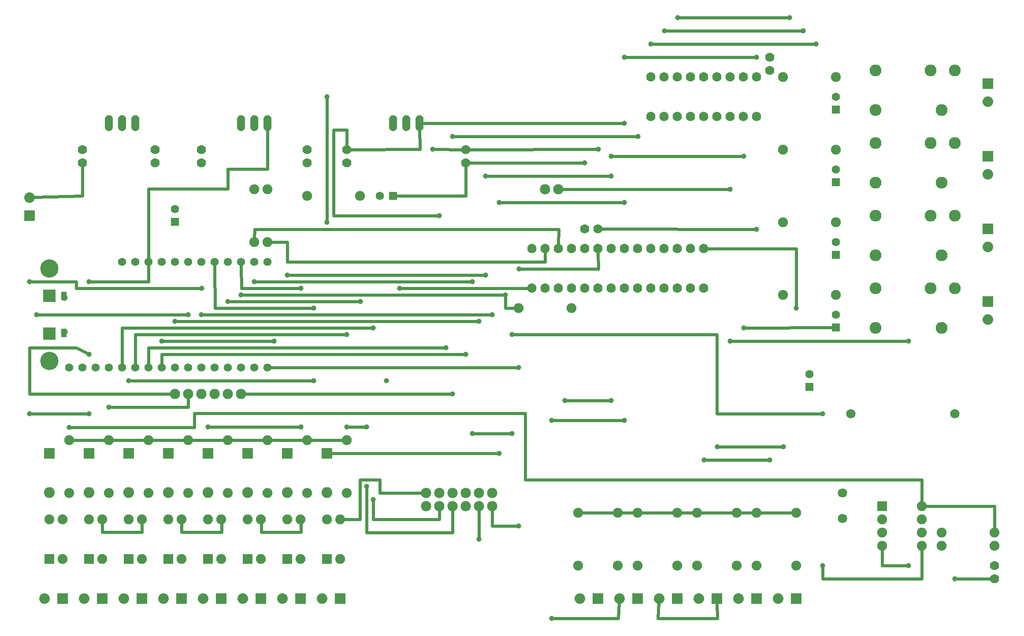
<source format=gtl>
G04 MADE WITH FRITZING*
G04 WWW.FRITZING.ORG*
G04 DOUBLE SIDED*
G04 HOLES PLATED*
G04 CONTOUR ON CENTER OF CONTOUR VECTOR*
%ASAXBY*%
%FSLAX23Y23*%
%MOIN*%
%OFA0B0*%
%SFA1.0B1.0*%
%ADD10C,0.078000*%
%ADD11C,0.039370*%
%ADD12C,0.138425*%
%ADD13C,0.095000*%
%ADD14C,0.051496*%
%ADD15C,0.062000*%
%ADD16C,0.053528*%
%ADD17C,0.060000*%
%ADD18C,0.070000*%
%ADD19C,0.075000*%
%ADD20C,0.062992*%
%ADD21C,0.080000*%
%ADD22C,0.082000*%
%ADD23C,0.090000*%
%ADD24C,0.071181*%
%ADD25C,0.070925*%
%ADD26C,0.070866*%
%ADD27R,0.095000X0.095000*%
%ADD28R,0.062992X0.062992*%
%ADD29R,0.080000X0.080000*%
%ADD30R,0.075000X0.075000*%
%ADD31R,0.082000X0.082000*%
%ADD32C,0.024000*%
%ADD33R,0.001000X0.001000*%
%LNCOPPER1*%
G90*
G70*
G54D10*
X3168Y1025D03*
X3268Y1025D03*
X3368Y1025D03*
X3468Y1025D03*
X3568Y1025D03*
X3668Y1025D03*
X3168Y1025D03*
X3268Y1025D03*
X3368Y1025D03*
X3468Y1025D03*
X3568Y1025D03*
X3668Y1025D03*
X3668Y1125D03*
X3568Y1125D03*
X3468Y1125D03*
X3368Y1125D03*
X3268Y1125D03*
X3168Y1125D03*
G54D11*
X2968Y2675D03*
X3268Y3225D03*
X2768Y1075D03*
X2768Y2375D03*
X2568Y1625D03*
X2718Y1625D03*
X2718Y1175D03*
X2568Y2325D03*
X3318Y2225D03*
X3468Y2175D03*
X1268Y2425D03*
X3568Y2425D03*
X1468Y2475D03*
X3668Y2475D03*
X3768Y2625D03*
X1768Y2625D03*
X3568Y775D03*
X3818Y1575D03*
X3518Y1575D03*
X3518Y2725D03*
X1868Y2725D03*
X3868Y875D03*
X3868Y2075D03*
X6818Y575D03*
X7168Y475D03*
G54D12*
X318Y2125D03*
G54D13*
X318Y2617D03*
G54D14*
X429Y2605D03*
G54D15*
X1968Y2075D03*
X1868Y2075D03*
X1768Y2075D03*
X1668Y2075D03*
X1568Y2075D03*
X1468Y2075D03*
X1368Y2075D03*
X1268Y2075D03*
X1168Y2075D03*
G54D12*
X318Y2825D03*
G54D15*
X1068Y2075D03*
X968Y2075D03*
X868Y2075D03*
X768Y2075D03*
X668Y2075D03*
X568Y2075D03*
X468Y2075D03*
X868Y2875D03*
X968Y2875D03*
X1068Y2875D03*
X1168Y2875D03*
X1268Y2875D03*
X1368Y2875D03*
X1468Y2875D03*
X1568Y2875D03*
X1668Y2875D03*
X1768Y2875D03*
X1868Y2875D03*
X1968Y2875D03*
G54D14*
X429Y2345D03*
G54D13*
X318Y2333D03*
G54D16*
X1768Y3925D03*
X1868Y3925D03*
X1968Y3925D03*
G54D17*
X768Y3925D03*
X868Y3925D03*
X968Y3925D03*
X768Y3925D03*
X868Y3925D03*
X968Y3925D03*
G54D18*
X568Y3725D03*
X568Y3625D03*
X1118Y3625D03*
X1118Y3725D03*
X1468Y3625D03*
X1468Y3725D03*
X2268Y3625D03*
X2268Y3725D03*
G54D19*
X2268Y3375D03*
X2668Y3375D03*
G54D20*
X2917Y3375D03*
X2818Y3375D03*
G54D21*
X168Y3225D03*
X168Y3363D03*
G54D16*
X2918Y3925D03*
X3018Y3925D03*
X3118Y3925D03*
G54D18*
X5268Y2975D03*
X4068Y2675D03*
X5168Y2975D03*
X3968Y2675D03*
X5068Y2975D03*
X4968Y2975D03*
X4868Y2975D03*
X4768Y2975D03*
X3968Y2975D03*
X4068Y2975D03*
X4168Y2975D03*
X4268Y2975D03*
X4668Y2975D03*
X4468Y2975D03*
X4568Y2975D03*
X4368Y2975D03*
X4468Y2675D03*
X4368Y2675D03*
X4268Y2675D03*
X4168Y2675D03*
X4668Y2675D03*
X4568Y2675D03*
X5068Y2675D03*
X4968Y2675D03*
X4868Y2675D03*
X4768Y2675D03*
X5268Y2675D03*
X5168Y2675D03*
X4368Y3125D03*
X4468Y3125D03*
G54D19*
X3868Y2525D03*
X4268Y2525D03*
X1868Y3025D03*
X1868Y3425D03*
X1968Y3025D03*
X1968Y3425D03*
G54D18*
X2568Y3625D03*
X2568Y3725D03*
X3468Y3625D03*
X3468Y3725D03*
G54D11*
X2417Y4125D03*
X2417Y3175D03*
G54D20*
X1268Y3177D03*
X1268Y3275D03*
G54D21*
X418Y325D03*
X280Y325D03*
G54D19*
X318Y625D03*
X318Y925D03*
X418Y625D03*
X418Y925D03*
X618Y625D03*
X618Y925D03*
X718Y625D03*
X718Y925D03*
X918Y625D03*
X918Y925D03*
X1018Y625D03*
X1018Y925D03*
X1218Y625D03*
X1218Y925D03*
X1318Y625D03*
X1318Y925D03*
G54D21*
X718Y325D03*
X580Y325D03*
X1018Y325D03*
X880Y325D03*
X1318Y325D03*
X1180Y325D03*
G54D22*
X318Y1425D03*
X318Y1127D03*
G54D19*
X468Y1125D03*
X468Y1525D03*
G54D22*
X618Y1425D03*
X618Y1127D03*
G54D19*
X768Y1125D03*
X768Y1525D03*
G54D22*
X918Y1425D03*
X918Y1127D03*
G54D19*
X1068Y1125D03*
X1068Y1525D03*
G54D22*
X1218Y1425D03*
X1218Y1127D03*
G54D19*
X1368Y1125D03*
X1368Y1525D03*
X1518Y625D03*
X1518Y925D03*
X1618Y625D03*
X1618Y925D03*
X1818Y625D03*
X1818Y925D03*
X1918Y625D03*
X1918Y925D03*
X2118Y625D03*
X2118Y925D03*
X2218Y625D03*
X2218Y925D03*
X2418Y625D03*
X2418Y925D03*
X2518Y625D03*
X2518Y925D03*
G54D21*
X1618Y325D03*
X1480Y325D03*
X1918Y325D03*
X1780Y325D03*
X2218Y325D03*
X2080Y325D03*
X2518Y325D03*
X2380Y325D03*
G54D22*
X1518Y1425D03*
X1518Y1127D03*
X1818Y1425D03*
X1818Y1127D03*
X2418Y1425D03*
X2418Y1127D03*
G54D19*
X1668Y1125D03*
X1668Y1525D03*
X1968Y1125D03*
X1968Y1525D03*
X2268Y1125D03*
X2268Y1525D03*
X2568Y1125D03*
X2568Y1525D03*
G54D10*
X4168Y3425D03*
X4068Y3425D03*
G54D22*
X2118Y1425D03*
X2118Y1127D03*
G54D10*
X1268Y1875D03*
X1368Y1875D03*
X1468Y1875D03*
X1568Y1875D03*
X1668Y1875D03*
X1768Y1875D03*
G54D11*
X3719Y3324D03*
X3869Y2823D03*
X618Y2725D03*
X618Y2176D03*
X1368Y2476D03*
X1470Y2674D03*
X4568Y3526D03*
X3617Y3526D03*
X3617Y2776D03*
X2117Y2776D03*
X3218Y3727D03*
X3368Y1876D03*
X1166Y2275D03*
X2018Y2275D03*
X1517Y1624D03*
X2220Y1624D03*
X2220Y2674D03*
X768Y1774D03*
X2318Y1975D03*
X918Y1975D03*
X2318Y2524D03*
X2669Y2575D03*
X1667Y2575D03*
X3719Y1426D03*
X219Y2476D03*
X618Y1726D03*
X168Y2725D03*
X168Y1726D03*
G54D18*
X4868Y3975D03*
X5068Y4275D03*
X4968Y3975D03*
X5168Y4275D03*
X5068Y3975D03*
X5268Y4275D03*
X5168Y3975D03*
X5368Y4275D03*
X5268Y3975D03*
X5468Y4275D03*
X5368Y3975D03*
X5568Y4275D03*
X5468Y3975D03*
X5668Y3975D03*
X5568Y3975D03*
X5668Y4275D03*
X4868Y4275D03*
X4968Y4275D03*
G54D11*
X4666Y3324D03*
X5668Y3123D03*
G54D23*
X7068Y4025D03*
X6568Y4325D03*
X6568Y4025D03*
X7168Y4325D03*
X6983Y4325D03*
X7068Y4025D03*
X6568Y4325D03*
X6568Y4025D03*
X7168Y4325D03*
X6983Y4325D03*
X7068Y3475D03*
X6568Y3775D03*
X6568Y3475D03*
X7168Y3775D03*
X6983Y3775D03*
X7068Y3475D03*
X6568Y3775D03*
X6568Y3475D03*
X7168Y3775D03*
X6983Y3775D03*
X7068Y2925D03*
X6568Y3225D03*
X6568Y2925D03*
X7168Y3225D03*
X6983Y3225D03*
X7068Y2925D03*
X6568Y3225D03*
X6568Y2925D03*
X7168Y3225D03*
X6983Y3225D03*
X7068Y2375D03*
X6568Y2675D03*
X6568Y2375D03*
X7168Y2675D03*
X6983Y2675D03*
X7068Y2375D03*
X6568Y2675D03*
X6568Y2375D03*
X7168Y2675D03*
X6983Y2675D03*
G54D19*
X5868Y4275D03*
X6268Y4275D03*
X5868Y3725D03*
X6268Y3725D03*
X5868Y3175D03*
X6268Y3175D03*
X5868Y2625D03*
X6268Y2625D03*
G54D20*
X6268Y4027D03*
X6268Y4125D03*
X6268Y3477D03*
X6268Y3575D03*
X6268Y2927D03*
X6268Y3025D03*
X6268Y2377D03*
X6268Y2475D03*
G54D21*
X7418Y4225D03*
X7418Y4087D03*
X7418Y3675D03*
X7418Y3537D03*
X7418Y3125D03*
X7418Y2987D03*
X7418Y2575D03*
X7418Y2437D03*
G54D11*
X4666Y4425D03*
X5668Y4425D03*
X4867Y4524D03*
X6118Y4524D03*
X6020Y4626D03*
X4970Y4626D03*
X5917Y4725D03*
X5069Y4725D03*
X4568Y3676D03*
X5570Y3676D03*
X4666Y3924D03*
X4769Y3826D03*
X3368Y3826D03*
G54D21*
X4468Y325D03*
X4330Y325D03*
X4768Y325D03*
X4630Y325D03*
X5068Y325D03*
X4930Y325D03*
X5368Y325D03*
X5230Y325D03*
X5668Y325D03*
X5530Y325D03*
G54D11*
X2867Y1975D03*
G54D21*
X5968Y325D03*
X5830Y325D03*
G54D19*
X4318Y975D03*
X4318Y575D03*
X4618Y975D03*
X4618Y575D03*
X4768Y975D03*
X4768Y575D03*
X5068Y975D03*
X5068Y575D03*
X5218Y975D03*
X5218Y575D03*
X5518Y975D03*
X5518Y575D03*
X5668Y975D03*
X5668Y575D03*
X5968Y975D03*
X5968Y575D03*
G54D11*
X5570Y2374D03*
X4216Y1825D03*
X5767Y1375D03*
X5270Y1375D03*
X5870Y1474D03*
X5369Y1474D03*
G54D19*
X6618Y1025D03*
X6918Y1025D03*
X6618Y925D03*
X6918Y925D03*
X6618Y825D03*
X6918Y825D03*
X6618Y725D03*
X6918Y725D03*
G54D24*
X6381Y1725D03*
X7168Y1725D03*
X6381Y1725D03*
X7168Y1725D03*
G54D11*
X4118Y176D03*
X4118Y1675D03*
X466Y1623D03*
X4366Y3624D03*
X4469Y3727D03*
X5468Y3425D03*
X5468Y2275D03*
X6818Y2275D03*
G54D19*
X7068Y825D03*
X7468Y825D03*
X7068Y725D03*
X7468Y725D03*
G54D11*
X6168Y1725D03*
X6168Y575D03*
X3818Y2325D03*
X4666Y1675D03*
X4568Y1825D03*
G54D25*
X6318Y932D03*
G54D26*
X6318Y1125D03*
G54D20*
X6068Y1927D03*
X6068Y2025D03*
G54D11*
X5968Y2525D03*
G54D18*
X5768Y4425D03*
X5768Y4325D03*
X7468Y475D03*
X7468Y575D03*
G54D27*
X318Y2617D03*
X318Y2333D03*
G54D28*
X2917Y3375D03*
G54D29*
X168Y3225D03*
G54D28*
X1268Y3177D03*
G54D29*
X418Y325D03*
G54D30*
X318Y625D03*
X618Y625D03*
X918Y625D03*
X1218Y625D03*
G54D29*
X718Y325D03*
X1018Y325D03*
X1318Y325D03*
G54D31*
X318Y1426D03*
X618Y1426D03*
X918Y1426D03*
X1218Y1426D03*
G54D30*
X1518Y625D03*
X1818Y625D03*
X2118Y625D03*
X2418Y625D03*
G54D29*
X1618Y325D03*
X1918Y325D03*
X2218Y325D03*
X2518Y325D03*
G54D31*
X1518Y1426D03*
X1818Y1426D03*
X2418Y1426D03*
X2118Y1426D03*
G54D28*
X6268Y4027D03*
X6268Y3477D03*
X6268Y2927D03*
X6268Y2377D03*
G54D29*
X7418Y4225D03*
X7418Y3675D03*
X7418Y3125D03*
X7418Y2575D03*
X4468Y325D03*
X4768Y325D03*
X5068Y325D03*
X5368Y325D03*
X5668Y325D03*
X5968Y325D03*
G54D30*
X6618Y1025D03*
G54D28*
X6068Y1927D03*
G54D32*
X1287Y2425D02*
X3549Y2425D01*
D02*
X1168Y2175D02*
X3449Y2175D01*
D02*
X1168Y2104D02*
X1168Y2175D01*
D02*
X1068Y2225D02*
X3299Y2225D01*
D02*
X1068Y2104D02*
X1068Y2225D01*
D02*
X2718Y1156D02*
X2718Y825D01*
D02*
X2718Y825D02*
X3368Y825D01*
D02*
X3368Y825D02*
X3368Y995D01*
D02*
X2587Y1625D02*
X2699Y1625D01*
D02*
X968Y2325D02*
X2549Y2325D01*
D02*
X968Y2104D02*
X968Y2325D01*
D02*
X3268Y925D02*
X2768Y925D01*
D02*
X2768Y925D02*
X2768Y1056D01*
D02*
X2749Y2375D02*
X868Y2375D01*
D02*
X868Y2375D02*
X868Y2104D01*
D02*
X3268Y995D02*
X3268Y925D01*
D02*
X2468Y3225D02*
X3249Y3225D01*
D02*
X2468Y3875D02*
X2468Y3225D01*
D02*
X2568Y3875D02*
X2468Y3875D01*
D02*
X2568Y3751D02*
X2568Y3875D01*
D02*
X2987Y2675D02*
X3942Y2675D01*
D02*
X3668Y875D02*
X3849Y875D01*
D02*
X3849Y2075D02*
X1997Y2075D01*
D02*
X3668Y995D02*
X3668Y875D01*
D02*
X3799Y1575D02*
X3537Y1575D01*
D02*
X3499Y2725D02*
X1887Y2725D01*
D02*
X3568Y995D02*
X3568Y794D01*
D02*
X3749Y2625D02*
X1787Y2625D01*
D02*
X3649Y2475D02*
X1487Y2475D01*
D02*
X6799Y575D02*
X6618Y575D01*
D02*
X6618Y575D02*
X6618Y697D01*
D02*
X7442Y475D02*
X7187Y475D01*
D02*
X567Y3376D02*
X568Y3599D01*
D02*
X199Y3364D02*
X567Y3376D01*
D02*
X3119Y3727D02*
X2594Y3725D01*
D02*
X3118Y3891D02*
X3119Y3727D01*
D02*
X2417Y3194D02*
X2417Y4106D01*
D02*
X1967Y3577D02*
X1968Y3891D01*
D02*
X1667Y3577D02*
X1967Y3577D01*
D02*
X1667Y3427D02*
X1667Y3577D01*
D02*
X1068Y3427D02*
X1667Y3427D01*
D02*
X1068Y2904D02*
X1068Y3427D01*
D02*
X3968Y3123D02*
X1869Y3123D01*
D02*
X4169Y3123D02*
X3968Y3123D01*
D02*
X1869Y3123D02*
X1868Y3054D01*
D02*
X4168Y3001D02*
X4169Y3123D01*
D02*
X1238Y1875D02*
X168Y1876D01*
D02*
X168Y1876D02*
X168Y2224D01*
D02*
X519Y2224D02*
X601Y2184D01*
D02*
X168Y2224D02*
X519Y2224D01*
D02*
X637Y2725D02*
X1068Y2725D01*
D02*
X1068Y2725D02*
X1068Y2846D01*
D02*
X1920Y827D02*
X2220Y827D01*
D02*
X2220Y827D02*
X2219Y897D01*
D02*
X1919Y897D02*
X1920Y827D01*
D02*
X1316Y827D02*
X1620Y827D01*
D02*
X1620Y827D02*
X1619Y897D01*
D02*
X1318Y897D02*
X1316Y827D01*
D02*
X717Y827D02*
X1016Y827D01*
D02*
X1016Y827D02*
X1018Y897D01*
D02*
X718Y897D02*
X717Y827D01*
D02*
X4647Y3324D02*
X3738Y3324D01*
D02*
X4469Y2823D02*
X3888Y2823D01*
D02*
X4468Y2949D02*
X4469Y2823D01*
D02*
X739Y1525D02*
X497Y1525D01*
D02*
X1039Y1525D02*
X797Y1525D01*
D02*
X1339Y1525D02*
X1097Y1525D01*
D02*
X1397Y1525D02*
X1639Y1525D01*
D02*
X1697Y1525D02*
X1939Y1525D01*
D02*
X1997Y1525D02*
X2239Y1525D01*
D02*
X2297Y1525D02*
X2539Y1525D01*
D02*
X4549Y3526D02*
X3636Y3526D01*
D02*
X3598Y2776D02*
X2136Y2776D01*
D02*
X2117Y2875D02*
X4067Y2875D01*
D02*
X4067Y2875D02*
X4068Y2949D01*
D02*
X2117Y3025D02*
X2117Y2875D01*
D02*
X1997Y3025D02*
X2117Y3025D01*
D02*
X3468Y3599D02*
X3467Y3376D01*
D02*
X3467Y3376D02*
X2943Y3375D01*
D02*
X3237Y3727D02*
X3442Y3725D01*
D02*
X1798Y1875D02*
X3349Y1876D01*
D02*
X2000Y2275D02*
X1185Y2275D01*
D02*
X1536Y1624D02*
X2201Y1624D01*
D02*
X2201Y2674D02*
X1770Y2674D01*
D02*
X1770Y2674D02*
X1768Y2846D01*
D02*
X787Y1774D02*
X1368Y1774D01*
D02*
X1368Y1774D02*
X1368Y1845D01*
D02*
X2299Y1975D02*
X937Y1975D01*
D02*
X1569Y2524D02*
X2299Y2524D01*
D02*
X1568Y2846D02*
X1569Y2524D01*
D02*
X1686Y2575D02*
X2650Y2575D01*
D02*
X3700Y1426D02*
X2450Y1425D01*
D02*
X238Y2476D02*
X1349Y2476D01*
D02*
X519Y2725D02*
X187Y2725D01*
D02*
X519Y2674D02*
X519Y2725D01*
D02*
X1451Y2674D02*
X519Y2674D01*
D02*
X187Y1726D02*
X599Y1726D01*
D02*
X5649Y3123D02*
X4494Y3125D01*
D02*
X4685Y4425D02*
X5649Y4425D01*
D02*
X4886Y4524D02*
X6099Y4524D01*
D02*
X6001Y4626D02*
X4989Y4626D01*
D02*
X5088Y4725D02*
X5898Y4725D01*
D02*
X5551Y3676D02*
X4587Y3676D01*
D02*
X3152Y3925D02*
X4647Y3924D01*
D02*
X3387Y3826D02*
X4750Y3826D01*
D02*
X5369Y176D02*
X5368Y294D01*
D02*
X4919Y176D02*
X5369Y176D01*
D02*
X4928Y294D02*
X4919Y176D01*
D02*
X4589Y975D02*
X4347Y975D01*
D02*
X4739Y975D02*
X4647Y975D01*
D02*
X5039Y975D02*
X4797Y975D01*
D02*
X5189Y975D02*
X5097Y975D01*
D02*
X5489Y975D02*
X5247Y975D01*
D02*
X5639Y975D02*
X5547Y975D01*
D02*
X5939Y975D02*
X5697Y975D01*
D02*
X6241Y2377D02*
X5589Y2374D01*
D02*
X4235Y1825D02*
X4549Y1825D01*
D02*
X4137Y1675D02*
X4647Y1675D01*
D02*
X4619Y176D02*
X4137Y176D01*
D02*
X4628Y294D02*
X4619Y176D01*
D02*
X5748Y1375D02*
X5289Y1375D01*
D02*
X5851Y1474D02*
X5387Y1474D01*
D02*
X6918Y1225D02*
X3918Y1225D01*
D02*
X3918Y1225D02*
X3918Y1727D01*
D02*
X3918Y1727D02*
X1414Y1727D01*
D02*
X1414Y1727D02*
X1414Y1623D01*
D02*
X1414Y1623D02*
X1170Y1623D01*
D02*
X1170Y1623D02*
X485Y1623D01*
D02*
X6918Y1054D02*
X6918Y1225D01*
D02*
X5487Y2275D02*
X6799Y2275D01*
D02*
X4198Y3425D02*
X5449Y3425D01*
D02*
X4347Y3624D02*
X3494Y3625D01*
D02*
X4450Y3727D02*
X3494Y3725D01*
D02*
X7468Y1025D02*
X6947Y1025D01*
D02*
X7468Y854D02*
X7468Y1025D01*
D02*
X6168Y475D02*
X6168Y556D01*
D02*
X6918Y475D02*
X6168Y475D01*
D02*
X6149Y1725D02*
X5368Y1725D01*
D02*
X5368Y1725D02*
X5368Y2325D01*
D02*
X5368Y2325D02*
X3837Y2325D01*
D02*
X6918Y697D02*
X6918Y475D01*
D02*
X5968Y2975D02*
X5968Y2544D01*
D02*
X5294Y2975D02*
X5968Y2975D01*
D02*
X3768Y2525D02*
X3768Y2606D01*
D02*
X3839Y2525D02*
X3768Y2525D01*
D02*
X2668Y925D02*
X2668Y1225D01*
D02*
X2668Y1225D02*
X2818Y1225D01*
D02*
X2547Y925D02*
X2668Y925D01*
D02*
X2818Y1225D02*
X2818Y1125D01*
D02*
X2818Y1125D02*
X3138Y1125D01*
G54D33*
X4866Y4311D02*
X4868Y4311D01*
X4966Y4311D02*
X4968Y4311D01*
X5066Y4311D02*
X5068Y4311D01*
X5166Y4311D02*
X5168Y4311D01*
X5266Y4311D02*
X5268Y4311D01*
X5366Y4311D02*
X5368Y4311D01*
X5466Y4311D02*
X5468Y4311D01*
X5566Y4311D02*
X5568Y4311D01*
X5666Y4311D02*
X5668Y4311D01*
X4860Y4310D02*
X4874Y4310D01*
X4960Y4310D02*
X4974Y4310D01*
X5060Y4310D02*
X5074Y4310D01*
X5160Y4310D02*
X5174Y4310D01*
X5259Y4310D02*
X5274Y4310D01*
X5359Y4310D02*
X5374Y4310D01*
X5459Y4310D02*
X5474Y4310D01*
X5559Y4310D02*
X5574Y4310D01*
X5659Y4310D02*
X5674Y4310D01*
X4856Y4309D02*
X4878Y4309D01*
X4956Y4309D02*
X4978Y4309D01*
X5056Y4309D02*
X5078Y4309D01*
X5156Y4309D02*
X5178Y4309D01*
X5256Y4309D02*
X5278Y4309D01*
X5356Y4309D02*
X5378Y4309D01*
X5456Y4309D02*
X5478Y4309D01*
X5556Y4309D02*
X5578Y4309D01*
X5656Y4309D02*
X5678Y4309D01*
X4854Y4308D02*
X4880Y4308D01*
X4954Y4308D02*
X4980Y4308D01*
X5054Y4308D02*
X5080Y4308D01*
X5154Y4308D02*
X5180Y4308D01*
X5254Y4308D02*
X5280Y4308D01*
X5354Y4308D02*
X5380Y4308D01*
X5454Y4308D02*
X5480Y4308D01*
X5554Y4308D02*
X5580Y4308D01*
X5654Y4308D02*
X5680Y4308D01*
X4851Y4307D02*
X4882Y4307D01*
X4951Y4307D02*
X4982Y4307D01*
X5051Y4307D02*
X5082Y4307D01*
X5151Y4307D02*
X5182Y4307D01*
X5251Y4307D02*
X5282Y4307D01*
X5351Y4307D02*
X5382Y4307D01*
X5451Y4307D02*
X5482Y4307D01*
X5551Y4307D02*
X5582Y4307D01*
X5651Y4307D02*
X5682Y4307D01*
X4850Y4306D02*
X4884Y4306D01*
X4950Y4306D02*
X4984Y4306D01*
X5050Y4306D02*
X5084Y4306D01*
X5150Y4306D02*
X5184Y4306D01*
X5250Y4306D02*
X5284Y4306D01*
X5350Y4306D02*
X5384Y4306D01*
X5450Y4306D02*
X5484Y4306D01*
X5550Y4306D02*
X5584Y4306D01*
X5650Y4306D02*
X5684Y4306D01*
X4848Y4305D02*
X4886Y4305D01*
X4948Y4305D02*
X4986Y4305D01*
X5048Y4305D02*
X5086Y4305D01*
X5148Y4305D02*
X5186Y4305D01*
X5248Y4305D02*
X5286Y4305D01*
X5348Y4305D02*
X5386Y4305D01*
X5448Y4305D02*
X5486Y4305D01*
X5548Y4305D02*
X5586Y4305D01*
X5648Y4305D02*
X5686Y4305D01*
X4847Y4304D02*
X4887Y4304D01*
X4947Y4304D02*
X4987Y4304D01*
X5047Y4304D02*
X5087Y4304D01*
X5147Y4304D02*
X5187Y4304D01*
X5246Y4304D02*
X5287Y4304D01*
X5346Y4304D02*
X5387Y4304D01*
X5446Y4304D02*
X5487Y4304D01*
X5546Y4304D02*
X5587Y4304D01*
X5646Y4304D02*
X5687Y4304D01*
X4845Y4303D02*
X4889Y4303D01*
X4945Y4303D02*
X4989Y4303D01*
X5045Y4303D02*
X5089Y4303D01*
X5145Y4303D02*
X5189Y4303D01*
X5245Y4303D02*
X5289Y4303D01*
X5345Y4303D02*
X5389Y4303D01*
X5445Y4303D02*
X5489Y4303D01*
X5545Y4303D02*
X5589Y4303D01*
X5645Y4303D02*
X5689Y4303D01*
X4844Y4302D02*
X4890Y4302D01*
X4944Y4302D02*
X4990Y4302D01*
X5044Y4302D02*
X5090Y4302D01*
X5144Y4302D02*
X5190Y4302D01*
X5244Y4302D02*
X5290Y4302D01*
X5344Y4302D02*
X5390Y4302D01*
X5444Y4302D02*
X5490Y4302D01*
X5544Y4302D02*
X5590Y4302D01*
X5644Y4302D02*
X5690Y4302D01*
X4843Y4301D02*
X4891Y4301D01*
X4943Y4301D02*
X4991Y4301D01*
X5043Y4301D02*
X5091Y4301D01*
X5143Y4301D02*
X5191Y4301D01*
X5243Y4301D02*
X5291Y4301D01*
X5343Y4301D02*
X5391Y4301D01*
X5443Y4301D02*
X5491Y4301D01*
X5543Y4301D02*
X5591Y4301D01*
X5643Y4301D02*
X5691Y4301D01*
X4842Y4300D02*
X4892Y4300D01*
X4942Y4300D02*
X4992Y4300D01*
X5042Y4300D02*
X5092Y4300D01*
X5142Y4300D02*
X5192Y4300D01*
X5242Y4300D02*
X5292Y4300D01*
X5342Y4300D02*
X5392Y4300D01*
X5442Y4300D02*
X5492Y4300D01*
X5542Y4300D02*
X5592Y4300D01*
X5642Y4300D02*
X5692Y4300D01*
X4841Y4299D02*
X4893Y4299D01*
X4941Y4299D02*
X4993Y4299D01*
X5041Y4299D02*
X5093Y4299D01*
X5141Y4299D02*
X5193Y4299D01*
X5241Y4299D02*
X5293Y4299D01*
X5341Y4299D02*
X5393Y4299D01*
X5441Y4299D02*
X5493Y4299D01*
X5541Y4299D02*
X5593Y4299D01*
X5641Y4299D02*
X5693Y4299D01*
X4840Y4298D02*
X4894Y4298D01*
X4940Y4298D02*
X4994Y4298D01*
X5040Y4298D02*
X5094Y4298D01*
X5140Y4298D02*
X5194Y4298D01*
X5240Y4298D02*
X5294Y4298D01*
X5340Y4298D02*
X5394Y4298D01*
X5440Y4298D02*
X5494Y4298D01*
X5540Y4298D02*
X5594Y4298D01*
X5640Y4298D02*
X5694Y4298D01*
X4840Y4297D02*
X4894Y4297D01*
X4940Y4297D02*
X4994Y4297D01*
X5040Y4297D02*
X5094Y4297D01*
X5140Y4297D02*
X5194Y4297D01*
X5239Y4297D02*
X5294Y4297D01*
X5339Y4297D02*
X5394Y4297D01*
X5439Y4297D02*
X5494Y4297D01*
X5539Y4297D02*
X5594Y4297D01*
X5639Y4297D02*
X5694Y4297D01*
X4839Y4296D02*
X4895Y4296D01*
X4939Y4296D02*
X4995Y4296D01*
X5039Y4296D02*
X5095Y4296D01*
X5139Y4296D02*
X5195Y4296D01*
X5239Y4296D02*
X5295Y4296D01*
X5339Y4296D02*
X5395Y4296D01*
X5439Y4296D02*
X5495Y4296D01*
X5539Y4296D02*
X5595Y4296D01*
X5639Y4296D02*
X5695Y4296D01*
X4838Y4295D02*
X4896Y4295D01*
X4938Y4295D02*
X4996Y4295D01*
X5038Y4295D02*
X5096Y4295D01*
X5138Y4295D02*
X5196Y4295D01*
X5238Y4295D02*
X5296Y4295D01*
X5338Y4295D02*
X5396Y4295D01*
X5438Y4295D02*
X5496Y4295D01*
X5538Y4295D02*
X5596Y4295D01*
X5638Y4295D02*
X5696Y4295D01*
X4838Y4294D02*
X4896Y4294D01*
X4938Y4294D02*
X4996Y4294D01*
X5038Y4294D02*
X5096Y4294D01*
X5138Y4294D02*
X5196Y4294D01*
X5238Y4294D02*
X5296Y4294D01*
X5338Y4294D02*
X5396Y4294D01*
X5438Y4294D02*
X5496Y4294D01*
X5538Y4294D02*
X5596Y4294D01*
X5638Y4294D02*
X5696Y4294D01*
X4837Y4293D02*
X4897Y4293D01*
X4937Y4293D02*
X4997Y4293D01*
X5037Y4293D02*
X5097Y4293D01*
X5137Y4293D02*
X5197Y4293D01*
X5237Y4293D02*
X5297Y4293D01*
X5337Y4293D02*
X5397Y4293D01*
X5437Y4293D02*
X5497Y4293D01*
X5537Y4293D02*
X5597Y4293D01*
X5637Y4293D02*
X5697Y4293D01*
X4837Y4292D02*
X4897Y4292D01*
X4936Y4292D02*
X4997Y4292D01*
X5036Y4292D02*
X5097Y4292D01*
X5136Y4292D02*
X5197Y4292D01*
X5236Y4292D02*
X5297Y4292D01*
X5336Y4292D02*
X5397Y4292D01*
X5436Y4292D02*
X5497Y4292D01*
X5536Y4292D02*
X5597Y4292D01*
X5636Y4292D02*
X5697Y4292D01*
X4836Y4291D02*
X4865Y4291D01*
X4869Y4291D02*
X4898Y4291D01*
X4936Y4291D02*
X4965Y4291D01*
X4969Y4291D02*
X4998Y4291D01*
X5036Y4291D02*
X5065Y4291D01*
X5068Y4291D02*
X5098Y4291D01*
X5136Y4291D02*
X5165Y4291D01*
X5168Y4291D02*
X5198Y4291D01*
X5236Y4291D02*
X5265Y4291D01*
X5268Y4291D02*
X5298Y4291D01*
X5336Y4291D02*
X5365Y4291D01*
X5368Y4291D02*
X5398Y4291D01*
X5436Y4291D02*
X5465Y4291D01*
X5468Y4291D02*
X5498Y4291D01*
X5536Y4291D02*
X5565Y4291D01*
X5568Y4291D02*
X5598Y4291D01*
X5636Y4291D02*
X5665Y4291D01*
X5668Y4291D02*
X5698Y4291D01*
X4836Y4290D02*
X4860Y4290D01*
X4873Y4290D02*
X4898Y4290D01*
X4936Y4290D02*
X4960Y4290D01*
X4973Y4290D02*
X4998Y4290D01*
X5036Y4290D02*
X5060Y4290D01*
X5073Y4290D02*
X5098Y4290D01*
X5136Y4290D02*
X5160Y4290D01*
X5173Y4290D02*
X5198Y4290D01*
X5236Y4290D02*
X5260Y4290D01*
X5273Y4290D02*
X5298Y4290D01*
X5336Y4290D02*
X5360Y4290D01*
X5373Y4290D02*
X5398Y4290D01*
X5435Y4290D02*
X5460Y4290D01*
X5473Y4290D02*
X5498Y4290D01*
X5535Y4290D02*
X5560Y4290D01*
X5573Y4290D02*
X5598Y4290D01*
X5635Y4290D02*
X5660Y4290D01*
X5673Y4290D02*
X5698Y4290D01*
X4835Y4289D02*
X4859Y4289D01*
X4875Y4289D02*
X4899Y4289D01*
X4935Y4289D02*
X4959Y4289D01*
X4975Y4289D02*
X4999Y4289D01*
X5035Y4289D02*
X5059Y4289D01*
X5075Y4289D02*
X5099Y4289D01*
X5135Y4289D02*
X5159Y4289D01*
X5175Y4289D02*
X5199Y4289D01*
X5235Y4289D02*
X5259Y4289D01*
X5275Y4289D02*
X5299Y4289D01*
X5335Y4289D02*
X5359Y4289D01*
X5375Y4289D02*
X5399Y4289D01*
X5435Y4289D02*
X5459Y4289D01*
X5475Y4289D02*
X5499Y4289D01*
X5535Y4289D02*
X5559Y4289D01*
X5575Y4289D02*
X5599Y4289D01*
X5635Y4289D02*
X5659Y4289D01*
X5675Y4289D02*
X5699Y4289D01*
X4835Y4288D02*
X4857Y4288D01*
X4877Y4288D02*
X4899Y4288D01*
X4935Y4288D02*
X4957Y4288D01*
X4977Y4288D02*
X4999Y4288D01*
X5035Y4288D02*
X5057Y4288D01*
X5077Y4288D02*
X5099Y4288D01*
X5135Y4288D02*
X5157Y4288D01*
X5177Y4288D02*
X5199Y4288D01*
X5235Y4288D02*
X5257Y4288D01*
X5276Y4288D02*
X5299Y4288D01*
X5335Y4288D02*
X5357Y4288D01*
X5376Y4288D02*
X5399Y4288D01*
X5435Y4288D02*
X5457Y4288D01*
X5476Y4288D02*
X5499Y4288D01*
X5535Y4288D02*
X5557Y4288D01*
X5576Y4288D02*
X5599Y4288D01*
X5635Y4288D02*
X5657Y4288D01*
X5676Y4288D02*
X5699Y4288D01*
X4834Y4287D02*
X4856Y4287D01*
X4878Y4287D02*
X4900Y4287D01*
X4934Y4287D02*
X4956Y4287D01*
X4978Y4287D02*
X4999Y4287D01*
X5034Y4287D02*
X5056Y4287D01*
X5078Y4287D02*
X5099Y4287D01*
X5134Y4287D02*
X5156Y4287D01*
X5178Y4287D02*
X5199Y4287D01*
X5234Y4287D02*
X5256Y4287D01*
X5278Y4287D02*
X5299Y4287D01*
X5334Y4287D02*
X5356Y4287D01*
X5378Y4287D02*
X5399Y4287D01*
X5434Y4287D02*
X5456Y4287D01*
X5478Y4287D02*
X5499Y4287D01*
X5534Y4287D02*
X5556Y4287D01*
X5578Y4287D02*
X5599Y4287D01*
X5634Y4287D02*
X5656Y4287D01*
X5678Y4287D02*
X5699Y4287D01*
X4834Y4286D02*
X4855Y4286D01*
X4879Y4286D02*
X4900Y4286D01*
X4934Y4286D02*
X4955Y4286D01*
X4979Y4286D02*
X5000Y4286D01*
X5034Y4286D02*
X5055Y4286D01*
X5079Y4286D02*
X5100Y4286D01*
X5134Y4286D02*
X5155Y4286D01*
X5179Y4286D02*
X5200Y4286D01*
X5234Y4286D02*
X5255Y4286D01*
X5279Y4286D02*
X5300Y4286D01*
X5334Y4286D02*
X5355Y4286D01*
X5379Y4286D02*
X5400Y4286D01*
X5434Y4286D02*
X5455Y4286D01*
X5479Y4286D02*
X5500Y4286D01*
X5534Y4286D02*
X5555Y4286D01*
X5579Y4286D02*
X5600Y4286D01*
X5634Y4286D02*
X5655Y4286D01*
X5679Y4286D02*
X5700Y4286D01*
X4834Y4285D02*
X4854Y4285D01*
X4880Y4285D02*
X4900Y4285D01*
X4934Y4285D02*
X4954Y4285D01*
X4980Y4285D02*
X5000Y4285D01*
X5034Y4285D02*
X5054Y4285D01*
X5079Y4285D02*
X5100Y4285D01*
X5134Y4285D02*
X5154Y4285D01*
X5179Y4285D02*
X5200Y4285D01*
X5234Y4285D02*
X5254Y4285D01*
X5279Y4285D02*
X5300Y4285D01*
X5334Y4285D02*
X5354Y4285D01*
X5379Y4285D02*
X5400Y4285D01*
X5434Y4285D02*
X5454Y4285D01*
X5479Y4285D02*
X5500Y4285D01*
X5534Y4285D02*
X5554Y4285D01*
X5579Y4285D02*
X5600Y4285D01*
X5634Y4285D02*
X5654Y4285D01*
X5679Y4285D02*
X5700Y4285D01*
X4834Y4284D02*
X4854Y4284D01*
X4880Y4284D02*
X4900Y4284D01*
X4934Y4284D02*
X4954Y4284D01*
X4980Y4284D02*
X5000Y4284D01*
X5034Y4284D02*
X5054Y4284D01*
X5080Y4284D02*
X5100Y4284D01*
X5133Y4284D02*
X5154Y4284D01*
X5180Y4284D02*
X5200Y4284D01*
X5233Y4284D02*
X5254Y4284D01*
X5280Y4284D02*
X5300Y4284D01*
X5333Y4284D02*
X5354Y4284D01*
X5380Y4284D02*
X5400Y4284D01*
X5433Y4284D02*
X5454Y4284D01*
X5480Y4284D02*
X5500Y4284D01*
X5533Y4284D02*
X5554Y4284D01*
X5580Y4284D02*
X5600Y4284D01*
X5633Y4284D02*
X5654Y4284D01*
X5680Y4284D02*
X5700Y4284D01*
X4833Y4283D02*
X4853Y4283D01*
X4881Y4283D02*
X4901Y4283D01*
X4933Y4283D02*
X4953Y4283D01*
X4981Y4283D02*
X5001Y4283D01*
X5033Y4283D02*
X5053Y4283D01*
X5081Y4283D02*
X5101Y4283D01*
X5133Y4283D02*
X5153Y4283D01*
X5181Y4283D02*
X5201Y4283D01*
X5233Y4283D02*
X5253Y4283D01*
X5281Y4283D02*
X5301Y4283D01*
X5333Y4283D02*
X5353Y4283D01*
X5381Y4283D02*
X5401Y4283D01*
X5433Y4283D02*
X5453Y4283D01*
X5481Y4283D02*
X5501Y4283D01*
X5533Y4283D02*
X5553Y4283D01*
X5581Y4283D02*
X5601Y4283D01*
X5633Y4283D02*
X5653Y4283D01*
X5681Y4283D02*
X5701Y4283D01*
X4833Y4282D02*
X4853Y4282D01*
X4881Y4282D02*
X4901Y4282D01*
X4933Y4282D02*
X4952Y4282D01*
X4981Y4282D02*
X5001Y4282D01*
X5033Y4282D02*
X5052Y4282D01*
X5081Y4282D02*
X5101Y4282D01*
X5133Y4282D02*
X5152Y4282D01*
X5181Y4282D02*
X5201Y4282D01*
X5233Y4282D02*
X5252Y4282D01*
X5281Y4282D02*
X5301Y4282D01*
X5333Y4282D02*
X5352Y4282D01*
X5381Y4282D02*
X5401Y4282D01*
X5433Y4282D02*
X5452Y4282D01*
X5481Y4282D02*
X5501Y4282D01*
X5533Y4282D02*
X5552Y4282D01*
X5581Y4282D02*
X5601Y4282D01*
X5633Y4282D02*
X5652Y4282D01*
X5681Y4282D02*
X5701Y4282D01*
X4833Y4281D02*
X4852Y4281D01*
X4882Y4281D02*
X4901Y4281D01*
X4933Y4281D02*
X4952Y4281D01*
X4982Y4281D02*
X5001Y4281D01*
X5033Y4281D02*
X5052Y4281D01*
X5082Y4281D02*
X5101Y4281D01*
X5133Y4281D02*
X5152Y4281D01*
X5182Y4281D02*
X5201Y4281D01*
X5233Y4281D02*
X5252Y4281D01*
X5282Y4281D02*
X5301Y4281D01*
X5333Y4281D02*
X5352Y4281D01*
X5382Y4281D02*
X5401Y4281D01*
X5433Y4281D02*
X5452Y4281D01*
X5482Y4281D02*
X5501Y4281D01*
X5533Y4281D02*
X5552Y4281D01*
X5582Y4281D02*
X5601Y4281D01*
X5633Y4281D02*
X5652Y4281D01*
X5682Y4281D02*
X5701Y4281D01*
X4833Y4280D02*
X4852Y4280D01*
X4882Y4280D02*
X4901Y4280D01*
X4933Y4280D02*
X4952Y4280D01*
X4982Y4280D02*
X5001Y4280D01*
X5033Y4280D02*
X5052Y4280D01*
X5082Y4280D02*
X5101Y4280D01*
X5133Y4280D02*
X5152Y4280D01*
X5182Y4280D02*
X5201Y4280D01*
X5233Y4280D02*
X5252Y4280D01*
X5282Y4280D02*
X5301Y4280D01*
X5333Y4280D02*
X5352Y4280D01*
X5382Y4280D02*
X5401Y4280D01*
X5433Y4280D02*
X5452Y4280D01*
X5482Y4280D02*
X5501Y4280D01*
X5533Y4280D02*
X5552Y4280D01*
X5582Y4280D02*
X5601Y4280D01*
X5633Y4280D02*
X5652Y4280D01*
X5682Y4280D02*
X5701Y4280D01*
X4833Y4279D02*
X4852Y4279D01*
X4882Y4279D02*
X4901Y4279D01*
X4933Y4279D02*
X4952Y4279D01*
X4982Y4279D02*
X5001Y4279D01*
X5033Y4279D02*
X5052Y4279D01*
X5082Y4279D02*
X5101Y4279D01*
X5133Y4279D02*
X5152Y4279D01*
X5182Y4279D02*
X5201Y4279D01*
X5233Y4279D02*
X5252Y4279D01*
X5282Y4279D02*
X5301Y4279D01*
X5333Y4279D02*
X5352Y4279D01*
X5382Y4279D02*
X5401Y4279D01*
X5433Y4279D02*
X5452Y4279D01*
X5482Y4279D02*
X5501Y4279D01*
X5533Y4279D02*
X5552Y4279D01*
X5582Y4279D02*
X5601Y4279D01*
X5633Y4279D02*
X5652Y4279D01*
X5682Y4279D02*
X5701Y4279D01*
X4833Y4278D02*
X4852Y4278D01*
X4882Y4278D02*
X4901Y4278D01*
X4933Y4278D02*
X4952Y4278D01*
X4982Y4278D02*
X5001Y4278D01*
X5033Y4278D02*
X5052Y4278D01*
X5082Y4278D02*
X5101Y4278D01*
X5133Y4278D02*
X5152Y4278D01*
X5182Y4278D02*
X5201Y4278D01*
X5233Y4278D02*
X5252Y4278D01*
X5282Y4278D02*
X5301Y4278D01*
X5333Y4278D02*
X5352Y4278D01*
X5382Y4278D02*
X5401Y4278D01*
X5432Y4278D02*
X5452Y4278D01*
X5482Y4278D02*
X5501Y4278D01*
X5532Y4278D02*
X5552Y4278D01*
X5582Y4278D02*
X5601Y4278D01*
X5632Y4278D02*
X5652Y4278D01*
X5682Y4278D02*
X5701Y4278D01*
X4833Y4277D02*
X4852Y4277D01*
X4882Y4277D02*
X4901Y4277D01*
X4933Y4277D02*
X4952Y4277D01*
X4982Y4277D02*
X5001Y4277D01*
X5032Y4277D02*
X5052Y4277D01*
X5082Y4277D02*
X5101Y4277D01*
X5132Y4277D02*
X5151Y4277D01*
X5182Y4277D02*
X5201Y4277D01*
X5232Y4277D02*
X5251Y4277D01*
X5282Y4277D02*
X5301Y4277D01*
X5332Y4277D02*
X5351Y4277D01*
X5382Y4277D02*
X5401Y4277D01*
X5432Y4277D02*
X5451Y4277D01*
X5482Y4277D02*
X5501Y4277D01*
X5532Y4277D02*
X5551Y4277D01*
X5582Y4277D02*
X5601Y4277D01*
X5632Y4277D02*
X5651Y4277D01*
X5682Y4277D02*
X5701Y4277D01*
X4832Y4276D02*
X4851Y4276D01*
X4882Y4276D02*
X4901Y4276D01*
X4932Y4276D02*
X4951Y4276D01*
X4982Y4276D02*
X5001Y4276D01*
X5032Y4276D02*
X5051Y4276D01*
X5082Y4276D02*
X5101Y4276D01*
X5132Y4276D02*
X5151Y4276D01*
X5182Y4276D02*
X5201Y4276D01*
X5232Y4276D02*
X5251Y4276D01*
X5282Y4276D02*
X5301Y4276D01*
X5332Y4276D02*
X5351Y4276D01*
X5382Y4276D02*
X5401Y4276D01*
X5432Y4276D02*
X5451Y4276D01*
X5482Y4276D02*
X5501Y4276D01*
X5532Y4276D02*
X5551Y4276D01*
X5582Y4276D02*
X5601Y4276D01*
X5632Y4276D02*
X5651Y4276D01*
X5682Y4276D02*
X5701Y4276D01*
X4833Y4275D02*
X4852Y4275D01*
X4882Y4275D02*
X4901Y4275D01*
X4933Y4275D02*
X4952Y4275D01*
X4982Y4275D02*
X5001Y4275D01*
X5032Y4275D02*
X5052Y4275D01*
X5082Y4275D02*
X5101Y4275D01*
X5132Y4275D02*
X5152Y4275D01*
X5182Y4275D02*
X5201Y4275D01*
X5232Y4275D02*
X5251Y4275D01*
X5282Y4275D02*
X5301Y4275D01*
X5332Y4275D02*
X5351Y4275D01*
X5382Y4275D02*
X5401Y4275D01*
X5432Y4275D02*
X5451Y4275D01*
X5482Y4275D02*
X5501Y4275D01*
X5532Y4275D02*
X5551Y4275D01*
X5582Y4275D02*
X5601Y4275D01*
X5632Y4275D02*
X5651Y4275D01*
X5682Y4275D02*
X5701Y4275D01*
X4833Y4274D02*
X4852Y4274D01*
X4882Y4274D02*
X4901Y4274D01*
X4933Y4274D02*
X4952Y4274D01*
X4982Y4274D02*
X5001Y4274D01*
X5033Y4274D02*
X5052Y4274D01*
X5082Y4274D02*
X5101Y4274D01*
X5133Y4274D02*
X5152Y4274D01*
X5182Y4274D02*
X5201Y4274D01*
X5233Y4274D02*
X5252Y4274D01*
X5282Y4274D02*
X5301Y4274D01*
X5333Y4274D02*
X5352Y4274D01*
X5382Y4274D02*
X5401Y4274D01*
X5433Y4274D02*
X5452Y4274D01*
X5482Y4274D02*
X5501Y4274D01*
X5532Y4274D02*
X5552Y4274D01*
X5582Y4274D02*
X5601Y4274D01*
X5632Y4274D02*
X5652Y4274D01*
X5682Y4274D02*
X5701Y4274D01*
X4833Y4273D02*
X4852Y4273D01*
X4882Y4273D02*
X4901Y4273D01*
X4933Y4273D02*
X4952Y4273D01*
X4982Y4273D02*
X5001Y4273D01*
X5033Y4273D02*
X5052Y4273D01*
X5082Y4273D02*
X5101Y4273D01*
X5133Y4273D02*
X5152Y4273D01*
X5182Y4273D02*
X5201Y4273D01*
X5233Y4273D02*
X5252Y4273D01*
X5282Y4273D02*
X5301Y4273D01*
X5333Y4273D02*
X5352Y4273D01*
X5382Y4273D02*
X5401Y4273D01*
X5433Y4273D02*
X5452Y4273D01*
X5482Y4273D02*
X5501Y4273D01*
X5533Y4273D02*
X5552Y4273D01*
X5582Y4273D02*
X5601Y4273D01*
X5633Y4273D02*
X5652Y4273D01*
X5682Y4273D02*
X5701Y4273D01*
X4833Y4272D02*
X4852Y4272D01*
X4882Y4272D02*
X4901Y4272D01*
X4933Y4272D02*
X4952Y4272D01*
X4982Y4272D02*
X5001Y4272D01*
X5033Y4272D02*
X5052Y4272D01*
X5082Y4272D02*
X5101Y4272D01*
X5133Y4272D02*
X5152Y4272D01*
X5182Y4272D02*
X5201Y4272D01*
X5233Y4272D02*
X5252Y4272D01*
X5282Y4272D02*
X5301Y4272D01*
X5333Y4272D02*
X5352Y4272D01*
X5382Y4272D02*
X5401Y4272D01*
X5433Y4272D02*
X5452Y4272D01*
X5482Y4272D02*
X5501Y4272D01*
X5533Y4272D02*
X5552Y4272D01*
X5582Y4272D02*
X5601Y4272D01*
X5633Y4272D02*
X5652Y4272D01*
X5682Y4272D02*
X5701Y4272D01*
X4833Y4271D02*
X4852Y4271D01*
X4882Y4271D02*
X4901Y4271D01*
X4933Y4271D02*
X4952Y4271D01*
X4982Y4271D02*
X5001Y4271D01*
X5033Y4271D02*
X5052Y4271D01*
X5082Y4271D02*
X5101Y4271D01*
X5133Y4271D02*
X5152Y4271D01*
X5182Y4271D02*
X5201Y4271D01*
X5233Y4271D02*
X5252Y4271D01*
X5282Y4271D02*
X5301Y4271D01*
X5333Y4271D02*
X5352Y4271D01*
X5382Y4271D02*
X5401Y4271D01*
X5433Y4271D02*
X5452Y4271D01*
X5482Y4271D02*
X5501Y4271D01*
X5533Y4271D02*
X5552Y4271D01*
X5582Y4271D02*
X5601Y4271D01*
X5633Y4271D02*
X5652Y4271D01*
X5682Y4271D02*
X5701Y4271D01*
X4833Y4270D02*
X4853Y4270D01*
X4881Y4270D02*
X4901Y4270D01*
X4933Y4270D02*
X4953Y4270D01*
X4981Y4270D02*
X5001Y4270D01*
X5033Y4270D02*
X5053Y4270D01*
X5081Y4270D02*
X5101Y4270D01*
X5133Y4270D02*
X5153Y4270D01*
X5181Y4270D02*
X5201Y4270D01*
X5233Y4270D02*
X5253Y4270D01*
X5281Y4270D02*
X5301Y4270D01*
X5333Y4270D02*
X5353Y4270D01*
X5381Y4270D02*
X5401Y4270D01*
X5433Y4270D02*
X5452Y4270D01*
X5481Y4270D02*
X5501Y4270D01*
X5533Y4270D02*
X5552Y4270D01*
X5581Y4270D02*
X5601Y4270D01*
X5633Y4270D02*
X5652Y4270D01*
X5681Y4270D02*
X5701Y4270D01*
X4833Y4269D02*
X4853Y4269D01*
X4881Y4269D02*
X4901Y4269D01*
X4933Y4269D02*
X4953Y4269D01*
X4981Y4269D02*
X5001Y4269D01*
X5033Y4269D02*
X5053Y4269D01*
X5081Y4269D02*
X5101Y4269D01*
X5133Y4269D02*
X5153Y4269D01*
X5181Y4269D02*
X5201Y4269D01*
X5233Y4269D02*
X5253Y4269D01*
X5281Y4269D02*
X5301Y4269D01*
X5333Y4269D02*
X5353Y4269D01*
X5381Y4269D02*
X5401Y4269D01*
X5433Y4269D02*
X5453Y4269D01*
X5481Y4269D02*
X5501Y4269D01*
X5533Y4269D02*
X5553Y4269D01*
X5581Y4269D02*
X5601Y4269D01*
X5633Y4269D02*
X5653Y4269D01*
X5681Y4269D02*
X5701Y4269D01*
X4834Y4268D02*
X4854Y4268D01*
X4880Y4268D02*
X4900Y4268D01*
X4934Y4268D02*
X4954Y4268D01*
X4980Y4268D02*
X5000Y4268D01*
X5034Y4268D02*
X5054Y4268D01*
X5080Y4268D02*
X5100Y4268D01*
X5134Y4268D02*
X5154Y4268D01*
X5180Y4268D02*
X5200Y4268D01*
X5234Y4268D02*
X5254Y4268D01*
X5280Y4268D02*
X5300Y4268D01*
X5334Y4268D02*
X5354Y4268D01*
X5380Y4268D02*
X5400Y4268D01*
X5433Y4268D02*
X5454Y4268D01*
X5480Y4268D02*
X5500Y4268D01*
X5533Y4268D02*
X5554Y4268D01*
X5580Y4268D02*
X5600Y4268D01*
X5633Y4268D02*
X5654Y4268D01*
X5680Y4268D02*
X5700Y4268D01*
X4834Y4267D02*
X4855Y4267D01*
X4879Y4267D02*
X4900Y4267D01*
X4934Y4267D02*
X4955Y4267D01*
X4979Y4267D02*
X5000Y4267D01*
X5034Y4267D02*
X5054Y4267D01*
X5079Y4267D02*
X5100Y4267D01*
X5134Y4267D02*
X5154Y4267D01*
X5179Y4267D02*
X5200Y4267D01*
X5234Y4267D02*
X5254Y4267D01*
X5279Y4267D02*
X5300Y4267D01*
X5334Y4267D02*
X5354Y4267D01*
X5379Y4267D02*
X5400Y4267D01*
X5434Y4267D02*
X5454Y4267D01*
X5479Y4267D02*
X5500Y4267D01*
X5534Y4267D02*
X5554Y4267D01*
X5579Y4267D02*
X5600Y4267D01*
X5634Y4267D02*
X5654Y4267D01*
X5679Y4267D02*
X5700Y4267D01*
X4834Y4266D02*
X4855Y4266D01*
X4879Y4266D02*
X4900Y4266D01*
X4934Y4266D02*
X4955Y4266D01*
X4979Y4266D02*
X5000Y4266D01*
X5034Y4266D02*
X5055Y4266D01*
X5079Y4266D02*
X5100Y4266D01*
X5134Y4266D02*
X5155Y4266D01*
X5178Y4266D02*
X5200Y4266D01*
X5234Y4266D02*
X5255Y4266D01*
X5278Y4266D02*
X5300Y4266D01*
X5334Y4266D02*
X5355Y4266D01*
X5378Y4266D02*
X5400Y4266D01*
X5434Y4266D02*
X5455Y4266D01*
X5478Y4266D02*
X5500Y4266D01*
X5534Y4266D02*
X5555Y4266D01*
X5578Y4266D02*
X5600Y4266D01*
X5634Y4266D02*
X5655Y4266D01*
X5678Y4266D02*
X5700Y4266D01*
X4834Y4265D02*
X4856Y4265D01*
X4878Y4265D02*
X4899Y4265D01*
X4934Y4265D02*
X4956Y4265D01*
X4978Y4265D02*
X4999Y4265D01*
X5034Y4265D02*
X5056Y4265D01*
X5078Y4265D02*
X5099Y4265D01*
X5134Y4265D02*
X5156Y4265D01*
X5177Y4265D02*
X5199Y4265D01*
X5234Y4265D02*
X5256Y4265D01*
X5277Y4265D02*
X5299Y4265D01*
X5334Y4265D02*
X5356Y4265D01*
X5377Y4265D02*
X5399Y4265D01*
X5434Y4265D02*
X5456Y4265D01*
X5477Y4265D02*
X5499Y4265D01*
X5534Y4265D02*
X5556Y4265D01*
X5577Y4265D02*
X5599Y4265D01*
X5634Y4265D02*
X5656Y4265D01*
X5677Y4265D02*
X5699Y4265D01*
X4835Y4264D02*
X4858Y4264D01*
X4876Y4264D02*
X4899Y4264D01*
X4935Y4264D02*
X4958Y4264D01*
X4976Y4264D02*
X4999Y4264D01*
X5035Y4264D02*
X5058Y4264D01*
X5076Y4264D02*
X5099Y4264D01*
X5135Y4264D02*
X5157Y4264D01*
X5176Y4264D02*
X5199Y4264D01*
X5235Y4264D02*
X5257Y4264D01*
X5276Y4264D02*
X5299Y4264D01*
X5335Y4264D02*
X5357Y4264D01*
X5376Y4264D02*
X5399Y4264D01*
X5435Y4264D02*
X5457Y4264D01*
X5476Y4264D02*
X5499Y4264D01*
X5535Y4264D02*
X5557Y4264D01*
X5576Y4264D02*
X5599Y4264D01*
X5635Y4264D02*
X5657Y4264D01*
X5676Y4264D02*
X5699Y4264D01*
X4835Y4263D02*
X4859Y4263D01*
X4875Y4263D02*
X4899Y4263D01*
X4935Y4263D02*
X4959Y4263D01*
X4975Y4263D02*
X4999Y4263D01*
X5035Y4263D02*
X5059Y4263D01*
X5075Y4263D02*
X5099Y4263D01*
X5135Y4263D02*
X5159Y4263D01*
X5175Y4263D02*
X5199Y4263D01*
X5235Y4263D02*
X5259Y4263D01*
X5275Y4263D02*
X5299Y4263D01*
X5335Y4263D02*
X5359Y4263D01*
X5375Y4263D02*
X5399Y4263D01*
X5435Y4263D02*
X5459Y4263D01*
X5475Y4263D02*
X5499Y4263D01*
X5535Y4263D02*
X5559Y4263D01*
X5575Y4263D02*
X5599Y4263D01*
X5635Y4263D02*
X5659Y4263D01*
X5675Y4263D02*
X5699Y4263D01*
X4836Y4262D02*
X4861Y4262D01*
X4873Y4262D02*
X4898Y4262D01*
X4936Y4262D02*
X4961Y4262D01*
X4973Y4262D02*
X4998Y4262D01*
X5036Y4262D02*
X5061Y4262D01*
X5073Y4262D02*
X5098Y4262D01*
X5136Y4262D02*
X5161Y4262D01*
X5173Y4262D02*
X5198Y4262D01*
X5236Y4262D02*
X5261Y4262D01*
X5273Y4262D02*
X5298Y4262D01*
X5336Y4262D02*
X5361Y4262D01*
X5373Y4262D02*
X5398Y4262D01*
X5436Y4262D02*
X5461Y4262D01*
X5473Y4262D02*
X5498Y4262D01*
X5536Y4262D02*
X5561Y4262D01*
X5573Y4262D02*
X5598Y4262D01*
X5636Y4262D02*
X5661Y4262D01*
X5673Y4262D02*
X5698Y4262D01*
X4836Y4261D02*
X4898Y4261D01*
X4936Y4261D02*
X4998Y4261D01*
X5036Y4261D02*
X5098Y4261D01*
X5136Y4261D02*
X5198Y4261D01*
X5236Y4261D02*
X5298Y4261D01*
X5336Y4261D02*
X5398Y4261D01*
X5436Y4261D02*
X5498Y4261D01*
X5536Y4261D02*
X5598Y4261D01*
X5636Y4261D02*
X5698Y4261D01*
X4837Y4260D02*
X4897Y4260D01*
X4937Y4260D02*
X4997Y4260D01*
X5037Y4260D02*
X5097Y4260D01*
X5137Y4260D02*
X5197Y4260D01*
X5237Y4260D02*
X5297Y4260D01*
X5337Y4260D02*
X5397Y4260D01*
X5437Y4260D02*
X5497Y4260D01*
X5537Y4260D02*
X5597Y4260D01*
X5636Y4260D02*
X5697Y4260D01*
X4837Y4259D02*
X4897Y4259D01*
X4937Y4259D02*
X4997Y4259D01*
X5037Y4259D02*
X5097Y4259D01*
X5137Y4259D02*
X5197Y4259D01*
X5237Y4259D02*
X5297Y4259D01*
X5337Y4259D02*
X5397Y4259D01*
X5437Y4259D02*
X5497Y4259D01*
X5537Y4259D02*
X5597Y4259D01*
X5637Y4259D02*
X5697Y4259D01*
X4838Y4258D02*
X4896Y4258D01*
X4938Y4258D02*
X4996Y4258D01*
X5038Y4258D02*
X5096Y4258D01*
X5138Y4258D02*
X5196Y4258D01*
X5238Y4258D02*
X5296Y4258D01*
X5338Y4258D02*
X5396Y4258D01*
X5438Y4258D02*
X5496Y4258D01*
X5538Y4258D02*
X5596Y4258D01*
X5638Y4258D02*
X5696Y4258D01*
X4838Y4257D02*
X4896Y4257D01*
X4938Y4257D02*
X4996Y4257D01*
X5038Y4257D02*
X5096Y4257D01*
X5138Y4257D02*
X5196Y4257D01*
X5238Y4257D02*
X5296Y4257D01*
X5338Y4257D02*
X5396Y4257D01*
X5438Y4257D02*
X5496Y4257D01*
X5538Y4257D02*
X5596Y4257D01*
X5638Y4257D02*
X5696Y4257D01*
X4839Y4256D02*
X4895Y4256D01*
X4939Y4256D02*
X4995Y4256D01*
X5039Y4256D02*
X5095Y4256D01*
X5139Y4256D02*
X5195Y4256D01*
X5239Y4256D02*
X5295Y4256D01*
X5339Y4256D02*
X5395Y4256D01*
X5439Y4256D02*
X5495Y4256D01*
X5539Y4256D02*
X5595Y4256D01*
X5639Y4256D02*
X5695Y4256D01*
X4840Y4255D02*
X4894Y4255D01*
X4940Y4255D02*
X4994Y4255D01*
X5040Y4255D02*
X5094Y4255D01*
X5140Y4255D02*
X5194Y4255D01*
X5240Y4255D02*
X5294Y4255D01*
X5340Y4255D02*
X5394Y4255D01*
X5440Y4255D02*
X5494Y4255D01*
X5540Y4255D02*
X5594Y4255D01*
X5640Y4255D02*
X5694Y4255D01*
X4840Y4254D02*
X4894Y4254D01*
X4940Y4254D02*
X4994Y4254D01*
X5040Y4254D02*
X5094Y4254D01*
X5140Y4254D02*
X5193Y4254D01*
X5240Y4254D02*
X5293Y4254D01*
X5340Y4254D02*
X5393Y4254D01*
X5440Y4254D02*
X5493Y4254D01*
X5540Y4254D02*
X5593Y4254D01*
X5640Y4254D02*
X5693Y4254D01*
X4841Y4253D02*
X4893Y4253D01*
X4941Y4253D02*
X4993Y4253D01*
X5041Y4253D02*
X5093Y4253D01*
X5141Y4253D02*
X5193Y4253D01*
X5241Y4253D02*
X5293Y4253D01*
X5341Y4253D02*
X5393Y4253D01*
X5441Y4253D02*
X5493Y4253D01*
X5541Y4253D02*
X5593Y4253D01*
X5641Y4253D02*
X5693Y4253D01*
X4842Y4252D02*
X4892Y4252D01*
X4942Y4252D02*
X4992Y4252D01*
X5042Y4252D02*
X5092Y4252D01*
X5142Y4252D02*
X5192Y4252D01*
X5242Y4252D02*
X5292Y4252D01*
X5342Y4252D02*
X5392Y4252D01*
X5442Y4252D02*
X5492Y4252D01*
X5542Y4252D02*
X5592Y4252D01*
X5642Y4252D02*
X5692Y4252D01*
X4843Y4251D02*
X4891Y4251D01*
X4943Y4251D02*
X4991Y4251D01*
X5043Y4251D02*
X5091Y4251D01*
X5143Y4251D02*
X5191Y4251D01*
X5243Y4251D02*
X5291Y4251D01*
X5343Y4251D02*
X5391Y4251D01*
X5443Y4251D02*
X5491Y4251D01*
X5543Y4251D02*
X5591Y4251D01*
X5643Y4251D02*
X5691Y4251D01*
X4844Y4250D02*
X4890Y4250D01*
X4944Y4250D02*
X4990Y4250D01*
X5044Y4250D02*
X5090Y4250D01*
X5144Y4250D02*
X5190Y4250D01*
X5244Y4250D02*
X5290Y4250D01*
X5344Y4250D02*
X5390Y4250D01*
X5444Y4250D02*
X5490Y4250D01*
X5544Y4250D02*
X5590Y4250D01*
X5644Y4250D02*
X5690Y4250D01*
X4845Y4249D02*
X4889Y4249D01*
X4945Y4249D02*
X4989Y4249D01*
X5045Y4249D02*
X5089Y4249D01*
X5145Y4249D02*
X5188Y4249D01*
X5245Y4249D02*
X5288Y4249D01*
X5345Y4249D02*
X5388Y4249D01*
X5445Y4249D02*
X5488Y4249D01*
X5545Y4249D02*
X5588Y4249D01*
X5645Y4249D02*
X5688Y4249D01*
X4847Y4248D02*
X4887Y4248D01*
X4947Y4248D02*
X4987Y4248D01*
X5047Y4248D02*
X5087Y4248D01*
X5147Y4248D02*
X5187Y4248D01*
X5247Y4248D02*
X5287Y4248D01*
X5347Y4248D02*
X5387Y4248D01*
X5447Y4248D02*
X5487Y4248D01*
X5547Y4248D02*
X5587Y4248D01*
X5647Y4248D02*
X5687Y4248D01*
X4848Y4247D02*
X4886Y4247D01*
X4948Y4247D02*
X4986Y4247D01*
X5048Y4247D02*
X5086Y4247D01*
X5148Y4247D02*
X5186Y4247D01*
X5248Y4247D02*
X5286Y4247D01*
X5348Y4247D02*
X5386Y4247D01*
X5448Y4247D02*
X5486Y4247D01*
X5548Y4247D02*
X5586Y4247D01*
X5648Y4247D02*
X5686Y4247D01*
X4850Y4246D02*
X4884Y4246D01*
X4950Y4246D02*
X4984Y4246D01*
X5050Y4246D02*
X5084Y4246D01*
X5150Y4246D02*
X5184Y4246D01*
X5250Y4246D02*
X5284Y4246D01*
X5350Y4246D02*
X5384Y4246D01*
X5450Y4246D02*
X5484Y4246D01*
X5550Y4246D02*
X5584Y4246D01*
X5650Y4246D02*
X5684Y4246D01*
X4852Y4245D02*
X4882Y4245D01*
X4952Y4245D02*
X4982Y4245D01*
X5052Y4245D02*
X5082Y4245D01*
X5152Y4245D02*
X5182Y4245D01*
X5252Y4245D02*
X5282Y4245D01*
X5352Y4245D02*
X5382Y4245D01*
X5452Y4245D02*
X5482Y4245D01*
X5552Y4245D02*
X5582Y4245D01*
X5652Y4245D02*
X5682Y4245D01*
X4854Y4244D02*
X4880Y4244D01*
X4954Y4244D02*
X4980Y4244D01*
X5054Y4244D02*
X5080Y4244D01*
X5154Y4244D02*
X5180Y4244D01*
X5254Y4244D02*
X5280Y4244D01*
X5354Y4244D02*
X5380Y4244D01*
X5454Y4244D02*
X5480Y4244D01*
X5554Y4244D02*
X5580Y4244D01*
X5654Y4244D02*
X5680Y4244D01*
X4857Y4243D02*
X4877Y4243D01*
X4957Y4243D02*
X4977Y4243D01*
X5057Y4243D02*
X5077Y4243D01*
X5157Y4243D02*
X5177Y4243D01*
X5257Y4243D02*
X5277Y4243D01*
X5357Y4243D02*
X5377Y4243D01*
X5457Y4243D02*
X5477Y4243D01*
X5557Y4243D02*
X5577Y4243D01*
X5657Y4243D02*
X5677Y4243D01*
X4860Y4242D02*
X4874Y4242D01*
X4960Y4242D02*
X4974Y4242D01*
X5060Y4242D02*
X5074Y4242D01*
X5160Y4242D02*
X5174Y4242D01*
X5260Y4242D02*
X5274Y4242D01*
X5360Y4242D02*
X5374Y4242D01*
X5460Y4242D02*
X5474Y4242D01*
X5560Y4242D02*
X5574Y4242D01*
X5660Y4242D02*
X5674Y4242D01*
X4866Y4011D02*
X4868Y4011D01*
X4966Y4011D02*
X4968Y4011D01*
X5066Y4011D02*
X5068Y4011D01*
X5165Y4011D02*
X5168Y4011D01*
X5265Y4011D02*
X5268Y4011D01*
X5365Y4011D02*
X5368Y4011D01*
X5465Y4011D02*
X5468Y4011D01*
X5565Y4011D02*
X5568Y4011D01*
X5665Y4011D02*
X5668Y4011D01*
X4859Y4010D02*
X4875Y4010D01*
X4959Y4010D02*
X4975Y4010D01*
X5059Y4010D02*
X5075Y4010D01*
X5159Y4010D02*
X5175Y4010D01*
X5259Y4010D02*
X5274Y4010D01*
X5359Y4010D02*
X5374Y4010D01*
X5459Y4010D02*
X5474Y4010D01*
X5559Y4010D02*
X5574Y4010D01*
X5659Y4010D02*
X5674Y4010D01*
X4856Y4009D02*
X4878Y4009D01*
X4956Y4009D02*
X4978Y4009D01*
X5056Y4009D02*
X5078Y4009D01*
X5156Y4009D02*
X5178Y4009D01*
X5256Y4009D02*
X5278Y4009D01*
X5356Y4009D02*
X5378Y4009D01*
X5456Y4009D02*
X5478Y4009D01*
X5556Y4009D02*
X5578Y4009D01*
X5656Y4009D02*
X5678Y4009D01*
X4854Y4008D02*
X4880Y4008D01*
X4954Y4008D02*
X4980Y4008D01*
X5053Y4008D02*
X5080Y4008D01*
X5153Y4008D02*
X5180Y4008D01*
X5253Y4008D02*
X5280Y4008D01*
X5353Y4008D02*
X5380Y4008D01*
X5453Y4008D02*
X5480Y4008D01*
X5553Y4008D02*
X5580Y4008D01*
X5653Y4008D02*
X5680Y4008D01*
X4851Y4007D02*
X4883Y4007D01*
X4951Y4007D02*
X4983Y4007D01*
X5051Y4007D02*
X5082Y4007D01*
X5151Y4007D02*
X5182Y4007D01*
X5251Y4007D02*
X5282Y4007D01*
X5351Y4007D02*
X5382Y4007D01*
X5451Y4007D02*
X5482Y4007D01*
X5551Y4007D02*
X5582Y4007D01*
X5651Y4007D02*
X5682Y4007D01*
X4850Y4006D02*
X4884Y4006D01*
X4950Y4006D02*
X4984Y4006D01*
X5050Y4006D02*
X5084Y4006D01*
X5150Y4006D02*
X5184Y4006D01*
X5250Y4006D02*
X5284Y4006D01*
X5350Y4006D02*
X5384Y4006D01*
X5449Y4006D02*
X5484Y4006D01*
X5549Y4006D02*
X5584Y4006D01*
X5649Y4006D02*
X5684Y4006D01*
X4848Y4005D02*
X4886Y4005D01*
X4948Y4005D02*
X4986Y4005D01*
X5048Y4005D02*
X5086Y4005D01*
X5148Y4005D02*
X5186Y4005D01*
X5248Y4005D02*
X5286Y4005D01*
X5348Y4005D02*
X5386Y4005D01*
X5448Y4005D02*
X5486Y4005D01*
X5548Y4005D02*
X5586Y4005D01*
X5648Y4005D02*
X5686Y4005D01*
X4846Y4004D02*
X4887Y4004D01*
X4946Y4004D02*
X4987Y4004D01*
X5046Y4004D02*
X5087Y4004D01*
X5146Y4004D02*
X5187Y4004D01*
X5246Y4004D02*
X5287Y4004D01*
X5346Y4004D02*
X5387Y4004D01*
X5446Y4004D02*
X5487Y4004D01*
X5546Y4004D02*
X5587Y4004D01*
X5646Y4004D02*
X5687Y4004D01*
X4845Y4003D02*
X4889Y4003D01*
X4945Y4003D02*
X4989Y4003D01*
X5045Y4003D02*
X5089Y4003D01*
X5145Y4003D02*
X5189Y4003D01*
X5245Y4003D02*
X5289Y4003D01*
X5345Y4003D02*
X5389Y4003D01*
X5445Y4003D02*
X5489Y4003D01*
X5545Y4003D02*
X5589Y4003D01*
X5645Y4003D02*
X5689Y4003D01*
X4844Y4002D02*
X4890Y4002D01*
X4944Y4002D02*
X4990Y4002D01*
X5044Y4002D02*
X5090Y4002D01*
X5144Y4002D02*
X5190Y4002D01*
X5244Y4002D02*
X5290Y4002D01*
X5344Y4002D02*
X5390Y4002D01*
X5444Y4002D02*
X5490Y4002D01*
X5544Y4002D02*
X5590Y4002D01*
X5644Y4002D02*
X5690Y4002D01*
X4843Y4001D02*
X4891Y4001D01*
X4943Y4001D02*
X4991Y4001D01*
X5043Y4001D02*
X5091Y4001D01*
X5143Y4001D02*
X5191Y4001D01*
X5243Y4001D02*
X5291Y4001D01*
X5343Y4001D02*
X5391Y4001D01*
X5443Y4001D02*
X5491Y4001D01*
X5543Y4001D02*
X5591Y4001D01*
X5643Y4001D02*
X5691Y4001D01*
X4842Y4000D02*
X4892Y4000D01*
X4942Y4000D02*
X4992Y4000D01*
X5042Y4000D02*
X5092Y4000D01*
X5142Y4000D02*
X5192Y4000D01*
X5242Y4000D02*
X5292Y4000D01*
X5342Y4000D02*
X5392Y4000D01*
X5442Y4000D02*
X5492Y4000D01*
X5542Y4000D02*
X5592Y4000D01*
X5642Y4000D02*
X5692Y4000D01*
X4841Y3999D02*
X4893Y3999D01*
X4941Y3999D02*
X4993Y3999D01*
X5041Y3999D02*
X5093Y3999D01*
X5141Y3999D02*
X5193Y3999D01*
X5241Y3999D02*
X5293Y3999D01*
X5341Y3999D02*
X5393Y3999D01*
X5441Y3999D02*
X5493Y3999D01*
X5541Y3999D02*
X5593Y3999D01*
X5641Y3999D02*
X5693Y3999D01*
X4840Y3998D02*
X4894Y3998D01*
X4940Y3998D02*
X4994Y3998D01*
X5040Y3998D02*
X5094Y3998D01*
X5140Y3998D02*
X5194Y3998D01*
X5240Y3998D02*
X5294Y3998D01*
X5340Y3998D02*
X5394Y3998D01*
X5440Y3998D02*
X5494Y3998D01*
X5540Y3998D02*
X5594Y3998D01*
X5640Y3998D02*
X5694Y3998D01*
X4840Y3997D02*
X4894Y3997D01*
X4939Y3997D02*
X4994Y3997D01*
X5039Y3997D02*
X5094Y3997D01*
X5139Y3997D02*
X5194Y3997D01*
X5239Y3997D02*
X5294Y3997D01*
X5339Y3997D02*
X5394Y3997D01*
X5439Y3997D02*
X5494Y3997D01*
X5539Y3997D02*
X5594Y3997D01*
X5639Y3997D02*
X5694Y3997D01*
X4839Y3996D02*
X4895Y3996D01*
X4939Y3996D02*
X4995Y3996D01*
X5039Y3996D02*
X5095Y3996D01*
X5139Y3996D02*
X5195Y3996D01*
X5239Y3996D02*
X5295Y3996D01*
X5339Y3996D02*
X5395Y3996D01*
X5439Y3996D02*
X5495Y3996D01*
X5539Y3996D02*
X5595Y3996D01*
X5639Y3996D02*
X5695Y3996D01*
X4838Y3995D02*
X4896Y3995D01*
X4938Y3995D02*
X4996Y3995D01*
X5038Y3995D02*
X5096Y3995D01*
X5138Y3995D02*
X5196Y3995D01*
X5238Y3995D02*
X5296Y3995D01*
X5338Y3995D02*
X5396Y3995D01*
X5438Y3995D02*
X5496Y3995D01*
X5538Y3995D02*
X5596Y3995D01*
X5638Y3995D02*
X5696Y3995D01*
X4838Y3994D02*
X4896Y3994D01*
X4938Y3994D02*
X4996Y3994D01*
X5038Y3994D02*
X5096Y3994D01*
X5138Y3994D02*
X5196Y3994D01*
X5238Y3994D02*
X5296Y3994D01*
X5338Y3994D02*
X5396Y3994D01*
X5437Y3994D02*
X5496Y3994D01*
X5537Y3994D02*
X5596Y3994D01*
X5637Y3994D02*
X5696Y3994D01*
X4837Y3993D02*
X4897Y3993D01*
X4937Y3993D02*
X4997Y3993D01*
X5037Y3993D02*
X5097Y3993D01*
X5137Y3993D02*
X5197Y3993D01*
X5237Y3993D02*
X5297Y3993D01*
X5337Y3993D02*
X5397Y3993D01*
X5437Y3993D02*
X5497Y3993D01*
X5537Y3993D02*
X5597Y3993D01*
X5637Y3993D02*
X5697Y3993D01*
X4836Y3992D02*
X4897Y3992D01*
X4936Y3992D02*
X4997Y3992D01*
X5036Y3992D02*
X5097Y3992D01*
X5136Y3992D02*
X5197Y3992D01*
X5236Y3992D02*
X5297Y3992D01*
X5336Y3992D02*
X5397Y3992D01*
X5436Y3992D02*
X5497Y3992D01*
X5536Y3992D02*
X5597Y3992D01*
X5636Y3992D02*
X5697Y3992D01*
X4836Y3991D02*
X4865Y3991D01*
X4869Y3991D02*
X4898Y3991D01*
X4936Y3991D02*
X4965Y3991D01*
X4969Y3991D02*
X4998Y3991D01*
X5036Y3991D02*
X5065Y3991D01*
X5069Y3991D02*
X5098Y3991D01*
X5136Y3991D02*
X5165Y3991D01*
X5169Y3991D02*
X5198Y3991D01*
X5236Y3991D02*
X5265Y3991D01*
X5269Y3991D02*
X5298Y3991D01*
X5336Y3991D02*
X5365Y3991D01*
X5369Y3991D02*
X5398Y3991D01*
X5436Y3991D02*
X5465Y3991D01*
X5469Y3991D02*
X5498Y3991D01*
X5536Y3991D02*
X5565Y3991D01*
X5569Y3991D02*
X5598Y3991D01*
X5636Y3991D02*
X5665Y3991D01*
X5669Y3991D02*
X5698Y3991D01*
X4836Y3990D02*
X4860Y3990D01*
X4874Y3990D02*
X4898Y3990D01*
X4936Y3990D02*
X4960Y3990D01*
X4974Y3990D02*
X4998Y3990D01*
X5036Y3990D02*
X5060Y3990D01*
X5074Y3990D02*
X5098Y3990D01*
X5136Y3990D02*
X5160Y3990D01*
X5173Y3990D02*
X5198Y3990D01*
X5236Y3990D02*
X5260Y3990D01*
X5273Y3990D02*
X5298Y3990D01*
X5335Y3990D02*
X5360Y3990D01*
X5373Y3990D02*
X5398Y3990D01*
X5435Y3990D02*
X5460Y3990D01*
X5473Y3990D02*
X5498Y3990D01*
X5535Y3990D02*
X5560Y3990D01*
X5573Y3990D02*
X5598Y3990D01*
X5635Y3990D02*
X5660Y3990D01*
X5673Y3990D02*
X5698Y3990D01*
X4835Y3989D02*
X4859Y3989D01*
X4875Y3989D02*
X4899Y3989D01*
X4935Y3989D02*
X4959Y3989D01*
X4975Y3989D02*
X4999Y3989D01*
X5035Y3989D02*
X5059Y3989D01*
X5075Y3989D02*
X5099Y3989D01*
X5135Y3989D02*
X5159Y3989D01*
X5175Y3989D02*
X5199Y3989D01*
X5235Y3989D02*
X5259Y3989D01*
X5275Y3989D02*
X5299Y3989D01*
X5335Y3989D02*
X5359Y3989D01*
X5375Y3989D02*
X5399Y3989D01*
X5435Y3989D02*
X5459Y3989D01*
X5475Y3989D02*
X5499Y3989D01*
X5535Y3989D02*
X5559Y3989D01*
X5575Y3989D02*
X5599Y3989D01*
X5635Y3989D02*
X5659Y3989D01*
X5675Y3989D02*
X5699Y3989D01*
X4835Y3988D02*
X4857Y3988D01*
X4877Y3988D02*
X4899Y3988D01*
X4935Y3988D02*
X4957Y3988D01*
X4977Y3988D02*
X4999Y3988D01*
X5035Y3988D02*
X5057Y3988D01*
X5077Y3988D02*
X5099Y3988D01*
X5135Y3988D02*
X5157Y3988D01*
X5177Y3988D02*
X5199Y3988D01*
X5235Y3988D02*
X5257Y3988D01*
X5277Y3988D02*
X5299Y3988D01*
X5335Y3988D02*
X5357Y3988D01*
X5377Y3988D02*
X5399Y3988D01*
X5435Y3988D02*
X5457Y3988D01*
X5477Y3988D02*
X5499Y3988D01*
X5535Y3988D02*
X5557Y3988D01*
X5576Y3988D02*
X5599Y3988D01*
X5635Y3988D02*
X5657Y3988D01*
X5676Y3988D02*
X5699Y3988D01*
X4834Y3987D02*
X4856Y3987D01*
X4878Y3987D02*
X4900Y3987D01*
X4934Y3987D02*
X4956Y3987D01*
X4978Y3987D02*
X5000Y3987D01*
X5034Y3987D02*
X5056Y3987D01*
X5078Y3987D02*
X5099Y3987D01*
X5134Y3987D02*
X5156Y3987D01*
X5178Y3987D02*
X5199Y3987D01*
X5234Y3987D02*
X5256Y3987D01*
X5278Y3987D02*
X5299Y3987D01*
X5334Y3987D02*
X5356Y3987D01*
X5378Y3987D02*
X5399Y3987D01*
X5434Y3987D02*
X5456Y3987D01*
X5478Y3987D02*
X5499Y3987D01*
X5534Y3987D02*
X5556Y3987D01*
X5578Y3987D02*
X5599Y3987D01*
X5634Y3987D02*
X5656Y3987D01*
X5678Y3987D02*
X5699Y3987D01*
X766Y3986D02*
X769Y3986D01*
X865Y3986D02*
X869Y3986D01*
X965Y3986D02*
X969Y3986D01*
X1766Y3986D02*
X1769Y3986D01*
X1866Y3986D02*
X1869Y3986D01*
X1966Y3986D02*
X1969Y3986D01*
X2916Y3986D02*
X2919Y3986D01*
X3016Y3986D02*
X3019Y3986D01*
X3116Y3986D02*
X3119Y3986D01*
X4834Y3986D02*
X4855Y3986D01*
X4879Y3986D02*
X4900Y3986D01*
X4934Y3986D02*
X4955Y3986D01*
X4979Y3986D02*
X5000Y3986D01*
X5034Y3986D02*
X5055Y3986D01*
X5079Y3986D02*
X5100Y3986D01*
X5134Y3986D02*
X5155Y3986D01*
X5179Y3986D02*
X5200Y3986D01*
X5234Y3986D02*
X5255Y3986D01*
X5279Y3986D02*
X5300Y3986D01*
X5334Y3986D02*
X5355Y3986D01*
X5379Y3986D02*
X5400Y3986D01*
X5434Y3986D02*
X5455Y3986D01*
X5479Y3986D02*
X5500Y3986D01*
X5534Y3986D02*
X5555Y3986D01*
X5579Y3986D02*
X5600Y3986D01*
X5634Y3986D02*
X5655Y3986D01*
X5679Y3986D02*
X5700Y3986D01*
X760Y3985D02*
X775Y3985D01*
X860Y3985D02*
X875Y3985D01*
X960Y3985D02*
X975Y3985D01*
X1760Y3985D02*
X1775Y3985D01*
X1860Y3985D02*
X1875Y3985D01*
X1960Y3985D02*
X1975Y3985D01*
X2910Y3985D02*
X2925Y3985D01*
X3010Y3985D02*
X3025Y3985D01*
X3110Y3985D02*
X3125Y3985D01*
X4834Y3985D02*
X4854Y3985D01*
X4880Y3985D02*
X4900Y3985D01*
X4934Y3985D02*
X4954Y3985D01*
X4980Y3985D02*
X5000Y3985D01*
X5034Y3985D02*
X5054Y3985D01*
X5080Y3985D02*
X5100Y3985D01*
X5134Y3985D02*
X5154Y3985D01*
X5180Y3985D02*
X5200Y3985D01*
X5234Y3985D02*
X5254Y3985D01*
X5280Y3985D02*
X5300Y3985D01*
X5334Y3985D02*
X5354Y3985D01*
X5379Y3985D02*
X5400Y3985D01*
X5434Y3985D02*
X5454Y3985D01*
X5479Y3985D02*
X5500Y3985D01*
X5534Y3985D02*
X5554Y3985D01*
X5579Y3985D02*
X5600Y3985D01*
X5634Y3985D02*
X5654Y3985D01*
X5679Y3985D02*
X5700Y3985D01*
X757Y3984D02*
X778Y3984D01*
X857Y3984D02*
X878Y3984D01*
X957Y3984D02*
X978Y3984D01*
X1757Y3984D02*
X1778Y3984D01*
X1857Y3984D02*
X1878Y3984D01*
X1957Y3984D02*
X1978Y3984D01*
X2907Y3984D02*
X2928Y3984D01*
X3007Y3984D02*
X3028Y3984D01*
X3107Y3984D02*
X3128Y3984D01*
X4834Y3984D02*
X4854Y3984D01*
X4880Y3984D02*
X4900Y3984D01*
X4934Y3984D02*
X4954Y3984D01*
X4980Y3984D02*
X5000Y3984D01*
X5033Y3984D02*
X5054Y3984D01*
X5080Y3984D02*
X5100Y3984D01*
X5133Y3984D02*
X5154Y3984D01*
X5180Y3984D02*
X5200Y3984D01*
X5233Y3984D02*
X5254Y3984D01*
X5280Y3984D02*
X5300Y3984D01*
X5333Y3984D02*
X5354Y3984D01*
X5380Y3984D02*
X5400Y3984D01*
X5433Y3984D02*
X5454Y3984D01*
X5480Y3984D02*
X5500Y3984D01*
X5533Y3984D02*
X5554Y3984D01*
X5580Y3984D02*
X5600Y3984D01*
X5633Y3984D02*
X5653Y3984D01*
X5680Y3984D02*
X5700Y3984D01*
X755Y3983D02*
X780Y3983D01*
X855Y3983D02*
X880Y3983D01*
X955Y3983D02*
X980Y3983D01*
X1755Y3983D02*
X1780Y3983D01*
X1855Y3983D02*
X1880Y3983D01*
X1955Y3983D02*
X1980Y3983D01*
X2904Y3983D02*
X2930Y3983D01*
X3004Y3983D02*
X3030Y3983D01*
X3104Y3983D02*
X3130Y3983D01*
X4833Y3983D02*
X4853Y3983D01*
X4881Y3983D02*
X4901Y3983D01*
X4933Y3983D02*
X4953Y3983D01*
X4981Y3983D02*
X5001Y3983D01*
X5033Y3983D02*
X5053Y3983D01*
X5081Y3983D02*
X5101Y3983D01*
X5133Y3983D02*
X5153Y3983D01*
X5181Y3983D02*
X5201Y3983D01*
X5233Y3983D02*
X5253Y3983D01*
X5281Y3983D02*
X5301Y3983D01*
X5333Y3983D02*
X5353Y3983D01*
X5381Y3983D02*
X5401Y3983D01*
X5433Y3983D02*
X5453Y3983D01*
X5481Y3983D02*
X5501Y3983D01*
X5533Y3983D02*
X5553Y3983D01*
X5581Y3983D02*
X5601Y3983D01*
X5633Y3983D02*
X5653Y3983D01*
X5681Y3983D02*
X5701Y3983D01*
X753Y3982D02*
X782Y3982D01*
X853Y3982D02*
X882Y3982D01*
X953Y3982D02*
X982Y3982D01*
X1753Y3982D02*
X1782Y3982D01*
X1853Y3982D02*
X1882Y3982D01*
X1953Y3982D02*
X1982Y3982D01*
X2903Y3982D02*
X2932Y3982D01*
X3003Y3982D02*
X3032Y3982D01*
X3103Y3982D02*
X3132Y3982D01*
X4833Y3982D02*
X4852Y3982D01*
X4881Y3982D02*
X4901Y3982D01*
X4933Y3982D02*
X4952Y3982D01*
X4981Y3982D02*
X5001Y3982D01*
X5033Y3982D02*
X5052Y3982D01*
X5081Y3982D02*
X5101Y3982D01*
X5133Y3982D02*
X5152Y3982D01*
X5181Y3982D02*
X5201Y3982D01*
X5233Y3982D02*
X5252Y3982D01*
X5281Y3982D02*
X5301Y3982D01*
X5333Y3982D02*
X5352Y3982D01*
X5381Y3982D02*
X5401Y3982D01*
X5433Y3982D02*
X5452Y3982D01*
X5481Y3982D02*
X5501Y3982D01*
X5533Y3982D02*
X5552Y3982D01*
X5581Y3982D02*
X5601Y3982D01*
X5633Y3982D02*
X5652Y3982D01*
X5681Y3982D02*
X5701Y3982D01*
X751Y3981D02*
X784Y3981D01*
X851Y3981D02*
X884Y3981D01*
X951Y3981D02*
X984Y3981D01*
X1751Y3981D02*
X1784Y3981D01*
X1851Y3981D02*
X1884Y3981D01*
X1951Y3981D02*
X1984Y3981D01*
X2901Y3981D02*
X2933Y3981D01*
X3001Y3981D02*
X3033Y3981D01*
X3101Y3981D02*
X3133Y3981D01*
X4833Y3981D02*
X4852Y3981D01*
X4882Y3981D02*
X4901Y3981D01*
X4933Y3981D02*
X4952Y3981D01*
X4982Y3981D02*
X5001Y3981D01*
X5033Y3981D02*
X5052Y3981D01*
X5082Y3981D02*
X5101Y3981D01*
X5133Y3981D02*
X5152Y3981D01*
X5182Y3981D02*
X5201Y3981D01*
X5233Y3981D02*
X5252Y3981D01*
X5282Y3981D02*
X5301Y3981D01*
X5333Y3981D02*
X5352Y3981D01*
X5382Y3981D02*
X5401Y3981D01*
X5433Y3981D02*
X5452Y3981D01*
X5482Y3981D02*
X5501Y3981D01*
X5533Y3981D02*
X5552Y3981D01*
X5582Y3981D02*
X5601Y3981D01*
X5633Y3981D02*
X5652Y3981D01*
X5682Y3981D02*
X5701Y3981D01*
X750Y3980D02*
X785Y3980D01*
X850Y3980D02*
X885Y3980D01*
X950Y3980D02*
X985Y3980D01*
X1750Y3980D02*
X1785Y3980D01*
X1850Y3980D02*
X1885Y3980D01*
X1950Y3980D02*
X1985Y3980D01*
X2900Y3980D02*
X2935Y3980D01*
X3000Y3980D02*
X3035Y3980D01*
X3100Y3980D02*
X3135Y3980D01*
X4833Y3980D02*
X4852Y3980D01*
X4882Y3980D02*
X4901Y3980D01*
X4933Y3980D02*
X4952Y3980D01*
X4982Y3980D02*
X5001Y3980D01*
X5033Y3980D02*
X5052Y3980D01*
X5082Y3980D02*
X5101Y3980D01*
X5133Y3980D02*
X5152Y3980D01*
X5182Y3980D02*
X5201Y3980D01*
X5233Y3980D02*
X5252Y3980D01*
X5282Y3980D02*
X5301Y3980D01*
X5333Y3980D02*
X5352Y3980D01*
X5382Y3980D02*
X5401Y3980D01*
X5433Y3980D02*
X5452Y3980D01*
X5482Y3980D02*
X5501Y3980D01*
X5533Y3980D02*
X5552Y3980D01*
X5582Y3980D02*
X5601Y3980D01*
X5633Y3980D02*
X5652Y3980D01*
X5682Y3980D02*
X5701Y3980D01*
X749Y3979D02*
X786Y3979D01*
X849Y3979D02*
X886Y3979D01*
X949Y3979D02*
X986Y3979D01*
X1749Y3979D02*
X1786Y3979D01*
X1849Y3979D02*
X1886Y3979D01*
X1948Y3979D02*
X1986Y3979D01*
X2898Y3979D02*
X2936Y3979D01*
X2998Y3979D02*
X3036Y3979D01*
X3098Y3979D02*
X3136Y3979D01*
X4833Y3979D02*
X4852Y3979D01*
X4882Y3979D02*
X4901Y3979D01*
X4933Y3979D02*
X4952Y3979D01*
X4982Y3979D02*
X5001Y3979D01*
X5033Y3979D02*
X5052Y3979D01*
X5082Y3979D02*
X5101Y3979D01*
X5133Y3979D02*
X5152Y3979D01*
X5182Y3979D02*
X5201Y3979D01*
X5233Y3979D02*
X5252Y3979D01*
X5282Y3979D02*
X5301Y3979D01*
X5333Y3979D02*
X5352Y3979D01*
X5382Y3979D02*
X5401Y3979D01*
X5433Y3979D02*
X5452Y3979D01*
X5482Y3979D02*
X5501Y3979D01*
X5533Y3979D02*
X5552Y3979D01*
X5582Y3979D02*
X5601Y3979D01*
X5633Y3979D02*
X5652Y3979D01*
X5682Y3979D02*
X5701Y3979D01*
X748Y3978D02*
X787Y3978D01*
X848Y3978D02*
X887Y3978D01*
X947Y3978D02*
X987Y3978D01*
X1747Y3978D02*
X1787Y3978D01*
X1847Y3978D02*
X1887Y3978D01*
X1947Y3978D02*
X1987Y3978D01*
X2897Y3978D02*
X2937Y3978D01*
X2997Y3978D02*
X3037Y3978D01*
X3097Y3978D02*
X3137Y3978D01*
X4833Y3978D02*
X4852Y3978D01*
X4882Y3978D02*
X4901Y3978D01*
X4933Y3978D02*
X4952Y3978D01*
X4982Y3978D02*
X5001Y3978D01*
X5033Y3978D02*
X5052Y3978D01*
X5082Y3978D02*
X5101Y3978D01*
X5133Y3978D02*
X5152Y3978D01*
X5182Y3978D02*
X5201Y3978D01*
X5233Y3978D02*
X5252Y3978D01*
X5282Y3978D02*
X5301Y3978D01*
X5333Y3978D02*
X5352Y3978D01*
X5382Y3978D02*
X5401Y3978D01*
X5432Y3978D02*
X5452Y3978D01*
X5482Y3978D02*
X5501Y3978D01*
X5532Y3978D02*
X5552Y3978D01*
X5582Y3978D02*
X5601Y3978D01*
X5632Y3978D02*
X5651Y3978D01*
X5682Y3978D02*
X5701Y3978D01*
X746Y3977D02*
X789Y3977D01*
X846Y3977D02*
X888Y3977D01*
X946Y3977D02*
X988Y3977D01*
X1746Y3977D02*
X1788Y3977D01*
X1846Y3977D02*
X1888Y3977D01*
X1946Y3977D02*
X1988Y3977D01*
X2896Y3977D02*
X2938Y3977D01*
X2996Y3977D02*
X3038Y3977D01*
X3096Y3977D02*
X3138Y3977D01*
X4833Y3977D02*
X4852Y3977D01*
X4882Y3977D02*
X4901Y3977D01*
X4933Y3977D02*
X4952Y3977D01*
X4982Y3977D02*
X5001Y3977D01*
X5032Y3977D02*
X5052Y3977D01*
X5082Y3977D02*
X5101Y3977D01*
X5132Y3977D02*
X5151Y3977D01*
X5182Y3977D02*
X5201Y3977D01*
X5232Y3977D02*
X5251Y3977D01*
X5282Y3977D02*
X5301Y3977D01*
X5332Y3977D02*
X5351Y3977D01*
X5382Y3977D02*
X5401Y3977D01*
X5432Y3977D02*
X5451Y3977D01*
X5482Y3977D02*
X5501Y3977D01*
X5532Y3977D02*
X5551Y3977D01*
X5582Y3977D02*
X5601Y3977D01*
X5632Y3977D02*
X5651Y3977D01*
X5682Y3977D02*
X5701Y3977D01*
X746Y3976D02*
X789Y3976D01*
X846Y3976D02*
X889Y3976D01*
X946Y3976D02*
X989Y3976D01*
X1745Y3976D02*
X1789Y3976D01*
X1845Y3976D02*
X1889Y3976D01*
X1945Y3976D02*
X1989Y3976D01*
X2895Y3976D02*
X2939Y3976D01*
X2995Y3976D02*
X3039Y3976D01*
X3095Y3976D02*
X3139Y3976D01*
X4832Y3976D02*
X4851Y3976D01*
X4882Y3976D02*
X4901Y3976D01*
X4932Y3976D02*
X4951Y3976D01*
X4982Y3976D02*
X5001Y3976D01*
X5032Y3976D02*
X5051Y3976D01*
X5082Y3976D02*
X5101Y3976D01*
X5132Y3976D02*
X5151Y3976D01*
X5182Y3976D02*
X5201Y3976D01*
X5232Y3976D02*
X5251Y3976D01*
X5282Y3976D02*
X5301Y3976D01*
X5332Y3976D02*
X5351Y3976D01*
X5382Y3976D02*
X5401Y3976D01*
X5432Y3976D02*
X5451Y3976D01*
X5482Y3976D02*
X5501Y3976D01*
X5532Y3976D02*
X5551Y3976D01*
X5582Y3976D02*
X5601Y3976D01*
X5632Y3976D02*
X5651Y3976D01*
X5682Y3976D02*
X5701Y3976D01*
X745Y3975D02*
X790Y3975D01*
X845Y3975D02*
X890Y3975D01*
X945Y3975D02*
X990Y3975D01*
X1745Y3975D02*
X1790Y3975D01*
X1845Y3975D02*
X1890Y3975D01*
X1945Y3975D02*
X1990Y3975D01*
X2894Y3975D02*
X2940Y3975D01*
X2994Y3975D02*
X3040Y3975D01*
X3094Y3975D02*
X3140Y3975D01*
X4833Y3975D02*
X4852Y3975D01*
X4882Y3975D02*
X4901Y3975D01*
X4933Y3975D02*
X4952Y3975D01*
X4982Y3975D02*
X5001Y3975D01*
X5032Y3975D02*
X5052Y3975D01*
X5082Y3975D02*
X5101Y3975D01*
X5132Y3975D02*
X5152Y3975D01*
X5182Y3975D02*
X5201Y3975D01*
X5232Y3975D02*
X5251Y3975D01*
X5282Y3975D02*
X5301Y3975D01*
X5332Y3975D02*
X5351Y3975D01*
X5382Y3975D02*
X5401Y3975D01*
X5432Y3975D02*
X5451Y3975D01*
X5482Y3975D02*
X5501Y3975D01*
X5532Y3975D02*
X5551Y3975D01*
X5582Y3975D02*
X5601Y3975D01*
X5632Y3975D02*
X5651Y3975D01*
X5682Y3975D02*
X5701Y3975D01*
X744Y3974D02*
X791Y3974D01*
X844Y3974D02*
X891Y3974D01*
X944Y3974D02*
X991Y3974D01*
X1744Y3974D02*
X1791Y3974D01*
X1844Y3974D02*
X1891Y3974D01*
X1944Y3974D02*
X1991Y3974D01*
X2894Y3974D02*
X2941Y3974D01*
X2994Y3974D02*
X3041Y3974D01*
X3094Y3974D02*
X3141Y3974D01*
X4833Y3974D02*
X4852Y3974D01*
X4882Y3974D02*
X4901Y3974D01*
X4933Y3974D02*
X4952Y3974D01*
X4982Y3974D02*
X5001Y3974D01*
X5033Y3974D02*
X5052Y3974D01*
X5082Y3974D02*
X5101Y3974D01*
X5133Y3974D02*
X5152Y3974D01*
X5182Y3974D02*
X5201Y3974D01*
X5233Y3974D02*
X5252Y3974D01*
X5282Y3974D02*
X5301Y3974D01*
X5333Y3974D02*
X5352Y3974D01*
X5382Y3974D02*
X5401Y3974D01*
X5433Y3974D02*
X5452Y3974D01*
X5482Y3974D02*
X5501Y3974D01*
X5532Y3974D02*
X5552Y3974D01*
X5582Y3974D02*
X5601Y3974D01*
X5632Y3974D02*
X5652Y3974D01*
X5682Y3974D02*
X5701Y3974D01*
X743Y3973D02*
X792Y3973D01*
X843Y3973D02*
X892Y3973D01*
X943Y3973D02*
X992Y3973D01*
X1743Y3973D02*
X1792Y3973D01*
X1843Y3973D02*
X1892Y3973D01*
X1943Y3973D02*
X1992Y3973D01*
X2893Y3973D02*
X2942Y3973D01*
X2993Y3973D02*
X3041Y3973D01*
X3093Y3973D02*
X3141Y3973D01*
X4833Y3973D02*
X4852Y3973D01*
X4882Y3973D02*
X4901Y3973D01*
X4933Y3973D02*
X4952Y3973D01*
X4982Y3973D02*
X5001Y3973D01*
X5033Y3973D02*
X5052Y3973D01*
X5082Y3973D02*
X5101Y3973D01*
X5133Y3973D02*
X5152Y3973D01*
X5182Y3973D02*
X5201Y3973D01*
X5233Y3973D02*
X5252Y3973D01*
X5282Y3973D02*
X5301Y3973D01*
X5333Y3973D02*
X5352Y3973D01*
X5382Y3973D02*
X5401Y3973D01*
X5433Y3973D02*
X5452Y3973D01*
X5482Y3973D02*
X5501Y3973D01*
X5533Y3973D02*
X5552Y3973D01*
X5582Y3973D02*
X5601Y3973D01*
X5633Y3973D02*
X5652Y3973D01*
X5682Y3973D02*
X5701Y3973D01*
X743Y3972D02*
X792Y3972D01*
X843Y3972D02*
X892Y3972D01*
X943Y3972D02*
X992Y3972D01*
X1742Y3972D02*
X1792Y3972D01*
X1842Y3972D02*
X1892Y3972D01*
X1942Y3972D02*
X1992Y3972D01*
X2892Y3972D02*
X2942Y3972D01*
X2992Y3972D02*
X3042Y3972D01*
X3092Y3972D02*
X3142Y3972D01*
X4833Y3972D02*
X4852Y3972D01*
X4882Y3972D02*
X4901Y3972D01*
X4933Y3972D02*
X4952Y3972D01*
X4982Y3972D02*
X5001Y3972D01*
X5033Y3972D02*
X5052Y3972D01*
X5082Y3972D02*
X5101Y3972D01*
X5133Y3972D02*
X5152Y3972D01*
X5182Y3972D02*
X5201Y3972D01*
X5233Y3972D02*
X5252Y3972D01*
X5282Y3972D02*
X5301Y3972D01*
X5333Y3972D02*
X5352Y3972D01*
X5382Y3972D02*
X5401Y3972D01*
X5433Y3972D02*
X5452Y3972D01*
X5482Y3972D02*
X5501Y3972D01*
X5533Y3972D02*
X5552Y3972D01*
X5582Y3972D02*
X5601Y3972D01*
X5633Y3972D02*
X5652Y3972D01*
X5682Y3972D02*
X5701Y3972D01*
X742Y3971D02*
X793Y3971D01*
X842Y3971D02*
X893Y3971D01*
X942Y3971D02*
X993Y3971D01*
X1742Y3971D02*
X1793Y3971D01*
X1842Y3971D02*
X1893Y3971D01*
X1942Y3971D02*
X1993Y3971D01*
X2892Y3971D02*
X2943Y3971D01*
X2992Y3971D02*
X3043Y3971D01*
X3092Y3971D02*
X3143Y3971D01*
X4833Y3971D02*
X4852Y3971D01*
X4882Y3971D02*
X4901Y3971D01*
X4933Y3971D02*
X4952Y3971D01*
X4982Y3971D02*
X5001Y3971D01*
X5033Y3971D02*
X5052Y3971D01*
X5082Y3971D02*
X5101Y3971D01*
X5133Y3971D02*
X5152Y3971D01*
X5182Y3971D02*
X5201Y3971D01*
X5233Y3971D02*
X5252Y3971D01*
X5282Y3971D02*
X5301Y3971D01*
X5333Y3971D02*
X5352Y3971D01*
X5382Y3971D02*
X5401Y3971D01*
X5433Y3971D02*
X5452Y3971D01*
X5482Y3971D02*
X5501Y3971D01*
X5533Y3971D02*
X5552Y3971D01*
X5582Y3971D02*
X5601Y3971D01*
X5633Y3971D02*
X5652Y3971D01*
X5682Y3971D02*
X5701Y3971D01*
X741Y3970D02*
X794Y3970D01*
X841Y3970D02*
X894Y3970D01*
X941Y3970D02*
X994Y3970D01*
X1741Y3970D02*
X1793Y3970D01*
X1841Y3970D02*
X1893Y3970D01*
X1941Y3970D02*
X1993Y3970D01*
X2891Y3970D02*
X2943Y3970D01*
X2991Y3970D02*
X3043Y3970D01*
X3091Y3970D02*
X3143Y3970D01*
X4833Y3970D02*
X4853Y3970D01*
X4881Y3970D02*
X4901Y3970D01*
X4933Y3970D02*
X4953Y3970D01*
X4981Y3970D02*
X5001Y3970D01*
X5033Y3970D02*
X5053Y3970D01*
X5081Y3970D02*
X5101Y3970D01*
X5133Y3970D02*
X5153Y3970D01*
X5181Y3970D02*
X5201Y3970D01*
X5233Y3970D02*
X5253Y3970D01*
X5281Y3970D02*
X5301Y3970D01*
X5333Y3970D02*
X5353Y3970D01*
X5381Y3970D02*
X5401Y3970D01*
X5433Y3970D02*
X5453Y3970D01*
X5481Y3970D02*
X5501Y3970D01*
X5533Y3970D02*
X5553Y3970D01*
X5581Y3970D02*
X5601Y3970D01*
X5633Y3970D02*
X5652Y3970D01*
X5681Y3970D02*
X5701Y3970D01*
X741Y3969D02*
X794Y3969D01*
X841Y3969D02*
X894Y3969D01*
X941Y3969D02*
X994Y3969D01*
X1741Y3969D02*
X1794Y3969D01*
X1841Y3969D02*
X1894Y3969D01*
X1941Y3969D02*
X1994Y3969D01*
X2891Y3969D02*
X2944Y3969D01*
X2991Y3969D02*
X3044Y3969D01*
X3091Y3969D02*
X3144Y3969D01*
X4833Y3969D02*
X4853Y3969D01*
X4881Y3969D02*
X4901Y3969D01*
X4933Y3969D02*
X4953Y3969D01*
X4981Y3969D02*
X5001Y3969D01*
X5033Y3969D02*
X5053Y3969D01*
X5081Y3969D02*
X5101Y3969D01*
X5133Y3969D02*
X5153Y3969D01*
X5181Y3969D02*
X5201Y3969D01*
X5233Y3969D02*
X5253Y3969D01*
X5281Y3969D02*
X5301Y3969D01*
X5333Y3969D02*
X5353Y3969D01*
X5381Y3969D02*
X5401Y3969D01*
X5433Y3969D02*
X5453Y3969D01*
X5481Y3969D02*
X5501Y3969D01*
X5533Y3969D02*
X5553Y3969D01*
X5581Y3969D02*
X5601Y3969D01*
X5633Y3969D02*
X5653Y3969D01*
X5681Y3969D02*
X5700Y3969D01*
X740Y3968D02*
X795Y3968D01*
X840Y3968D02*
X895Y3968D01*
X940Y3968D02*
X995Y3968D01*
X1740Y3968D02*
X1794Y3968D01*
X1840Y3968D02*
X1894Y3968D01*
X1940Y3968D02*
X1994Y3968D01*
X2890Y3968D02*
X2944Y3968D01*
X2990Y3968D02*
X3044Y3968D01*
X3090Y3968D02*
X3144Y3968D01*
X4834Y3968D02*
X4854Y3968D01*
X4880Y3968D02*
X4900Y3968D01*
X4934Y3968D02*
X4954Y3968D01*
X4980Y3968D02*
X5000Y3968D01*
X5034Y3968D02*
X5054Y3968D01*
X5080Y3968D02*
X5100Y3968D01*
X5134Y3968D02*
X5154Y3968D01*
X5180Y3968D02*
X5200Y3968D01*
X5234Y3968D02*
X5254Y3968D01*
X5280Y3968D02*
X5300Y3968D01*
X5334Y3968D02*
X5354Y3968D01*
X5380Y3968D02*
X5400Y3968D01*
X5434Y3968D02*
X5454Y3968D01*
X5480Y3968D02*
X5500Y3968D01*
X5533Y3968D02*
X5554Y3968D01*
X5580Y3968D02*
X5600Y3968D01*
X5633Y3968D02*
X5654Y3968D01*
X5680Y3968D02*
X5700Y3968D01*
X740Y3967D02*
X795Y3967D01*
X840Y3967D02*
X895Y3967D01*
X940Y3967D02*
X995Y3967D01*
X1740Y3967D02*
X1795Y3967D01*
X1840Y3967D02*
X1895Y3967D01*
X1940Y3967D02*
X1995Y3967D01*
X2890Y3967D02*
X2945Y3967D01*
X2990Y3967D02*
X3045Y3967D01*
X3090Y3967D02*
X3145Y3967D01*
X4834Y3967D02*
X4855Y3967D01*
X4879Y3967D02*
X4900Y3967D01*
X4934Y3967D02*
X4955Y3967D01*
X4979Y3967D02*
X5000Y3967D01*
X5034Y3967D02*
X5055Y3967D01*
X5079Y3967D02*
X5100Y3967D01*
X5134Y3967D02*
X5155Y3967D01*
X5179Y3967D02*
X5200Y3967D01*
X5234Y3967D02*
X5255Y3967D01*
X5279Y3967D02*
X5300Y3967D01*
X5334Y3967D02*
X5355Y3967D01*
X5379Y3967D02*
X5400Y3967D01*
X5434Y3967D02*
X5454Y3967D01*
X5479Y3967D02*
X5500Y3967D01*
X5534Y3967D02*
X5554Y3967D01*
X5579Y3967D02*
X5600Y3967D01*
X5634Y3967D02*
X5654Y3967D01*
X5679Y3967D02*
X5700Y3967D01*
X740Y3966D02*
X795Y3966D01*
X840Y3966D02*
X895Y3966D01*
X940Y3966D02*
X995Y3966D01*
X1740Y3966D02*
X1795Y3966D01*
X1840Y3966D02*
X1895Y3966D01*
X1940Y3966D02*
X1995Y3966D01*
X2889Y3966D02*
X2945Y3966D01*
X2989Y3966D02*
X3045Y3966D01*
X3089Y3966D02*
X3145Y3966D01*
X4834Y3966D02*
X4855Y3966D01*
X4878Y3966D02*
X4900Y3966D01*
X4934Y3966D02*
X4955Y3966D01*
X4978Y3966D02*
X5000Y3966D01*
X5034Y3966D02*
X5055Y3966D01*
X5078Y3966D02*
X5100Y3966D01*
X5134Y3966D02*
X5155Y3966D01*
X5178Y3966D02*
X5200Y3966D01*
X5234Y3966D02*
X5255Y3966D01*
X5278Y3966D02*
X5300Y3966D01*
X5334Y3966D02*
X5355Y3966D01*
X5378Y3966D02*
X5400Y3966D01*
X5434Y3966D02*
X5455Y3966D01*
X5478Y3966D02*
X5500Y3966D01*
X5534Y3966D02*
X5555Y3966D01*
X5578Y3966D02*
X5600Y3966D01*
X5634Y3966D02*
X5655Y3966D01*
X5678Y3966D02*
X5700Y3966D01*
X739Y3965D02*
X796Y3965D01*
X839Y3965D02*
X896Y3965D01*
X939Y3965D02*
X996Y3965D01*
X1739Y3965D02*
X1796Y3965D01*
X1839Y3965D02*
X1895Y3965D01*
X1939Y3965D02*
X1995Y3965D01*
X2889Y3965D02*
X2945Y3965D01*
X2989Y3965D02*
X3045Y3965D01*
X3089Y3965D02*
X3145Y3965D01*
X4834Y3965D02*
X4856Y3965D01*
X4877Y3965D02*
X4899Y3965D01*
X4934Y3965D02*
X4956Y3965D01*
X4977Y3965D02*
X4999Y3965D01*
X5034Y3965D02*
X5056Y3965D01*
X5077Y3965D02*
X5099Y3965D01*
X5134Y3965D02*
X5156Y3965D01*
X5177Y3965D02*
X5199Y3965D01*
X5234Y3965D02*
X5256Y3965D01*
X5277Y3965D02*
X5299Y3965D01*
X5334Y3965D02*
X5356Y3965D01*
X5377Y3965D02*
X5399Y3965D01*
X5434Y3965D02*
X5456Y3965D01*
X5477Y3965D02*
X5499Y3965D01*
X5534Y3965D02*
X5556Y3965D01*
X5577Y3965D02*
X5599Y3965D01*
X5634Y3965D02*
X5656Y3965D01*
X5677Y3965D02*
X5699Y3965D01*
X739Y3964D02*
X796Y3964D01*
X839Y3964D02*
X896Y3964D01*
X939Y3964D02*
X996Y3964D01*
X1739Y3964D02*
X1796Y3964D01*
X1839Y3964D02*
X1896Y3964D01*
X1939Y3964D02*
X1996Y3964D01*
X2889Y3964D02*
X2946Y3964D01*
X2989Y3964D02*
X3046Y3964D01*
X3089Y3964D02*
X3146Y3964D01*
X4835Y3964D02*
X4858Y3964D01*
X4876Y3964D02*
X4899Y3964D01*
X4935Y3964D02*
X4958Y3964D01*
X4976Y3964D02*
X4999Y3964D01*
X5035Y3964D02*
X5058Y3964D01*
X5076Y3964D02*
X5099Y3964D01*
X5135Y3964D02*
X5158Y3964D01*
X5176Y3964D02*
X5199Y3964D01*
X5235Y3964D02*
X5258Y3964D01*
X5276Y3964D02*
X5299Y3964D01*
X5335Y3964D02*
X5358Y3964D01*
X5376Y3964D02*
X5399Y3964D01*
X5435Y3964D02*
X5458Y3964D01*
X5476Y3964D02*
X5499Y3964D01*
X5535Y3964D02*
X5558Y3964D01*
X5576Y3964D02*
X5599Y3964D01*
X5635Y3964D02*
X5657Y3964D01*
X5676Y3964D02*
X5699Y3964D01*
X739Y3963D02*
X796Y3963D01*
X839Y3963D02*
X896Y3963D01*
X939Y3963D02*
X996Y3963D01*
X1739Y3963D02*
X1796Y3963D01*
X1839Y3963D02*
X1896Y3963D01*
X1939Y3963D02*
X1996Y3963D01*
X2889Y3963D02*
X2946Y3963D01*
X2989Y3963D02*
X3046Y3963D01*
X3089Y3963D02*
X3146Y3963D01*
X4835Y3963D02*
X4859Y3963D01*
X4875Y3963D02*
X4899Y3963D01*
X4935Y3963D02*
X4959Y3963D01*
X4975Y3963D02*
X4999Y3963D01*
X5035Y3963D02*
X5059Y3963D01*
X5075Y3963D02*
X5099Y3963D01*
X5135Y3963D02*
X5159Y3963D01*
X5175Y3963D02*
X5199Y3963D01*
X5235Y3963D02*
X5259Y3963D01*
X5275Y3963D02*
X5299Y3963D01*
X5335Y3963D02*
X5359Y3963D01*
X5375Y3963D02*
X5399Y3963D01*
X5435Y3963D02*
X5459Y3963D01*
X5475Y3963D02*
X5499Y3963D01*
X5535Y3963D02*
X5559Y3963D01*
X5575Y3963D02*
X5599Y3963D01*
X5635Y3963D02*
X5659Y3963D01*
X5675Y3963D02*
X5699Y3963D01*
X739Y3962D02*
X796Y3962D01*
X839Y3962D02*
X896Y3962D01*
X939Y3962D02*
X996Y3962D01*
X1738Y3962D02*
X1796Y3962D01*
X1838Y3962D02*
X1896Y3962D01*
X1938Y3962D02*
X1996Y3962D01*
X2888Y3962D02*
X2946Y3962D01*
X2988Y3962D02*
X3046Y3962D01*
X3088Y3962D02*
X3146Y3962D01*
X4836Y3962D02*
X4861Y3962D01*
X4873Y3962D02*
X4898Y3962D01*
X4936Y3962D02*
X4961Y3962D01*
X4973Y3962D02*
X4998Y3962D01*
X5036Y3962D02*
X5061Y3962D01*
X5073Y3962D02*
X5098Y3962D01*
X5136Y3962D02*
X5161Y3962D01*
X5173Y3962D02*
X5198Y3962D01*
X5236Y3962D02*
X5261Y3962D01*
X5273Y3962D02*
X5298Y3962D01*
X5336Y3962D02*
X5361Y3962D01*
X5373Y3962D02*
X5398Y3962D01*
X5436Y3962D02*
X5461Y3962D01*
X5473Y3962D02*
X5498Y3962D01*
X5536Y3962D02*
X5561Y3962D01*
X5573Y3962D02*
X5598Y3962D01*
X5636Y3962D02*
X5661Y3962D01*
X5673Y3962D02*
X5698Y3962D01*
X738Y3961D02*
X797Y3961D01*
X838Y3961D02*
X897Y3961D01*
X938Y3961D02*
X997Y3961D01*
X1738Y3961D02*
X1796Y3961D01*
X1838Y3961D02*
X1896Y3961D01*
X1938Y3961D02*
X1996Y3961D01*
X2888Y3961D02*
X2946Y3961D01*
X2988Y3961D02*
X3046Y3961D01*
X3088Y3961D02*
X3146Y3961D01*
X4836Y3961D02*
X4898Y3961D01*
X4936Y3961D02*
X4998Y3961D01*
X5036Y3961D02*
X5098Y3961D01*
X5136Y3961D02*
X5198Y3961D01*
X5236Y3961D02*
X5298Y3961D01*
X5336Y3961D02*
X5398Y3961D01*
X5436Y3961D02*
X5498Y3961D01*
X5536Y3961D02*
X5598Y3961D01*
X5636Y3961D02*
X5698Y3961D01*
X738Y3960D02*
X797Y3960D01*
X838Y3960D02*
X897Y3960D01*
X938Y3960D02*
X997Y3960D01*
X1738Y3960D02*
X1797Y3960D01*
X1838Y3960D02*
X1897Y3960D01*
X1938Y3960D02*
X1997Y3960D01*
X2888Y3960D02*
X2946Y3960D01*
X2988Y3960D02*
X3046Y3960D01*
X3088Y3960D02*
X3146Y3960D01*
X4837Y3960D02*
X4897Y3960D01*
X4937Y3960D02*
X4997Y3960D01*
X5037Y3960D02*
X5097Y3960D01*
X5137Y3960D02*
X5197Y3960D01*
X5237Y3960D02*
X5297Y3960D01*
X5337Y3960D02*
X5397Y3960D01*
X5437Y3960D02*
X5497Y3960D01*
X5537Y3960D02*
X5597Y3960D01*
X5637Y3960D02*
X5697Y3960D01*
X738Y3959D02*
X797Y3959D01*
X838Y3959D02*
X897Y3959D01*
X938Y3959D02*
X997Y3959D01*
X1738Y3959D02*
X1797Y3959D01*
X1838Y3959D02*
X1897Y3959D01*
X1938Y3959D02*
X1997Y3959D01*
X2888Y3959D02*
X2947Y3959D01*
X2988Y3959D02*
X3047Y3959D01*
X3088Y3959D02*
X3147Y3959D01*
X4837Y3959D02*
X4897Y3959D01*
X4937Y3959D02*
X4997Y3959D01*
X5037Y3959D02*
X5097Y3959D01*
X5137Y3959D02*
X5197Y3959D01*
X5237Y3959D02*
X5297Y3959D01*
X5337Y3959D02*
X5397Y3959D01*
X5437Y3959D02*
X5497Y3959D01*
X5537Y3959D02*
X5597Y3959D01*
X5637Y3959D02*
X5697Y3959D01*
X738Y3958D02*
X797Y3958D01*
X838Y3958D02*
X897Y3958D01*
X938Y3958D02*
X997Y3958D01*
X1738Y3958D02*
X1797Y3958D01*
X1838Y3958D02*
X1897Y3958D01*
X1938Y3958D02*
X1997Y3958D01*
X2888Y3958D02*
X2947Y3958D01*
X2988Y3958D02*
X3047Y3958D01*
X3088Y3958D02*
X3147Y3958D01*
X4838Y3958D02*
X4896Y3958D01*
X4938Y3958D02*
X4996Y3958D01*
X5038Y3958D02*
X5096Y3958D01*
X5138Y3958D02*
X5196Y3958D01*
X5238Y3958D02*
X5296Y3958D01*
X5338Y3958D02*
X5396Y3958D01*
X5438Y3958D02*
X5496Y3958D01*
X5538Y3958D02*
X5596Y3958D01*
X5638Y3958D02*
X5696Y3958D01*
X738Y3957D02*
X797Y3957D01*
X838Y3957D02*
X897Y3957D01*
X938Y3957D02*
X997Y3957D01*
X1738Y3957D02*
X1797Y3957D01*
X1838Y3957D02*
X1897Y3957D01*
X1938Y3957D02*
X1997Y3957D01*
X2888Y3957D02*
X2947Y3957D01*
X2988Y3957D02*
X3047Y3957D01*
X3088Y3957D02*
X3147Y3957D01*
X4838Y3957D02*
X4896Y3957D01*
X4938Y3957D02*
X4996Y3957D01*
X5038Y3957D02*
X5096Y3957D01*
X5138Y3957D02*
X5196Y3957D01*
X5238Y3957D02*
X5296Y3957D01*
X5338Y3957D02*
X5396Y3957D01*
X5438Y3957D02*
X5496Y3957D01*
X5538Y3957D02*
X5596Y3957D01*
X5638Y3957D02*
X5695Y3957D01*
X738Y3956D02*
X797Y3956D01*
X838Y3956D02*
X897Y3956D01*
X938Y3956D02*
X997Y3956D01*
X1738Y3956D02*
X1797Y3956D01*
X1838Y3956D02*
X1897Y3956D01*
X1938Y3956D02*
X1997Y3956D01*
X2888Y3956D02*
X2947Y3956D01*
X2988Y3956D02*
X3047Y3956D01*
X3088Y3956D02*
X3147Y3956D01*
X4839Y3956D02*
X4895Y3956D01*
X4939Y3956D02*
X4995Y3956D01*
X5039Y3956D02*
X5095Y3956D01*
X5139Y3956D02*
X5195Y3956D01*
X5239Y3956D02*
X5295Y3956D01*
X5339Y3956D02*
X5395Y3956D01*
X5439Y3956D02*
X5495Y3956D01*
X5539Y3956D02*
X5595Y3956D01*
X5639Y3956D02*
X5695Y3956D01*
X738Y3955D02*
X797Y3955D01*
X838Y3955D02*
X897Y3955D01*
X938Y3955D02*
X997Y3955D01*
X1738Y3955D02*
X1797Y3955D01*
X1838Y3955D02*
X1897Y3955D01*
X1938Y3955D02*
X1997Y3955D01*
X2888Y3955D02*
X2947Y3955D01*
X2988Y3955D02*
X3047Y3955D01*
X3088Y3955D02*
X3147Y3955D01*
X4840Y3955D02*
X4894Y3955D01*
X4940Y3955D02*
X4994Y3955D01*
X5040Y3955D02*
X5094Y3955D01*
X5140Y3955D02*
X5194Y3955D01*
X5240Y3955D02*
X5294Y3955D01*
X5340Y3955D02*
X5394Y3955D01*
X5440Y3955D02*
X5494Y3955D01*
X5540Y3955D02*
X5594Y3955D01*
X5640Y3955D02*
X5694Y3955D01*
X738Y3954D02*
X797Y3954D01*
X838Y3954D02*
X897Y3954D01*
X938Y3954D02*
X997Y3954D01*
X1738Y3954D02*
X1797Y3954D01*
X1838Y3954D02*
X1897Y3954D01*
X1938Y3954D02*
X1997Y3954D01*
X2888Y3954D02*
X2947Y3954D01*
X2988Y3954D02*
X3047Y3954D01*
X3088Y3954D02*
X3147Y3954D01*
X4840Y3954D02*
X4894Y3954D01*
X4940Y3954D02*
X4994Y3954D01*
X5040Y3954D02*
X5093Y3954D01*
X5140Y3954D02*
X5193Y3954D01*
X5240Y3954D02*
X5293Y3954D01*
X5340Y3954D02*
X5393Y3954D01*
X5440Y3954D02*
X5493Y3954D01*
X5540Y3954D02*
X5593Y3954D01*
X5640Y3954D02*
X5693Y3954D01*
X738Y3953D02*
X797Y3953D01*
X838Y3953D02*
X897Y3953D01*
X938Y3953D02*
X997Y3953D01*
X1738Y3953D02*
X1797Y3953D01*
X1838Y3953D02*
X1897Y3953D01*
X1938Y3953D02*
X1997Y3953D01*
X2888Y3953D02*
X2947Y3953D01*
X2988Y3953D02*
X3047Y3953D01*
X3088Y3953D02*
X3147Y3953D01*
X4841Y3953D02*
X4893Y3953D01*
X4941Y3953D02*
X4993Y3953D01*
X5041Y3953D02*
X5093Y3953D01*
X5141Y3953D02*
X5193Y3953D01*
X5241Y3953D02*
X5293Y3953D01*
X5341Y3953D02*
X5393Y3953D01*
X5441Y3953D02*
X5493Y3953D01*
X5541Y3953D02*
X5593Y3953D01*
X5641Y3953D02*
X5693Y3953D01*
X738Y3952D02*
X797Y3952D01*
X838Y3952D02*
X897Y3952D01*
X938Y3952D02*
X997Y3952D01*
X1738Y3952D02*
X1797Y3952D01*
X1838Y3952D02*
X1897Y3952D01*
X1938Y3952D02*
X1997Y3952D01*
X2888Y3952D02*
X2947Y3952D01*
X2988Y3952D02*
X3047Y3952D01*
X3088Y3952D02*
X3147Y3952D01*
X4842Y3952D02*
X4892Y3952D01*
X4942Y3952D02*
X4992Y3952D01*
X5042Y3952D02*
X5092Y3952D01*
X5142Y3952D02*
X5192Y3952D01*
X5242Y3952D02*
X5292Y3952D01*
X5342Y3952D02*
X5392Y3952D01*
X5442Y3952D02*
X5492Y3952D01*
X5542Y3952D02*
X5592Y3952D01*
X5642Y3952D02*
X5692Y3952D01*
X738Y3951D02*
X797Y3951D01*
X838Y3951D02*
X897Y3951D01*
X938Y3951D02*
X997Y3951D01*
X1738Y3951D02*
X1797Y3951D01*
X1838Y3951D02*
X1897Y3951D01*
X1938Y3951D02*
X1997Y3951D01*
X2888Y3951D02*
X2947Y3951D01*
X2988Y3951D02*
X3047Y3951D01*
X3088Y3951D02*
X3147Y3951D01*
X4843Y3951D02*
X4891Y3951D01*
X4943Y3951D02*
X4991Y3951D01*
X5043Y3951D02*
X5091Y3951D01*
X5143Y3951D02*
X5191Y3951D01*
X5243Y3951D02*
X5291Y3951D01*
X5343Y3951D02*
X5391Y3951D01*
X5443Y3951D02*
X5491Y3951D01*
X5543Y3951D02*
X5591Y3951D01*
X5643Y3951D02*
X5691Y3951D01*
X738Y3950D02*
X797Y3950D01*
X838Y3950D02*
X897Y3950D01*
X938Y3950D02*
X997Y3950D01*
X1738Y3950D02*
X1797Y3950D01*
X1838Y3950D02*
X1897Y3950D01*
X1938Y3950D02*
X1997Y3950D01*
X2888Y3950D02*
X2947Y3950D01*
X2988Y3950D02*
X3047Y3950D01*
X3088Y3950D02*
X3147Y3950D01*
X4844Y3950D02*
X4890Y3950D01*
X4944Y3950D02*
X4990Y3950D01*
X5044Y3950D02*
X5090Y3950D01*
X5144Y3950D02*
X5190Y3950D01*
X5244Y3950D02*
X5290Y3950D01*
X5344Y3950D02*
X5390Y3950D01*
X5444Y3950D02*
X5490Y3950D01*
X5544Y3950D02*
X5590Y3950D01*
X5644Y3950D02*
X5690Y3950D01*
X738Y3949D02*
X797Y3949D01*
X838Y3949D02*
X897Y3949D01*
X938Y3949D02*
X997Y3949D01*
X1738Y3949D02*
X1797Y3949D01*
X1838Y3949D02*
X1897Y3949D01*
X1938Y3949D02*
X1997Y3949D01*
X2888Y3949D02*
X2947Y3949D01*
X2988Y3949D02*
X3047Y3949D01*
X3088Y3949D02*
X3147Y3949D01*
X4845Y3949D02*
X4888Y3949D01*
X4945Y3949D02*
X4988Y3949D01*
X5045Y3949D02*
X5088Y3949D01*
X5145Y3949D02*
X5188Y3949D01*
X5245Y3949D02*
X5288Y3949D01*
X5345Y3949D02*
X5388Y3949D01*
X5445Y3949D02*
X5488Y3949D01*
X5545Y3949D02*
X5588Y3949D01*
X5645Y3949D02*
X5688Y3949D01*
X738Y3948D02*
X797Y3948D01*
X838Y3948D02*
X897Y3948D01*
X938Y3948D02*
X997Y3948D01*
X1738Y3948D02*
X1797Y3948D01*
X1838Y3948D02*
X1897Y3948D01*
X1938Y3948D02*
X1997Y3948D01*
X2888Y3948D02*
X2947Y3948D01*
X2988Y3948D02*
X3047Y3948D01*
X3088Y3948D02*
X3147Y3948D01*
X4847Y3948D02*
X4887Y3948D01*
X4947Y3948D02*
X4987Y3948D01*
X5047Y3948D02*
X5087Y3948D01*
X5147Y3948D02*
X5187Y3948D01*
X5247Y3948D02*
X5287Y3948D01*
X5347Y3948D02*
X5387Y3948D01*
X5447Y3948D02*
X5487Y3948D01*
X5547Y3948D02*
X5587Y3948D01*
X5647Y3948D02*
X5687Y3948D01*
X738Y3947D02*
X797Y3947D01*
X838Y3947D02*
X897Y3947D01*
X938Y3947D02*
X997Y3947D01*
X1738Y3947D02*
X1797Y3947D01*
X1838Y3947D02*
X1897Y3947D01*
X1938Y3947D02*
X1997Y3947D01*
X2888Y3947D02*
X2947Y3947D01*
X2988Y3947D02*
X3047Y3947D01*
X3088Y3947D02*
X3147Y3947D01*
X4848Y3947D02*
X4886Y3947D01*
X4948Y3947D02*
X4986Y3947D01*
X5048Y3947D02*
X5086Y3947D01*
X5148Y3947D02*
X5186Y3947D01*
X5248Y3947D02*
X5286Y3947D01*
X5348Y3947D02*
X5386Y3947D01*
X5448Y3947D02*
X5486Y3947D01*
X5548Y3947D02*
X5586Y3947D01*
X5648Y3947D02*
X5686Y3947D01*
X738Y3946D02*
X766Y3946D01*
X769Y3946D02*
X797Y3946D01*
X838Y3946D02*
X866Y3946D01*
X869Y3946D02*
X897Y3946D01*
X938Y3946D02*
X966Y3946D01*
X969Y3946D02*
X997Y3946D01*
X1738Y3946D02*
X1765Y3946D01*
X1769Y3946D02*
X1797Y3946D01*
X1838Y3946D02*
X1866Y3946D01*
X1869Y3946D02*
X1897Y3946D01*
X1938Y3946D02*
X1966Y3946D01*
X1969Y3946D02*
X1997Y3946D01*
X2888Y3946D02*
X2915Y3946D01*
X2918Y3946D02*
X2947Y3946D01*
X2988Y3946D02*
X3016Y3946D01*
X3019Y3946D02*
X3047Y3946D01*
X3088Y3946D02*
X3116Y3946D01*
X3119Y3946D02*
X3147Y3946D01*
X4850Y3946D02*
X4884Y3946D01*
X4950Y3946D02*
X4984Y3946D01*
X5050Y3946D02*
X5084Y3946D01*
X5150Y3946D02*
X5184Y3946D01*
X5250Y3946D02*
X5284Y3946D01*
X5350Y3946D02*
X5384Y3946D01*
X5450Y3946D02*
X5484Y3946D01*
X5550Y3946D02*
X5584Y3946D01*
X5650Y3946D02*
X5684Y3946D01*
X738Y3945D02*
X761Y3945D01*
X774Y3945D02*
X797Y3945D01*
X838Y3945D02*
X861Y3945D01*
X874Y3945D02*
X897Y3945D01*
X938Y3945D02*
X961Y3945D01*
X974Y3945D02*
X997Y3945D01*
X1738Y3945D02*
X1761Y3945D01*
X1774Y3945D02*
X1797Y3945D01*
X1838Y3945D02*
X1861Y3945D01*
X1874Y3945D02*
X1897Y3945D01*
X1938Y3945D02*
X1961Y3945D01*
X1974Y3945D02*
X1997Y3945D01*
X2888Y3945D02*
X2910Y3945D01*
X2924Y3945D02*
X2947Y3945D01*
X2988Y3945D02*
X3010Y3945D01*
X3024Y3945D02*
X3047Y3945D01*
X3088Y3945D02*
X3110Y3945D01*
X3124Y3945D02*
X3147Y3945D01*
X4852Y3945D02*
X4882Y3945D01*
X4952Y3945D02*
X4982Y3945D01*
X5052Y3945D02*
X5082Y3945D01*
X5152Y3945D02*
X5182Y3945D01*
X5252Y3945D02*
X5282Y3945D01*
X5352Y3945D02*
X5382Y3945D01*
X5452Y3945D02*
X5482Y3945D01*
X5552Y3945D02*
X5582Y3945D01*
X5652Y3945D02*
X5682Y3945D01*
X738Y3944D02*
X758Y3944D01*
X777Y3944D02*
X797Y3944D01*
X838Y3944D02*
X858Y3944D01*
X877Y3944D02*
X897Y3944D01*
X938Y3944D02*
X958Y3944D01*
X977Y3944D02*
X997Y3944D01*
X1738Y3944D02*
X1758Y3944D01*
X1777Y3944D02*
X1797Y3944D01*
X1838Y3944D02*
X1858Y3944D01*
X1877Y3944D02*
X1897Y3944D01*
X1938Y3944D02*
X1958Y3944D01*
X1977Y3944D02*
X1997Y3944D01*
X2888Y3944D02*
X2908Y3944D01*
X2926Y3944D02*
X2947Y3944D01*
X2988Y3944D02*
X3008Y3944D01*
X3026Y3944D02*
X3047Y3944D01*
X3088Y3944D02*
X3108Y3944D01*
X3126Y3944D02*
X3147Y3944D01*
X4854Y3944D02*
X4880Y3944D01*
X4954Y3944D02*
X4980Y3944D01*
X5054Y3944D02*
X5080Y3944D01*
X5154Y3944D02*
X5180Y3944D01*
X5254Y3944D02*
X5280Y3944D01*
X5354Y3944D02*
X5380Y3944D01*
X5454Y3944D02*
X5480Y3944D01*
X5554Y3944D02*
X5580Y3944D01*
X5654Y3944D02*
X5680Y3944D01*
X738Y3943D02*
X756Y3943D01*
X779Y3943D02*
X797Y3943D01*
X838Y3943D02*
X856Y3943D01*
X879Y3943D02*
X897Y3943D01*
X938Y3943D02*
X956Y3943D01*
X979Y3943D02*
X997Y3943D01*
X1738Y3943D02*
X1756Y3943D01*
X1778Y3943D02*
X1797Y3943D01*
X1838Y3943D02*
X1856Y3943D01*
X1878Y3943D02*
X1897Y3943D01*
X1938Y3943D02*
X1956Y3943D01*
X1978Y3943D02*
X1997Y3943D01*
X2888Y3943D02*
X2906Y3943D01*
X2928Y3943D02*
X2947Y3943D01*
X2988Y3943D02*
X3006Y3943D01*
X3028Y3943D02*
X3047Y3943D01*
X3088Y3943D02*
X3106Y3943D01*
X3128Y3943D02*
X3147Y3943D01*
X4857Y3943D02*
X4877Y3943D01*
X4957Y3943D02*
X4977Y3943D01*
X5057Y3943D02*
X5077Y3943D01*
X5157Y3943D02*
X5177Y3943D01*
X5257Y3943D02*
X5277Y3943D01*
X5357Y3943D02*
X5377Y3943D01*
X5457Y3943D02*
X5477Y3943D01*
X5557Y3943D02*
X5577Y3943D01*
X5657Y3943D02*
X5677Y3943D01*
X738Y3942D02*
X755Y3942D01*
X780Y3942D02*
X797Y3942D01*
X838Y3942D02*
X855Y3942D01*
X880Y3942D02*
X897Y3942D01*
X938Y3942D02*
X955Y3942D01*
X980Y3942D02*
X997Y3942D01*
X1738Y3942D02*
X1755Y3942D01*
X1780Y3942D02*
X1797Y3942D01*
X1838Y3942D02*
X1855Y3942D01*
X1880Y3942D02*
X1897Y3942D01*
X1938Y3942D02*
X1955Y3942D01*
X1980Y3942D02*
X1997Y3942D01*
X2888Y3942D02*
X2905Y3942D01*
X2930Y3942D02*
X2947Y3942D01*
X2988Y3942D02*
X3005Y3942D01*
X3030Y3942D02*
X3047Y3942D01*
X3088Y3942D02*
X3105Y3942D01*
X3130Y3942D02*
X3147Y3942D01*
X4860Y3942D02*
X4874Y3942D01*
X4960Y3942D02*
X4974Y3942D01*
X5060Y3942D02*
X5074Y3942D01*
X5160Y3942D02*
X5174Y3942D01*
X5260Y3942D02*
X5274Y3942D01*
X5360Y3942D02*
X5374Y3942D01*
X5460Y3942D02*
X5474Y3942D01*
X5560Y3942D02*
X5574Y3942D01*
X5660Y3942D02*
X5674Y3942D01*
X738Y3941D02*
X754Y3941D01*
X781Y3941D02*
X797Y3941D01*
X838Y3941D02*
X854Y3941D01*
X881Y3941D02*
X897Y3941D01*
X938Y3941D02*
X954Y3941D01*
X981Y3941D02*
X997Y3941D01*
X1738Y3941D02*
X1754Y3941D01*
X1781Y3941D02*
X1797Y3941D01*
X1838Y3941D02*
X1854Y3941D01*
X1881Y3941D02*
X1897Y3941D01*
X1938Y3941D02*
X1954Y3941D01*
X1981Y3941D02*
X1997Y3941D01*
X2888Y3941D02*
X2903Y3941D01*
X2931Y3941D02*
X2947Y3941D01*
X2988Y3941D02*
X3003Y3941D01*
X3031Y3941D02*
X3047Y3941D01*
X3088Y3941D02*
X3103Y3941D01*
X3131Y3941D02*
X3147Y3941D01*
X738Y3940D02*
X753Y3940D01*
X782Y3940D02*
X797Y3940D01*
X838Y3940D02*
X853Y3940D01*
X882Y3940D02*
X897Y3940D01*
X938Y3940D02*
X953Y3940D01*
X982Y3940D02*
X997Y3940D01*
X1738Y3940D02*
X1753Y3940D01*
X1782Y3940D02*
X1797Y3940D01*
X1838Y3940D02*
X1853Y3940D01*
X1882Y3940D02*
X1897Y3940D01*
X1938Y3940D02*
X1953Y3940D01*
X1982Y3940D02*
X1997Y3940D01*
X2888Y3940D02*
X2902Y3940D01*
X2932Y3940D02*
X2947Y3940D01*
X2988Y3940D02*
X3002Y3940D01*
X3032Y3940D02*
X3047Y3940D01*
X3088Y3940D02*
X3102Y3940D01*
X3132Y3940D02*
X3147Y3940D01*
X738Y3939D02*
X752Y3939D01*
X783Y3939D02*
X797Y3939D01*
X838Y3939D02*
X852Y3939D01*
X883Y3939D02*
X897Y3939D01*
X938Y3939D02*
X952Y3939D01*
X983Y3939D02*
X997Y3939D01*
X1738Y3939D02*
X1752Y3939D01*
X1783Y3939D02*
X1797Y3939D01*
X1838Y3939D02*
X1852Y3939D01*
X1883Y3939D02*
X1897Y3939D01*
X1938Y3939D02*
X1952Y3939D01*
X1983Y3939D02*
X1997Y3939D01*
X2888Y3939D02*
X2902Y3939D01*
X2933Y3939D02*
X2947Y3939D01*
X2988Y3939D02*
X3002Y3939D01*
X3033Y3939D02*
X3047Y3939D01*
X3088Y3939D02*
X3102Y3939D01*
X3133Y3939D02*
X3147Y3939D01*
X738Y3938D02*
X751Y3938D01*
X784Y3938D02*
X797Y3938D01*
X838Y3938D02*
X851Y3938D01*
X884Y3938D02*
X897Y3938D01*
X938Y3938D02*
X951Y3938D01*
X984Y3938D02*
X997Y3938D01*
X1738Y3938D02*
X1751Y3938D01*
X1784Y3938D02*
X1797Y3938D01*
X1838Y3938D02*
X1851Y3938D01*
X1884Y3938D02*
X1897Y3938D01*
X1938Y3938D02*
X1951Y3938D01*
X1984Y3938D02*
X1997Y3938D01*
X2888Y3938D02*
X2901Y3938D01*
X2934Y3938D02*
X2947Y3938D01*
X2988Y3938D02*
X3001Y3938D01*
X3034Y3938D02*
X3047Y3938D01*
X3088Y3938D02*
X3101Y3938D01*
X3134Y3938D02*
X3147Y3938D01*
X738Y3937D02*
X750Y3937D01*
X785Y3937D02*
X797Y3937D01*
X838Y3937D02*
X850Y3937D01*
X885Y3937D02*
X897Y3937D01*
X938Y3937D02*
X950Y3937D01*
X985Y3937D02*
X997Y3937D01*
X1738Y3937D02*
X1750Y3937D01*
X1785Y3937D02*
X1797Y3937D01*
X1838Y3937D02*
X1850Y3937D01*
X1885Y3937D02*
X1897Y3937D01*
X1938Y3937D02*
X1950Y3937D01*
X1985Y3937D02*
X1997Y3937D01*
X2888Y3937D02*
X2900Y3937D01*
X2934Y3937D02*
X2947Y3937D01*
X2988Y3937D02*
X3000Y3937D01*
X3034Y3937D02*
X3047Y3937D01*
X3088Y3937D02*
X3100Y3937D01*
X3134Y3937D02*
X3147Y3937D01*
X738Y3936D02*
X750Y3936D01*
X785Y3936D02*
X797Y3936D01*
X838Y3936D02*
X850Y3936D01*
X885Y3936D02*
X897Y3936D01*
X938Y3936D02*
X950Y3936D01*
X985Y3936D02*
X997Y3936D01*
X1738Y3936D02*
X1750Y3936D01*
X1785Y3936D02*
X1797Y3936D01*
X1838Y3936D02*
X1850Y3936D01*
X1885Y3936D02*
X1897Y3936D01*
X1938Y3936D02*
X1950Y3936D01*
X1985Y3936D02*
X1997Y3936D01*
X2888Y3936D02*
X2899Y3936D01*
X2935Y3936D02*
X2947Y3936D01*
X2988Y3936D02*
X2999Y3936D01*
X3035Y3936D02*
X3047Y3936D01*
X3088Y3936D02*
X3099Y3936D01*
X3135Y3936D02*
X3147Y3936D01*
X738Y3935D02*
X749Y3935D01*
X786Y3935D02*
X797Y3935D01*
X838Y3935D02*
X849Y3935D01*
X886Y3935D02*
X897Y3935D01*
X938Y3935D02*
X949Y3935D01*
X986Y3935D02*
X997Y3935D01*
X1738Y3935D02*
X1749Y3935D01*
X1786Y3935D02*
X1797Y3935D01*
X1838Y3935D02*
X1849Y3935D01*
X1886Y3935D02*
X1897Y3935D01*
X1938Y3935D02*
X1949Y3935D01*
X1986Y3935D02*
X1997Y3935D01*
X2888Y3935D02*
X2899Y3935D01*
X2936Y3935D02*
X2947Y3935D01*
X2988Y3935D02*
X2999Y3935D01*
X3036Y3935D02*
X3047Y3935D01*
X3088Y3935D02*
X3099Y3935D01*
X3136Y3935D02*
X3147Y3935D01*
X738Y3934D02*
X749Y3934D01*
X786Y3934D02*
X797Y3934D01*
X838Y3934D02*
X849Y3934D01*
X886Y3934D02*
X897Y3934D01*
X938Y3934D02*
X949Y3934D01*
X986Y3934D02*
X997Y3934D01*
X1738Y3934D02*
X1749Y3934D01*
X1786Y3934D02*
X1797Y3934D01*
X1838Y3934D02*
X1849Y3934D01*
X1886Y3934D02*
X1897Y3934D01*
X1938Y3934D02*
X1949Y3934D01*
X1986Y3934D02*
X1997Y3934D01*
X2888Y3934D02*
X2898Y3934D01*
X2936Y3934D02*
X2947Y3934D01*
X2988Y3934D02*
X2998Y3934D01*
X3036Y3934D02*
X3047Y3934D01*
X3088Y3934D02*
X3098Y3934D01*
X3136Y3934D02*
X3147Y3934D01*
X738Y3933D02*
X748Y3933D01*
X787Y3933D02*
X797Y3933D01*
X838Y3933D02*
X848Y3933D01*
X887Y3933D02*
X897Y3933D01*
X938Y3933D02*
X948Y3933D01*
X987Y3933D02*
X997Y3933D01*
X1738Y3933D02*
X1748Y3933D01*
X1787Y3933D02*
X1797Y3933D01*
X1838Y3933D02*
X1848Y3933D01*
X1887Y3933D02*
X1897Y3933D01*
X1938Y3933D02*
X1948Y3933D01*
X1987Y3933D02*
X1997Y3933D01*
X2888Y3933D02*
X2898Y3933D01*
X2936Y3933D02*
X2947Y3933D01*
X2988Y3933D02*
X2998Y3933D01*
X3036Y3933D02*
X3047Y3933D01*
X3088Y3933D02*
X3098Y3933D01*
X3136Y3933D02*
X3147Y3933D01*
X738Y3932D02*
X748Y3932D01*
X787Y3932D02*
X797Y3932D01*
X838Y3932D02*
X848Y3932D01*
X887Y3932D02*
X897Y3932D01*
X938Y3932D02*
X948Y3932D01*
X987Y3932D02*
X997Y3932D01*
X1738Y3932D02*
X1748Y3932D01*
X1787Y3932D02*
X1797Y3932D01*
X1838Y3932D02*
X1848Y3932D01*
X1887Y3932D02*
X1897Y3932D01*
X1938Y3932D02*
X1948Y3932D01*
X1987Y3932D02*
X1997Y3932D01*
X2888Y3932D02*
X2898Y3932D01*
X2937Y3932D02*
X2947Y3932D01*
X2988Y3932D02*
X2998Y3932D01*
X3037Y3932D02*
X3047Y3932D01*
X3088Y3932D02*
X3098Y3932D01*
X3137Y3932D02*
X3147Y3932D01*
X738Y3931D02*
X748Y3931D01*
X787Y3931D02*
X797Y3931D01*
X838Y3931D02*
X848Y3931D01*
X887Y3931D02*
X897Y3931D01*
X938Y3931D02*
X948Y3931D01*
X987Y3931D02*
X997Y3931D01*
X1738Y3931D02*
X1748Y3931D01*
X1787Y3931D02*
X1797Y3931D01*
X1838Y3931D02*
X1848Y3931D01*
X1887Y3931D02*
X1897Y3931D01*
X1938Y3931D02*
X1948Y3931D01*
X1987Y3931D02*
X1997Y3931D01*
X2888Y3931D02*
X2897Y3931D01*
X2937Y3931D02*
X2947Y3931D01*
X2988Y3931D02*
X2997Y3931D01*
X3037Y3931D02*
X3047Y3931D01*
X3088Y3931D02*
X3097Y3931D01*
X3137Y3931D02*
X3147Y3931D01*
X738Y3930D02*
X747Y3930D01*
X788Y3930D02*
X797Y3930D01*
X838Y3930D02*
X847Y3930D01*
X888Y3930D02*
X897Y3930D01*
X938Y3930D02*
X947Y3930D01*
X988Y3930D02*
X997Y3930D01*
X1738Y3930D02*
X1747Y3930D01*
X1787Y3930D02*
X1797Y3930D01*
X1838Y3930D02*
X1847Y3930D01*
X1887Y3930D02*
X1897Y3930D01*
X1938Y3930D02*
X1947Y3930D01*
X1987Y3930D02*
X1997Y3930D01*
X2888Y3930D02*
X2897Y3930D01*
X2937Y3930D02*
X2947Y3930D01*
X2988Y3930D02*
X2997Y3930D01*
X3037Y3930D02*
X3047Y3930D01*
X3088Y3930D02*
X3097Y3930D01*
X3137Y3930D02*
X3147Y3930D01*
X738Y3929D02*
X747Y3929D01*
X788Y3929D02*
X797Y3929D01*
X838Y3929D02*
X847Y3929D01*
X888Y3929D02*
X897Y3929D01*
X938Y3929D02*
X947Y3929D01*
X988Y3929D02*
X997Y3929D01*
X1738Y3929D02*
X1747Y3929D01*
X1788Y3929D02*
X1797Y3929D01*
X1838Y3929D02*
X1847Y3929D01*
X1888Y3929D02*
X1897Y3929D01*
X1938Y3929D02*
X1947Y3929D01*
X1988Y3929D02*
X1997Y3929D01*
X2888Y3929D02*
X2897Y3929D01*
X2937Y3929D02*
X2947Y3929D01*
X2988Y3929D02*
X2997Y3929D01*
X3037Y3929D02*
X3047Y3929D01*
X3088Y3929D02*
X3097Y3929D01*
X3137Y3929D02*
X3147Y3929D01*
X738Y3928D02*
X747Y3928D01*
X788Y3928D02*
X797Y3928D01*
X838Y3928D02*
X847Y3928D01*
X888Y3928D02*
X897Y3928D01*
X938Y3928D02*
X947Y3928D01*
X988Y3928D02*
X997Y3928D01*
X1738Y3928D02*
X1747Y3928D01*
X1788Y3928D02*
X1797Y3928D01*
X1838Y3928D02*
X1847Y3928D01*
X1888Y3928D02*
X1897Y3928D01*
X1938Y3928D02*
X1947Y3928D01*
X1988Y3928D02*
X1997Y3928D01*
X2888Y3928D02*
X2897Y3928D01*
X2938Y3928D02*
X2947Y3928D01*
X2988Y3928D02*
X2997Y3928D01*
X3037Y3928D02*
X3047Y3928D01*
X3088Y3928D02*
X3097Y3928D01*
X3138Y3928D02*
X3147Y3928D01*
X738Y3927D02*
X747Y3927D01*
X788Y3927D02*
X797Y3927D01*
X838Y3927D02*
X847Y3927D01*
X888Y3927D02*
X897Y3927D01*
X938Y3927D02*
X947Y3927D01*
X988Y3927D02*
X997Y3927D01*
X1738Y3927D02*
X1747Y3927D01*
X1788Y3927D02*
X1797Y3927D01*
X1838Y3927D02*
X1847Y3927D01*
X1888Y3927D02*
X1897Y3927D01*
X1938Y3927D02*
X1947Y3927D01*
X1988Y3927D02*
X1997Y3927D01*
X2888Y3927D02*
X2897Y3927D01*
X2938Y3927D02*
X2947Y3927D01*
X2988Y3927D02*
X2997Y3927D01*
X3038Y3927D02*
X3047Y3927D01*
X3088Y3927D02*
X3097Y3927D01*
X3138Y3927D02*
X3147Y3927D01*
X738Y3926D02*
X747Y3926D01*
X788Y3926D02*
X797Y3926D01*
X838Y3926D02*
X847Y3926D01*
X888Y3926D02*
X897Y3926D01*
X938Y3926D02*
X947Y3926D01*
X988Y3926D02*
X997Y3926D01*
X1738Y3926D02*
X1747Y3926D01*
X1788Y3926D02*
X1797Y3926D01*
X1838Y3926D02*
X1847Y3926D01*
X1888Y3926D02*
X1897Y3926D01*
X1938Y3926D02*
X1947Y3926D01*
X1988Y3926D02*
X1997Y3926D01*
X2888Y3926D02*
X2897Y3926D01*
X2938Y3926D02*
X2947Y3926D01*
X2988Y3926D02*
X2997Y3926D01*
X3038Y3926D02*
X3047Y3926D01*
X3088Y3926D02*
X3097Y3926D01*
X3138Y3926D02*
X3147Y3926D01*
X738Y3925D02*
X747Y3925D01*
X788Y3925D02*
X797Y3925D01*
X838Y3925D02*
X847Y3925D01*
X888Y3925D02*
X897Y3925D01*
X938Y3925D02*
X947Y3925D01*
X988Y3925D02*
X997Y3925D01*
X1738Y3925D02*
X1747Y3925D01*
X1788Y3925D02*
X1797Y3925D01*
X1838Y3925D02*
X1847Y3925D01*
X1888Y3925D02*
X1897Y3925D01*
X1938Y3925D02*
X1947Y3925D01*
X1988Y3925D02*
X1997Y3925D01*
X2888Y3925D02*
X2897Y3925D01*
X2938Y3925D02*
X2947Y3925D01*
X2988Y3925D02*
X2997Y3925D01*
X3038Y3925D02*
X3047Y3925D01*
X3088Y3925D02*
X3097Y3925D01*
X3138Y3925D02*
X3147Y3925D01*
X738Y3924D02*
X747Y3924D01*
X788Y3924D02*
X797Y3924D01*
X838Y3924D02*
X847Y3924D01*
X888Y3924D02*
X897Y3924D01*
X938Y3924D02*
X947Y3924D01*
X988Y3924D02*
X997Y3924D01*
X1738Y3924D02*
X1747Y3924D01*
X1788Y3924D02*
X1797Y3924D01*
X1838Y3924D02*
X1847Y3924D01*
X1888Y3924D02*
X1897Y3924D01*
X1938Y3924D02*
X1947Y3924D01*
X1988Y3924D02*
X1997Y3924D01*
X2888Y3924D02*
X2897Y3924D01*
X2937Y3924D02*
X2947Y3924D01*
X2988Y3924D02*
X2997Y3924D01*
X3037Y3924D02*
X3047Y3924D01*
X3088Y3924D02*
X3097Y3924D01*
X3137Y3924D02*
X3147Y3924D01*
X738Y3923D02*
X747Y3923D01*
X788Y3923D02*
X797Y3923D01*
X838Y3923D02*
X847Y3923D01*
X888Y3923D02*
X897Y3923D01*
X938Y3923D02*
X947Y3923D01*
X988Y3923D02*
X997Y3923D01*
X1738Y3923D02*
X1747Y3923D01*
X1788Y3923D02*
X1797Y3923D01*
X1838Y3923D02*
X1847Y3923D01*
X1888Y3923D02*
X1897Y3923D01*
X1938Y3923D02*
X1947Y3923D01*
X1987Y3923D02*
X1997Y3923D01*
X2888Y3923D02*
X2897Y3923D01*
X2937Y3923D02*
X2947Y3923D01*
X2988Y3923D02*
X2997Y3923D01*
X3037Y3923D02*
X3047Y3923D01*
X3088Y3923D02*
X3097Y3923D01*
X3137Y3923D02*
X3147Y3923D01*
X738Y3922D02*
X747Y3922D01*
X788Y3922D02*
X797Y3922D01*
X838Y3922D02*
X847Y3922D01*
X888Y3922D02*
X897Y3922D01*
X938Y3922D02*
X947Y3922D01*
X988Y3922D02*
X997Y3922D01*
X1738Y3922D02*
X1747Y3922D01*
X1787Y3922D02*
X1797Y3922D01*
X1838Y3922D02*
X1847Y3922D01*
X1887Y3922D02*
X1897Y3922D01*
X1938Y3922D02*
X1947Y3922D01*
X1987Y3922D02*
X1997Y3922D01*
X2888Y3922D02*
X2897Y3922D01*
X2937Y3922D02*
X2947Y3922D01*
X2988Y3922D02*
X2997Y3922D01*
X3037Y3922D02*
X3047Y3922D01*
X3088Y3922D02*
X3097Y3922D01*
X3137Y3922D02*
X3147Y3922D01*
X738Y3921D02*
X748Y3921D01*
X787Y3921D02*
X797Y3921D01*
X838Y3921D02*
X848Y3921D01*
X887Y3921D02*
X897Y3921D01*
X938Y3921D02*
X948Y3921D01*
X987Y3921D02*
X997Y3921D01*
X1738Y3921D02*
X1748Y3921D01*
X1787Y3921D02*
X1797Y3921D01*
X1838Y3921D02*
X1848Y3921D01*
X1887Y3921D02*
X1897Y3921D01*
X1938Y3921D02*
X1948Y3921D01*
X1987Y3921D02*
X1997Y3921D01*
X2888Y3921D02*
X2897Y3921D01*
X2937Y3921D02*
X2947Y3921D01*
X2988Y3921D02*
X2997Y3921D01*
X3037Y3921D02*
X3047Y3921D01*
X3088Y3921D02*
X3097Y3921D01*
X3137Y3921D02*
X3147Y3921D01*
X738Y3920D02*
X748Y3920D01*
X787Y3920D02*
X797Y3920D01*
X838Y3920D02*
X848Y3920D01*
X887Y3920D02*
X897Y3920D01*
X938Y3920D02*
X948Y3920D01*
X987Y3920D02*
X997Y3920D01*
X1738Y3920D02*
X1748Y3920D01*
X1787Y3920D02*
X1797Y3920D01*
X1838Y3920D02*
X1848Y3920D01*
X1887Y3920D02*
X1897Y3920D01*
X1938Y3920D02*
X1948Y3920D01*
X1987Y3920D02*
X1997Y3920D01*
X2888Y3920D02*
X2898Y3920D01*
X2937Y3920D02*
X2947Y3920D01*
X2988Y3920D02*
X2998Y3920D01*
X3037Y3920D02*
X3047Y3920D01*
X3088Y3920D02*
X3098Y3920D01*
X3137Y3920D02*
X3147Y3920D01*
X738Y3919D02*
X748Y3919D01*
X787Y3919D02*
X797Y3919D01*
X838Y3919D02*
X848Y3919D01*
X887Y3919D02*
X897Y3919D01*
X938Y3919D02*
X948Y3919D01*
X987Y3919D02*
X997Y3919D01*
X1738Y3919D02*
X1748Y3919D01*
X1786Y3919D02*
X1797Y3919D01*
X1838Y3919D02*
X1848Y3919D01*
X1886Y3919D02*
X1897Y3919D01*
X1938Y3919D02*
X1948Y3919D01*
X1986Y3919D02*
X1997Y3919D01*
X2888Y3919D02*
X2898Y3919D01*
X2936Y3919D02*
X2947Y3919D01*
X2988Y3919D02*
X2998Y3919D01*
X3036Y3919D02*
X3047Y3919D01*
X3088Y3919D02*
X3098Y3919D01*
X3136Y3919D02*
X3147Y3919D01*
X738Y3918D02*
X749Y3918D01*
X786Y3918D02*
X797Y3918D01*
X838Y3918D02*
X849Y3918D01*
X886Y3918D02*
X897Y3918D01*
X938Y3918D02*
X949Y3918D01*
X986Y3918D02*
X997Y3918D01*
X1738Y3918D02*
X1749Y3918D01*
X1786Y3918D02*
X1797Y3918D01*
X1838Y3918D02*
X1849Y3918D01*
X1886Y3918D02*
X1897Y3918D01*
X1938Y3918D02*
X1949Y3918D01*
X1986Y3918D02*
X1997Y3918D01*
X2888Y3918D02*
X2898Y3918D01*
X2936Y3918D02*
X2947Y3918D01*
X2988Y3918D02*
X2998Y3918D01*
X3036Y3918D02*
X3047Y3918D01*
X3088Y3918D02*
X3098Y3918D01*
X3136Y3918D02*
X3147Y3918D01*
X738Y3917D02*
X749Y3917D01*
X786Y3917D02*
X797Y3917D01*
X838Y3917D02*
X849Y3917D01*
X886Y3917D02*
X897Y3917D01*
X938Y3917D02*
X949Y3917D01*
X986Y3917D02*
X997Y3917D01*
X1738Y3917D02*
X1749Y3917D01*
X1786Y3917D02*
X1797Y3917D01*
X1838Y3917D02*
X1849Y3917D01*
X1886Y3917D02*
X1897Y3917D01*
X1938Y3917D02*
X1949Y3917D01*
X1986Y3917D02*
X1997Y3917D01*
X2888Y3917D02*
X2899Y3917D01*
X2935Y3917D02*
X2947Y3917D01*
X2988Y3917D02*
X2999Y3917D01*
X3035Y3917D02*
X3047Y3917D01*
X3088Y3917D02*
X3099Y3917D01*
X3135Y3917D02*
X3147Y3917D01*
X738Y3916D02*
X750Y3916D01*
X785Y3916D02*
X797Y3916D01*
X838Y3916D02*
X850Y3916D01*
X885Y3916D02*
X897Y3916D01*
X938Y3916D02*
X950Y3916D01*
X985Y3916D02*
X997Y3916D01*
X1738Y3916D02*
X1750Y3916D01*
X1785Y3916D02*
X1797Y3916D01*
X1838Y3916D02*
X1850Y3916D01*
X1885Y3916D02*
X1897Y3916D01*
X1938Y3916D02*
X1950Y3916D01*
X1985Y3916D02*
X1997Y3916D01*
X2888Y3916D02*
X2900Y3916D01*
X2935Y3916D02*
X2947Y3916D01*
X2988Y3916D02*
X3000Y3916D01*
X3035Y3916D02*
X3047Y3916D01*
X3088Y3916D02*
X3100Y3916D01*
X3135Y3916D02*
X3147Y3916D01*
X738Y3915D02*
X750Y3915D01*
X785Y3915D02*
X797Y3915D01*
X838Y3915D02*
X850Y3915D01*
X885Y3915D02*
X897Y3915D01*
X938Y3915D02*
X950Y3915D01*
X985Y3915D02*
X997Y3915D01*
X1738Y3915D02*
X1750Y3915D01*
X1784Y3915D02*
X1797Y3915D01*
X1838Y3915D02*
X1850Y3915D01*
X1884Y3915D02*
X1897Y3915D01*
X1938Y3915D02*
X1950Y3915D01*
X1984Y3915D02*
X1997Y3915D01*
X2888Y3915D02*
X2900Y3915D01*
X2934Y3915D02*
X2947Y3915D01*
X2988Y3915D02*
X3000Y3915D01*
X3034Y3915D02*
X3047Y3915D01*
X3088Y3915D02*
X3100Y3915D01*
X3134Y3915D02*
X3147Y3915D01*
X738Y3914D02*
X751Y3914D01*
X784Y3914D02*
X797Y3914D01*
X838Y3914D02*
X851Y3914D01*
X884Y3914D02*
X897Y3914D01*
X938Y3914D02*
X951Y3914D01*
X984Y3914D02*
X997Y3914D01*
X1738Y3914D02*
X1751Y3914D01*
X1784Y3914D02*
X1797Y3914D01*
X1838Y3914D02*
X1851Y3914D01*
X1884Y3914D02*
X1897Y3914D01*
X1938Y3914D02*
X1951Y3914D01*
X1984Y3914D02*
X1997Y3914D01*
X2888Y3914D02*
X2901Y3914D01*
X2934Y3914D02*
X2947Y3914D01*
X2988Y3914D02*
X3001Y3914D01*
X3034Y3914D02*
X3047Y3914D01*
X3088Y3914D02*
X3101Y3914D01*
X3133Y3914D02*
X3147Y3914D01*
X738Y3913D02*
X752Y3913D01*
X783Y3913D02*
X797Y3913D01*
X838Y3913D02*
X852Y3913D01*
X883Y3913D02*
X897Y3913D01*
X938Y3913D02*
X952Y3913D01*
X983Y3913D02*
X997Y3913D01*
X1738Y3913D02*
X1752Y3913D01*
X1783Y3913D02*
X1797Y3913D01*
X1838Y3913D02*
X1852Y3913D01*
X1883Y3913D02*
X1897Y3913D01*
X1938Y3913D02*
X1952Y3913D01*
X1983Y3913D02*
X1997Y3913D01*
X2888Y3913D02*
X2902Y3913D01*
X2933Y3913D02*
X2947Y3913D01*
X2988Y3913D02*
X3002Y3913D01*
X3033Y3913D02*
X3047Y3913D01*
X3088Y3913D02*
X3102Y3913D01*
X3133Y3913D02*
X3147Y3913D01*
X738Y3912D02*
X753Y3912D01*
X782Y3912D02*
X797Y3912D01*
X838Y3912D02*
X853Y3912D01*
X882Y3912D02*
X897Y3912D01*
X938Y3912D02*
X953Y3912D01*
X982Y3912D02*
X997Y3912D01*
X1738Y3912D02*
X1753Y3912D01*
X1782Y3912D02*
X1797Y3912D01*
X1838Y3912D02*
X1853Y3912D01*
X1882Y3912D02*
X1897Y3912D01*
X1938Y3912D02*
X1953Y3912D01*
X1982Y3912D02*
X1997Y3912D01*
X2888Y3912D02*
X2903Y3912D01*
X2932Y3912D02*
X2947Y3912D01*
X2988Y3912D02*
X3003Y3912D01*
X3032Y3912D02*
X3047Y3912D01*
X3088Y3912D02*
X3103Y3912D01*
X3132Y3912D02*
X3147Y3912D01*
X738Y3911D02*
X754Y3911D01*
X781Y3911D02*
X797Y3911D01*
X838Y3911D02*
X854Y3911D01*
X881Y3911D02*
X897Y3911D01*
X938Y3911D02*
X954Y3911D01*
X981Y3911D02*
X997Y3911D01*
X1738Y3911D02*
X1754Y3911D01*
X1781Y3911D02*
X1797Y3911D01*
X1838Y3911D02*
X1854Y3911D01*
X1881Y3911D02*
X1897Y3911D01*
X1938Y3911D02*
X1954Y3911D01*
X1981Y3911D02*
X1997Y3911D01*
X2888Y3911D02*
X2904Y3911D01*
X2931Y3911D02*
X2947Y3911D01*
X2988Y3911D02*
X3004Y3911D01*
X3031Y3911D02*
X3047Y3911D01*
X3088Y3911D02*
X3104Y3911D01*
X3131Y3911D02*
X3147Y3911D01*
X738Y3910D02*
X755Y3910D01*
X780Y3910D02*
X797Y3910D01*
X838Y3910D02*
X855Y3910D01*
X880Y3910D02*
X897Y3910D01*
X938Y3910D02*
X955Y3910D01*
X980Y3910D02*
X997Y3910D01*
X1738Y3910D02*
X1755Y3910D01*
X1780Y3910D02*
X1797Y3910D01*
X1838Y3910D02*
X1855Y3910D01*
X1880Y3910D02*
X1897Y3910D01*
X1938Y3910D02*
X1955Y3910D01*
X1980Y3910D02*
X1997Y3910D01*
X2888Y3910D02*
X2905Y3910D01*
X2929Y3910D02*
X2947Y3910D01*
X2988Y3910D02*
X3005Y3910D01*
X3029Y3910D02*
X3047Y3910D01*
X3088Y3910D02*
X3105Y3910D01*
X3129Y3910D02*
X3147Y3910D01*
X738Y3909D02*
X757Y3909D01*
X778Y3909D02*
X797Y3909D01*
X838Y3909D02*
X857Y3909D01*
X878Y3909D02*
X897Y3909D01*
X938Y3909D02*
X957Y3909D01*
X978Y3909D02*
X997Y3909D01*
X1738Y3909D02*
X1757Y3909D01*
X1778Y3909D02*
X1797Y3909D01*
X1838Y3909D02*
X1857Y3909D01*
X1878Y3909D02*
X1897Y3909D01*
X1938Y3909D02*
X1957Y3909D01*
X1978Y3909D02*
X1997Y3909D01*
X2888Y3909D02*
X2907Y3909D01*
X2928Y3909D02*
X2947Y3909D01*
X2988Y3909D02*
X3006Y3909D01*
X3028Y3909D02*
X3047Y3909D01*
X3088Y3909D02*
X3106Y3909D01*
X3128Y3909D02*
X3147Y3909D01*
X738Y3908D02*
X759Y3908D01*
X776Y3908D02*
X797Y3908D01*
X838Y3908D02*
X859Y3908D01*
X876Y3908D02*
X897Y3908D01*
X938Y3908D02*
X959Y3908D01*
X976Y3908D02*
X997Y3908D01*
X1738Y3908D02*
X1759Y3908D01*
X1776Y3908D02*
X1797Y3908D01*
X1838Y3908D02*
X1858Y3908D01*
X1876Y3908D02*
X1897Y3908D01*
X1938Y3908D02*
X1958Y3908D01*
X1976Y3908D02*
X1997Y3908D01*
X2888Y3908D02*
X2908Y3908D01*
X2926Y3908D02*
X2947Y3908D01*
X2988Y3908D02*
X3008Y3908D01*
X3026Y3908D02*
X3047Y3908D01*
X3088Y3908D02*
X3108Y3908D01*
X3126Y3908D02*
X3147Y3908D01*
X738Y3907D02*
X761Y3907D01*
X774Y3907D02*
X797Y3907D01*
X838Y3907D02*
X861Y3907D01*
X874Y3907D02*
X897Y3907D01*
X938Y3907D02*
X961Y3907D01*
X973Y3907D02*
X997Y3907D01*
X1738Y3907D02*
X1761Y3907D01*
X1773Y3907D02*
X1797Y3907D01*
X1838Y3907D02*
X1861Y3907D01*
X1873Y3907D02*
X1897Y3907D01*
X1938Y3907D02*
X1961Y3907D01*
X1973Y3907D02*
X1997Y3907D01*
X2888Y3907D02*
X2911Y3907D01*
X2923Y3907D02*
X2947Y3907D01*
X2988Y3907D02*
X3011Y3907D01*
X3023Y3907D02*
X3047Y3907D01*
X3088Y3907D02*
X3111Y3907D01*
X3123Y3907D02*
X3147Y3907D01*
X738Y3906D02*
X797Y3906D01*
X838Y3906D02*
X897Y3906D01*
X938Y3906D02*
X997Y3906D01*
X1738Y3906D02*
X1797Y3906D01*
X1838Y3906D02*
X1897Y3906D01*
X1938Y3906D02*
X1997Y3906D01*
X2888Y3906D02*
X2947Y3906D01*
X2988Y3906D02*
X3047Y3906D01*
X3088Y3906D02*
X3147Y3906D01*
X738Y3905D02*
X797Y3905D01*
X838Y3905D02*
X897Y3905D01*
X938Y3905D02*
X997Y3905D01*
X1738Y3905D02*
X1797Y3905D01*
X1838Y3905D02*
X1897Y3905D01*
X1938Y3905D02*
X1997Y3905D01*
X2888Y3905D02*
X2947Y3905D01*
X2988Y3905D02*
X3047Y3905D01*
X3088Y3905D02*
X3147Y3905D01*
X738Y3904D02*
X797Y3904D01*
X838Y3904D02*
X897Y3904D01*
X938Y3904D02*
X997Y3904D01*
X1738Y3904D02*
X1797Y3904D01*
X1838Y3904D02*
X1897Y3904D01*
X1938Y3904D02*
X1997Y3904D01*
X2888Y3904D02*
X2947Y3904D01*
X2988Y3904D02*
X3047Y3904D01*
X3088Y3904D02*
X3147Y3904D01*
X738Y3903D02*
X797Y3903D01*
X838Y3903D02*
X897Y3903D01*
X938Y3903D02*
X997Y3903D01*
X1738Y3903D02*
X1797Y3903D01*
X1838Y3903D02*
X1897Y3903D01*
X1938Y3903D02*
X1997Y3903D01*
X2888Y3903D02*
X2947Y3903D01*
X2988Y3903D02*
X3047Y3903D01*
X3088Y3903D02*
X3147Y3903D01*
X738Y3902D02*
X797Y3902D01*
X838Y3902D02*
X897Y3902D01*
X938Y3902D02*
X997Y3902D01*
X1738Y3902D02*
X1797Y3902D01*
X1838Y3902D02*
X1897Y3902D01*
X1938Y3902D02*
X1997Y3902D01*
X2888Y3902D02*
X2947Y3902D01*
X2988Y3902D02*
X3047Y3902D01*
X3088Y3902D02*
X3147Y3902D01*
X738Y3901D02*
X797Y3901D01*
X838Y3901D02*
X897Y3901D01*
X938Y3901D02*
X997Y3901D01*
X1738Y3901D02*
X1797Y3901D01*
X1838Y3901D02*
X1897Y3901D01*
X1938Y3901D02*
X1997Y3901D01*
X2888Y3901D02*
X2947Y3901D01*
X2988Y3901D02*
X3047Y3901D01*
X3088Y3901D02*
X3147Y3901D01*
X738Y3900D02*
X797Y3900D01*
X838Y3900D02*
X897Y3900D01*
X938Y3900D02*
X997Y3900D01*
X1738Y3900D02*
X1797Y3900D01*
X1838Y3900D02*
X1897Y3900D01*
X1938Y3900D02*
X1997Y3900D01*
X2888Y3900D02*
X2947Y3900D01*
X2988Y3900D02*
X3047Y3900D01*
X3088Y3900D02*
X3147Y3900D01*
X738Y3899D02*
X797Y3899D01*
X838Y3899D02*
X897Y3899D01*
X938Y3899D02*
X997Y3899D01*
X1738Y3899D02*
X1797Y3899D01*
X1838Y3899D02*
X1897Y3899D01*
X1938Y3899D02*
X1997Y3899D01*
X2888Y3899D02*
X2947Y3899D01*
X2988Y3899D02*
X3047Y3899D01*
X3088Y3899D02*
X3147Y3899D01*
X738Y3898D02*
X797Y3898D01*
X838Y3898D02*
X897Y3898D01*
X938Y3898D02*
X997Y3898D01*
X1738Y3898D02*
X1797Y3898D01*
X1838Y3898D02*
X1897Y3898D01*
X1938Y3898D02*
X1997Y3898D01*
X2888Y3898D02*
X2947Y3898D01*
X2988Y3898D02*
X3047Y3898D01*
X3088Y3898D02*
X3147Y3898D01*
X738Y3897D02*
X797Y3897D01*
X838Y3897D02*
X897Y3897D01*
X938Y3897D02*
X997Y3897D01*
X1738Y3897D02*
X1797Y3897D01*
X1838Y3897D02*
X1897Y3897D01*
X1938Y3897D02*
X1997Y3897D01*
X2888Y3897D02*
X2947Y3897D01*
X2988Y3897D02*
X3047Y3897D01*
X3088Y3897D02*
X3147Y3897D01*
X738Y3896D02*
X797Y3896D01*
X838Y3896D02*
X897Y3896D01*
X938Y3896D02*
X997Y3896D01*
X1738Y3896D02*
X1797Y3896D01*
X1838Y3896D02*
X1897Y3896D01*
X1938Y3896D02*
X1997Y3896D01*
X2888Y3896D02*
X2947Y3896D01*
X2988Y3896D02*
X3047Y3896D01*
X3088Y3896D02*
X3147Y3896D01*
X738Y3895D02*
X797Y3895D01*
X838Y3895D02*
X897Y3895D01*
X938Y3895D02*
X997Y3895D01*
X1738Y3895D02*
X1797Y3895D01*
X1838Y3895D02*
X1897Y3895D01*
X1938Y3895D02*
X1997Y3895D01*
X2888Y3895D02*
X2947Y3895D01*
X2988Y3895D02*
X3047Y3895D01*
X3088Y3895D02*
X3147Y3895D01*
X738Y3894D02*
X797Y3894D01*
X838Y3894D02*
X897Y3894D01*
X938Y3894D02*
X997Y3894D01*
X1738Y3894D02*
X1797Y3894D01*
X1838Y3894D02*
X1897Y3894D01*
X1938Y3894D02*
X1997Y3894D01*
X2888Y3894D02*
X2947Y3894D01*
X2988Y3894D02*
X3047Y3894D01*
X3088Y3894D02*
X3147Y3894D01*
X738Y3893D02*
X797Y3893D01*
X838Y3893D02*
X897Y3893D01*
X938Y3893D02*
X997Y3893D01*
X1738Y3893D02*
X1797Y3893D01*
X1838Y3893D02*
X1897Y3893D01*
X1938Y3893D02*
X1997Y3893D01*
X2888Y3893D02*
X2947Y3893D01*
X2988Y3893D02*
X3046Y3893D01*
X3088Y3893D02*
X3147Y3893D01*
X738Y3892D02*
X797Y3892D01*
X838Y3892D02*
X897Y3892D01*
X938Y3892D02*
X997Y3892D01*
X1738Y3892D02*
X1797Y3892D01*
X1838Y3892D02*
X1897Y3892D01*
X1938Y3892D02*
X1997Y3892D01*
X2888Y3892D02*
X2946Y3892D01*
X2988Y3892D02*
X3046Y3892D01*
X3088Y3892D02*
X3146Y3892D01*
X738Y3891D02*
X797Y3891D01*
X838Y3891D02*
X897Y3891D01*
X938Y3891D02*
X997Y3891D01*
X1738Y3891D02*
X1796Y3891D01*
X1838Y3891D02*
X1896Y3891D01*
X1938Y3891D02*
X1996Y3891D01*
X2888Y3891D02*
X2946Y3891D01*
X2988Y3891D02*
X3046Y3891D01*
X3088Y3891D02*
X3146Y3891D01*
X739Y3890D02*
X796Y3890D01*
X839Y3890D02*
X896Y3890D01*
X939Y3890D02*
X996Y3890D01*
X1739Y3890D02*
X1796Y3890D01*
X1838Y3890D02*
X1896Y3890D01*
X1938Y3890D02*
X1996Y3890D01*
X2888Y3890D02*
X2946Y3890D01*
X2988Y3890D02*
X3046Y3890D01*
X3088Y3890D02*
X3146Y3890D01*
X739Y3889D02*
X796Y3889D01*
X839Y3889D02*
X896Y3889D01*
X939Y3889D02*
X996Y3889D01*
X1739Y3889D02*
X1796Y3889D01*
X1839Y3889D02*
X1896Y3889D01*
X1939Y3889D02*
X1996Y3889D01*
X2889Y3889D02*
X2946Y3889D01*
X2989Y3889D02*
X3046Y3889D01*
X3089Y3889D02*
X3146Y3889D01*
X739Y3888D02*
X796Y3888D01*
X839Y3888D02*
X896Y3888D01*
X939Y3888D02*
X996Y3888D01*
X1739Y3888D02*
X1796Y3888D01*
X1839Y3888D02*
X1896Y3888D01*
X1939Y3888D02*
X1996Y3888D01*
X2889Y3888D02*
X2946Y3888D01*
X2989Y3888D02*
X3046Y3888D01*
X3089Y3888D02*
X3146Y3888D01*
X739Y3887D02*
X796Y3887D01*
X839Y3887D02*
X896Y3887D01*
X939Y3887D02*
X996Y3887D01*
X1739Y3887D02*
X1795Y3887D01*
X1839Y3887D02*
X1895Y3887D01*
X1939Y3887D02*
X1995Y3887D01*
X2889Y3887D02*
X2945Y3887D01*
X2989Y3887D02*
X3045Y3887D01*
X3089Y3887D02*
X3145Y3887D01*
X740Y3886D02*
X795Y3886D01*
X840Y3886D02*
X895Y3886D01*
X940Y3886D02*
X995Y3886D01*
X1740Y3886D02*
X1795Y3886D01*
X1840Y3886D02*
X1895Y3886D01*
X1940Y3886D02*
X1995Y3886D01*
X2890Y3886D02*
X2945Y3886D01*
X2990Y3886D02*
X3045Y3886D01*
X3090Y3886D02*
X3145Y3886D01*
X740Y3885D02*
X795Y3885D01*
X840Y3885D02*
X895Y3885D01*
X940Y3885D02*
X995Y3885D01*
X1740Y3885D02*
X1795Y3885D01*
X1840Y3885D02*
X1895Y3885D01*
X1940Y3885D02*
X1995Y3885D01*
X2890Y3885D02*
X2945Y3885D01*
X2990Y3885D02*
X3045Y3885D01*
X3090Y3885D02*
X3145Y3885D01*
X741Y3884D02*
X794Y3884D01*
X841Y3884D02*
X894Y3884D01*
X941Y3884D02*
X994Y3884D01*
X1740Y3884D02*
X1794Y3884D01*
X1840Y3884D02*
X1894Y3884D01*
X1940Y3884D02*
X1994Y3884D01*
X2890Y3884D02*
X2944Y3884D01*
X2990Y3884D02*
X3044Y3884D01*
X3090Y3884D02*
X3144Y3884D01*
X741Y3883D02*
X794Y3883D01*
X841Y3883D02*
X894Y3883D01*
X941Y3883D02*
X994Y3883D01*
X1741Y3883D02*
X1794Y3883D01*
X1841Y3883D02*
X1894Y3883D01*
X1941Y3883D02*
X1994Y3883D01*
X2891Y3883D02*
X2944Y3883D01*
X2991Y3883D02*
X3044Y3883D01*
X3091Y3883D02*
X3144Y3883D01*
X742Y3882D02*
X793Y3882D01*
X842Y3882D02*
X893Y3882D01*
X942Y3882D02*
X993Y3882D01*
X1741Y3882D02*
X1793Y3882D01*
X1841Y3882D02*
X1893Y3882D01*
X1941Y3882D02*
X1993Y3882D01*
X2891Y3882D02*
X2943Y3882D01*
X2991Y3882D02*
X3043Y3882D01*
X3091Y3882D02*
X3143Y3882D01*
X742Y3881D02*
X793Y3881D01*
X842Y3881D02*
X893Y3881D01*
X942Y3881D02*
X993Y3881D01*
X1742Y3881D02*
X1793Y3881D01*
X1842Y3881D02*
X1893Y3881D01*
X1942Y3881D02*
X1993Y3881D01*
X2892Y3881D02*
X2943Y3881D01*
X2992Y3881D02*
X3043Y3881D01*
X3092Y3881D02*
X3143Y3881D01*
X743Y3880D02*
X792Y3880D01*
X843Y3880D02*
X892Y3880D01*
X943Y3880D02*
X992Y3880D01*
X1743Y3880D02*
X1792Y3880D01*
X1843Y3880D02*
X1892Y3880D01*
X1943Y3880D02*
X1992Y3880D01*
X2892Y3880D02*
X2942Y3880D01*
X2992Y3880D02*
X3042Y3880D01*
X3092Y3880D02*
X3142Y3880D01*
X743Y3879D02*
X792Y3879D01*
X843Y3879D02*
X892Y3879D01*
X943Y3879D02*
X992Y3879D01*
X1743Y3879D02*
X1791Y3879D01*
X1843Y3879D02*
X1891Y3879D01*
X1943Y3879D02*
X1991Y3879D01*
X2893Y3879D02*
X2941Y3879D01*
X2993Y3879D02*
X3041Y3879D01*
X3093Y3879D02*
X3141Y3879D01*
X744Y3878D02*
X791Y3878D01*
X844Y3878D02*
X891Y3878D01*
X944Y3878D02*
X991Y3878D01*
X1744Y3878D02*
X1791Y3878D01*
X1844Y3878D02*
X1891Y3878D01*
X1944Y3878D02*
X1991Y3878D01*
X2894Y3878D02*
X2941Y3878D01*
X2994Y3878D02*
X3041Y3878D01*
X3094Y3878D02*
X3141Y3878D01*
X745Y3877D02*
X790Y3877D01*
X845Y3877D02*
X890Y3877D01*
X945Y3877D02*
X990Y3877D01*
X1745Y3877D02*
X1790Y3877D01*
X1845Y3877D02*
X1890Y3877D01*
X1945Y3877D02*
X1990Y3877D01*
X2895Y3877D02*
X2940Y3877D01*
X2995Y3877D02*
X3040Y3877D01*
X3095Y3877D02*
X3140Y3877D01*
X746Y3876D02*
X789Y3876D01*
X846Y3876D02*
X889Y3876D01*
X946Y3876D02*
X989Y3876D01*
X1746Y3876D02*
X1789Y3876D01*
X1846Y3876D02*
X1889Y3876D01*
X1946Y3876D02*
X1989Y3876D01*
X2896Y3876D02*
X2939Y3876D01*
X2996Y3876D02*
X3039Y3876D01*
X3096Y3876D02*
X3139Y3876D01*
X747Y3875D02*
X788Y3875D01*
X847Y3875D02*
X888Y3875D01*
X947Y3875D02*
X988Y3875D01*
X1747Y3875D02*
X1788Y3875D01*
X1847Y3875D02*
X1888Y3875D01*
X1947Y3875D02*
X1988Y3875D01*
X2896Y3875D02*
X2938Y3875D01*
X2996Y3875D02*
X3038Y3875D01*
X3096Y3875D02*
X3138Y3875D01*
X748Y3874D02*
X787Y3874D01*
X848Y3874D02*
X887Y3874D01*
X948Y3874D02*
X987Y3874D01*
X1748Y3874D02*
X1787Y3874D01*
X1848Y3874D02*
X1887Y3874D01*
X1948Y3874D02*
X1987Y3874D01*
X2898Y3874D02*
X2937Y3874D01*
X2998Y3874D02*
X3037Y3874D01*
X3098Y3874D02*
X3137Y3874D01*
X749Y3873D02*
X786Y3873D01*
X849Y3873D02*
X886Y3873D01*
X949Y3873D02*
X986Y3873D01*
X1749Y3873D02*
X1786Y3873D01*
X1849Y3873D02*
X1886Y3873D01*
X1949Y3873D02*
X1986Y3873D01*
X2899Y3873D02*
X2936Y3873D01*
X2999Y3873D02*
X3036Y3873D01*
X3099Y3873D02*
X3136Y3873D01*
X750Y3872D02*
X785Y3872D01*
X850Y3872D02*
X885Y3872D01*
X950Y3872D02*
X985Y3872D01*
X1750Y3872D02*
X1785Y3872D01*
X1850Y3872D02*
X1885Y3872D01*
X1950Y3872D02*
X1985Y3872D01*
X2900Y3872D02*
X2934Y3872D01*
X3000Y3872D02*
X3034Y3872D01*
X3100Y3872D02*
X3134Y3872D01*
X752Y3871D02*
X783Y3871D01*
X852Y3871D02*
X883Y3871D01*
X952Y3871D02*
X983Y3871D01*
X1752Y3871D02*
X1783Y3871D01*
X1852Y3871D02*
X1883Y3871D01*
X1952Y3871D02*
X1983Y3871D01*
X2901Y3871D02*
X2933Y3871D01*
X3001Y3871D02*
X3033Y3871D01*
X3101Y3871D02*
X3133Y3871D01*
X753Y3870D02*
X782Y3870D01*
X853Y3870D02*
X882Y3870D01*
X953Y3870D02*
X982Y3870D01*
X1753Y3870D02*
X1782Y3870D01*
X1853Y3870D02*
X1882Y3870D01*
X1953Y3870D02*
X1982Y3870D01*
X2903Y3870D02*
X2931Y3870D01*
X3003Y3870D02*
X3031Y3870D01*
X3103Y3870D02*
X3131Y3870D01*
X755Y3869D02*
X780Y3869D01*
X855Y3869D02*
X880Y3869D01*
X955Y3869D02*
X980Y3869D01*
X1755Y3869D02*
X1780Y3869D01*
X1855Y3869D02*
X1880Y3869D01*
X1955Y3869D02*
X1980Y3869D01*
X2905Y3869D02*
X2929Y3869D01*
X3005Y3869D02*
X3029Y3869D01*
X3105Y3869D02*
X3129Y3869D01*
X758Y3868D02*
X777Y3868D01*
X858Y3868D02*
X877Y3868D01*
X958Y3868D02*
X977Y3868D01*
X1758Y3868D02*
X1777Y3868D01*
X1858Y3868D02*
X1877Y3868D01*
X1958Y3868D02*
X1977Y3868D01*
X2907Y3868D02*
X2927Y3868D01*
X3007Y3868D02*
X3027Y3868D01*
X3107Y3868D02*
X3127Y3868D01*
X761Y3867D02*
X774Y3867D01*
X861Y3867D02*
X874Y3867D01*
X961Y3867D02*
X974Y3867D01*
X1761Y3867D02*
X1774Y3867D01*
X1861Y3867D02*
X1874Y3867D01*
X1961Y3867D02*
X1974Y3867D01*
X2911Y3867D02*
X2924Y3867D01*
X3011Y3867D02*
X3024Y3867D01*
X3111Y3867D02*
X3124Y3867D01*
X3964Y3011D02*
X3970Y3011D01*
X4064Y3011D02*
X4070Y3011D01*
X4164Y3011D02*
X4170Y3011D01*
X4264Y3011D02*
X4270Y3011D01*
X4364Y3011D02*
X4370Y3011D01*
X4464Y3011D02*
X4470Y3011D01*
X4564Y3011D02*
X4570Y3011D01*
X4664Y3011D02*
X4670Y3011D01*
X4764Y3011D02*
X4770Y3011D01*
X4864Y3011D02*
X4870Y3011D01*
X4964Y3011D02*
X4970Y3011D01*
X5064Y3011D02*
X5070Y3011D01*
X5164Y3011D02*
X5170Y3011D01*
X5264Y3011D02*
X5270Y3011D01*
X3959Y3010D02*
X3975Y3010D01*
X4059Y3010D02*
X4075Y3010D01*
X4159Y3010D02*
X4175Y3010D01*
X4259Y3010D02*
X4275Y3010D01*
X4359Y3010D02*
X4375Y3010D01*
X4459Y3010D02*
X4475Y3010D01*
X4559Y3010D02*
X4575Y3010D01*
X4659Y3010D02*
X4675Y3010D01*
X4759Y3010D02*
X4775Y3010D01*
X4859Y3010D02*
X4875Y3010D01*
X4959Y3010D02*
X4975Y3010D01*
X5059Y3010D02*
X5075Y3010D01*
X5159Y3010D02*
X5175Y3010D01*
X5259Y3010D02*
X5275Y3010D01*
X3956Y3009D02*
X3978Y3009D01*
X4056Y3009D02*
X4078Y3009D01*
X4156Y3009D02*
X4178Y3009D01*
X4256Y3009D02*
X4278Y3009D01*
X4356Y3009D02*
X4378Y3009D01*
X4456Y3009D02*
X4478Y3009D01*
X4556Y3009D02*
X4578Y3009D01*
X4656Y3009D02*
X4678Y3009D01*
X4756Y3009D02*
X4778Y3009D01*
X4856Y3009D02*
X4878Y3009D01*
X4956Y3009D02*
X4978Y3009D01*
X5056Y3009D02*
X5078Y3009D01*
X5156Y3009D02*
X5178Y3009D01*
X5256Y3009D02*
X5278Y3009D01*
X3953Y3008D02*
X3981Y3008D01*
X4053Y3008D02*
X4081Y3008D01*
X4153Y3008D02*
X4181Y3008D01*
X4253Y3008D02*
X4281Y3008D01*
X4353Y3008D02*
X4381Y3008D01*
X4453Y3008D02*
X4481Y3008D01*
X4553Y3008D02*
X4581Y3008D01*
X4653Y3008D02*
X4681Y3008D01*
X4753Y3008D02*
X4781Y3008D01*
X4853Y3008D02*
X4881Y3008D01*
X4953Y3008D02*
X4981Y3008D01*
X5053Y3008D02*
X5081Y3008D01*
X5153Y3008D02*
X5181Y3008D01*
X5253Y3008D02*
X5281Y3008D01*
X3951Y3007D02*
X3983Y3007D01*
X4051Y3007D02*
X4083Y3007D01*
X4151Y3007D02*
X4183Y3007D01*
X4251Y3007D02*
X4283Y3007D01*
X4351Y3007D02*
X4383Y3007D01*
X4451Y3007D02*
X4483Y3007D01*
X4551Y3007D02*
X4583Y3007D01*
X4651Y3007D02*
X4683Y3007D01*
X4751Y3007D02*
X4783Y3007D01*
X4851Y3007D02*
X4883Y3007D01*
X4951Y3007D02*
X4983Y3007D01*
X5051Y3007D02*
X5083Y3007D01*
X5151Y3007D02*
X5183Y3007D01*
X5251Y3007D02*
X5283Y3007D01*
X3949Y3006D02*
X3985Y3006D01*
X4049Y3006D02*
X4085Y3006D01*
X4149Y3006D02*
X4185Y3006D01*
X4249Y3006D02*
X4285Y3006D01*
X4349Y3006D02*
X4385Y3006D01*
X4449Y3006D02*
X4485Y3006D01*
X4549Y3006D02*
X4585Y3006D01*
X4649Y3006D02*
X4685Y3006D01*
X4749Y3006D02*
X4785Y3006D01*
X4849Y3006D02*
X4885Y3006D01*
X4949Y3006D02*
X4985Y3006D01*
X5049Y3006D02*
X5085Y3006D01*
X5149Y3006D02*
X5185Y3006D01*
X5249Y3006D02*
X5285Y3006D01*
X3948Y3005D02*
X3986Y3005D01*
X4048Y3005D02*
X4086Y3005D01*
X4148Y3005D02*
X4186Y3005D01*
X4248Y3005D02*
X4286Y3005D01*
X4348Y3005D02*
X4386Y3005D01*
X4448Y3005D02*
X4486Y3005D01*
X4548Y3005D02*
X4586Y3005D01*
X4648Y3005D02*
X4686Y3005D01*
X4748Y3005D02*
X4786Y3005D01*
X4848Y3005D02*
X4886Y3005D01*
X4948Y3005D02*
X4986Y3005D01*
X5048Y3005D02*
X5086Y3005D01*
X5148Y3005D02*
X5186Y3005D01*
X5248Y3005D02*
X5286Y3005D01*
X3946Y3004D02*
X3988Y3004D01*
X4046Y3004D02*
X4088Y3004D01*
X4146Y3004D02*
X4188Y3004D01*
X4246Y3004D02*
X4288Y3004D01*
X4346Y3004D02*
X4388Y3004D01*
X4446Y3004D02*
X4488Y3004D01*
X4546Y3004D02*
X4588Y3004D01*
X4646Y3004D02*
X4688Y3004D01*
X4746Y3004D02*
X4788Y3004D01*
X4846Y3004D02*
X4888Y3004D01*
X4946Y3004D02*
X4988Y3004D01*
X5046Y3004D02*
X5088Y3004D01*
X5146Y3004D02*
X5188Y3004D01*
X5246Y3004D02*
X5288Y3004D01*
X3945Y3003D02*
X3989Y3003D01*
X4045Y3003D02*
X4089Y3003D01*
X4145Y3003D02*
X4189Y3003D01*
X4245Y3003D02*
X4289Y3003D01*
X4345Y3003D02*
X4389Y3003D01*
X4445Y3003D02*
X4489Y3003D01*
X4545Y3003D02*
X4589Y3003D01*
X4645Y3003D02*
X4689Y3003D01*
X4745Y3003D02*
X4789Y3003D01*
X4845Y3003D02*
X4889Y3003D01*
X4945Y3003D02*
X4989Y3003D01*
X5045Y3003D02*
X5089Y3003D01*
X5145Y3003D02*
X5189Y3003D01*
X5245Y3003D02*
X5289Y3003D01*
X3944Y3002D02*
X3990Y3002D01*
X4044Y3002D02*
X4090Y3002D01*
X4144Y3002D02*
X4190Y3002D01*
X4244Y3002D02*
X4290Y3002D01*
X4344Y3002D02*
X4390Y3002D01*
X4444Y3002D02*
X4490Y3002D01*
X4544Y3002D02*
X4590Y3002D01*
X4644Y3002D02*
X4690Y3002D01*
X4744Y3002D02*
X4790Y3002D01*
X4844Y3002D02*
X4890Y3002D01*
X4944Y3002D02*
X4990Y3002D01*
X5044Y3002D02*
X5090Y3002D01*
X5144Y3002D02*
X5190Y3002D01*
X5244Y3002D02*
X5290Y3002D01*
X3943Y3001D02*
X3991Y3001D01*
X4043Y3001D02*
X4091Y3001D01*
X4143Y3001D02*
X4191Y3001D01*
X4243Y3001D02*
X4291Y3001D01*
X4343Y3001D02*
X4391Y3001D01*
X4443Y3001D02*
X4491Y3001D01*
X4543Y3001D02*
X4591Y3001D01*
X4643Y3001D02*
X4691Y3001D01*
X4743Y3001D02*
X4791Y3001D01*
X4843Y3001D02*
X4891Y3001D01*
X4943Y3001D02*
X4991Y3001D01*
X5043Y3001D02*
X5091Y3001D01*
X5143Y3001D02*
X5191Y3001D01*
X5243Y3001D02*
X5291Y3001D01*
X3942Y3000D02*
X3992Y3000D01*
X4042Y3000D02*
X4092Y3000D01*
X4142Y3000D02*
X4192Y3000D01*
X4242Y3000D02*
X4292Y3000D01*
X4342Y3000D02*
X4392Y3000D01*
X4442Y3000D02*
X4492Y3000D01*
X4542Y3000D02*
X4592Y3000D01*
X4642Y3000D02*
X4692Y3000D01*
X4742Y3000D02*
X4792Y3000D01*
X4842Y3000D02*
X4892Y3000D01*
X4942Y3000D02*
X4992Y3000D01*
X5042Y3000D02*
X5092Y3000D01*
X5142Y3000D02*
X5192Y3000D01*
X5242Y3000D02*
X5292Y3000D01*
X3941Y2999D02*
X3993Y2999D01*
X4041Y2999D02*
X4093Y2999D01*
X4141Y2999D02*
X4193Y2999D01*
X4241Y2999D02*
X4293Y2999D01*
X4341Y2999D02*
X4393Y2999D01*
X4441Y2999D02*
X4493Y2999D01*
X4541Y2999D02*
X4593Y2999D01*
X4641Y2999D02*
X4693Y2999D01*
X4741Y2999D02*
X4793Y2999D01*
X4841Y2999D02*
X4893Y2999D01*
X4941Y2999D02*
X4993Y2999D01*
X5041Y2999D02*
X5093Y2999D01*
X5141Y2999D02*
X5193Y2999D01*
X5241Y2999D02*
X5293Y2999D01*
X3940Y2998D02*
X3994Y2998D01*
X4040Y2998D02*
X4094Y2998D01*
X4140Y2998D02*
X4194Y2998D01*
X4240Y2998D02*
X4294Y2998D01*
X4340Y2998D02*
X4394Y2998D01*
X4440Y2998D02*
X4494Y2998D01*
X4540Y2998D02*
X4594Y2998D01*
X4640Y2998D02*
X4694Y2998D01*
X4740Y2998D02*
X4794Y2998D01*
X4840Y2998D02*
X4894Y2998D01*
X4940Y2998D02*
X4994Y2998D01*
X5040Y2998D02*
X5094Y2998D01*
X5140Y2998D02*
X5194Y2998D01*
X5240Y2998D02*
X5294Y2998D01*
X3940Y2997D02*
X3995Y2997D01*
X4040Y2997D02*
X4095Y2997D01*
X4140Y2997D02*
X4195Y2997D01*
X4239Y2997D02*
X4295Y2997D01*
X4339Y2997D02*
X4395Y2997D01*
X4439Y2997D02*
X4495Y2997D01*
X4539Y2997D02*
X4595Y2997D01*
X4639Y2997D02*
X4695Y2997D01*
X4739Y2997D02*
X4795Y2997D01*
X4839Y2997D02*
X4894Y2997D01*
X4939Y2997D02*
X4994Y2997D01*
X5039Y2997D02*
X5094Y2997D01*
X5139Y2997D02*
X5194Y2997D01*
X5239Y2997D02*
X5294Y2997D01*
X3939Y2996D02*
X3995Y2996D01*
X4039Y2996D02*
X4095Y2996D01*
X4139Y2996D02*
X4195Y2996D01*
X4239Y2996D02*
X4295Y2996D01*
X4339Y2996D02*
X4395Y2996D01*
X4439Y2996D02*
X4495Y2996D01*
X4539Y2996D02*
X4595Y2996D01*
X4639Y2996D02*
X4695Y2996D01*
X4739Y2996D02*
X4795Y2996D01*
X4839Y2996D02*
X4895Y2996D01*
X4939Y2996D02*
X4995Y2996D01*
X5039Y2996D02*
X5095Y2996D01*
X5139Y2996D02*
X5195Y2996D01*
X5239Y2996D02*
X5295Y2996D01*
X3938Y2995D02*
X3996Y2995D01*
X4038Y2995D02*
X4096Y2995D01*
X4138Y2995D02*
X4196Y2995D01*
X4238Y2995D02*
X4296Y2995D01*
X4338Y2995D02*
X4396Y2995D01*
X4438Y2995D02*
X4496Y2995D01*
X4538Y2995D02*
X4596Y2995D01*
X4638Y2995D02*
X4696Y2995D01*
X4738Y2995D02*
X4796Y2995D01*
X4838Y2995D02*
X4896Y2995D01*
X4938Y2995D02*
X4996Y2995D01*
X5038Y2995D02*
X5096Y2995D01*
X5138Y2995D02*
X5196Y2995D01*
X5238Y2995D02*
X5296Y2995D01*
X3938Y2994D02*
X3997Y2994D01*
X4038Y2994D02*
X4097Y2994D01*
X4138Y2994D02*
X4196Y2994D01*
X4238Y2994D02*
X4296Y2994D01*
X4338Y2994D02*
X4396Y2994D01*
X4438Y2994D02*
X4496Y2994D01*
X4538Y2994D02*
X4596Y2994D01*
X4638Y2994D02*
X4696Y2994D01*
X4738Y2994D02*
X4796Y2994D01*
X4838Y2994D02*
X4896Y2994D01*
X4937Y2994D02*
X4996Y2994D01*
X5037Y2994D02*
X5096Y2994D01*
X5137Y2994D02*
X5196Y2994D01*
X5237Y2994D02*
X5296Y2994D01*
X3937Y2993D02*
X3997Y2993D01*
X4037Y2993D02*
X4097Y2993D01*
X4137Y2993D02*
X4197Y2993D01*
X4237Y2993D02*
X4297Y2993D01*
X4337Y2993D02*
X4397Y2993D01*
X4437Y2993D02*
X4497Y2993D01*
X4537Y2993D02*
X4597Y2993D01*
X4637Y2993D02*
X4697Y2993D01*
X4737Y2993D02*
X4797Y2993D01*
X4837Y2993D02*
X4897Y2993D01*
X4937Y2993D02*
X4997Y2993D01*
X5037Y2993D02*
X5097Y2993D01*
X5137Y2993D02*
X5197Y2993D01*
X5237Y2993D02*
X5297Y2993D01*
X3937Y2992D02*
X3998Y2992D01*
X4037Y2992D02*
X4098Y2992D01*
X4137Y2992D02*
X4198Y2992D01*
X4237Y2992D02*
X4298Y2992D01*
X4336Y2992D02*
X4398Y2992D01*
X4436Y2992D02*
X4498Y2992D01*
X4536Y2992D02*
X4598Y2992D01*
X4636Y2992D02*
X4698Y2992D01*
X4736Y2992D02*
X4797Y2992D01*
X4836Y2992D02*
X4897Y2992D01*
X4936Y2992D02*
X4997Y2992D01*
X5036Y2992D02*
X5097Y2992D01*
X5136Y2992D02*
X5197Y2992D01*
X5236Y2992D02*
X5297Y2992D01*
X3936Y2991D02*
X3963Y2991D01*
X3971Y2991D02*
X3998Y2991D01*
X4036Y2991D02*
X4063Y2991D01*
X4071Y2991D02*
X4098Y2991D01*
X4136Y2991D02*
X4163Y2991D01*
X4171Y2991D02*
X4198Y2991D01*
X4236Y2991D02*
X4263Y2991D01*
X4271Y2991D02*
X4298Y2991D01*
X4336Y2991D02*
X4363Y2991D01*
X4371Y2991D02*
X4398Y2991D01*
X4436Y2991D02*
X4463Y2991D01*
X4471Y2991D02*
X4498Y2991D01*
X4536Y2991D02*
X4563Y2991D01*
X4571Y2991D02*
X4598Y2991D01*
X4636Y2991D02*
X4663Y2991D01*
X4671Y2991D02*
X4698Y2991D01*
X4736Y2991D02*
X4763Y2991D01*
X4771Y2991D02*
X4798Y2991D01*
X4836Y2991D02*
X4863Y2991D01*
X4871Y2991D02*
X4898Y2991D01*
X4936Y2991D02*
X4963Y2991D01*
X4971Y2991D02*
X4998Y2991D01*
X5036Y2991D02*
X5063Y2991D01*
X5071Y2991D02*
X5098Y2991D01*
X5136Y2991D02*
X5163Y2991D01*
X5171Y2991D02*
X5198Y2991D01*
X5236Y2991D02*
X5263Y2991D01*
X5271Y2991D02*
X5298Y2991D01*
X3936Y2990D02*
X3960Y2990D01*
X3974Y2990D02*
X3999Y2990D01*
X4036Y2990D02*
X4060Y2990D01*
X4074Y2990D02*
X4099Y2990D01*
X4136Y2990D02*
X4160Y2990D01*
X4174Y2990D02*
X4199Y2990D01*
X4236Y2990D02*
X4260Y2990D01*
X4274Y2990D02*
X4299Y2990D01*
X4336Y2990D02*
X4360Y2990D01*
X4374Y2990D02*
X4398Y2990D01*
X4436Y2990D02*
X4460Y2990D01*
X4474Y2990D02*
X4498Y2990D01*
X4536Y2990D02*
X4560Y2990D01*
X4574Y2990D02*
X4598Y2990D01*
X4636Y2990D02*
X4660Y2990D01*
X4674Y2990D02*
X4698Y2990D01*
X4736Y2990D02*
X4760Y2990D01*
X4774Y2990D02*
X4798Y2990D01*
X4835Y2990D02*
X4860Y2990D01*
X4874Y2990D02*
X4898Y2990D01*
X4935Y2990D02*
X4960Y2990D01*
X4974Y2990D02*
X4998Y2990D01*
X5035Y2990D02*
X5060Y2990D01*
X5074Y2990D02*
X5098Y2990D01*
X5135Y2990D02*
X5160Y2990D01*
X5174Y2990D02*
X5198Y2990D01*
X5235Y2990D02*
X5260Y2990D01*
X5274Y2990D02*
X5298Y2990D01*
X3935Y2989D02*
X3959Y2989D01*
X3976Y2989D02*
X3999Y2989D01*
X4035Y2989D02*
X4058Y2989D01*
X4076Y2989D02*
X4099Y2989D01*
X4135Y2989D02*
X4158Y2989D01*
X4176Y2989D02*
X4199Y2989D01*
X4235Y2989D02*
X4258Y2989D01*
X4276Y2989D02*
X4299Y2989D01*
X4335Y2989D02*
X4358Y2989D01*
X4376Y2989D02*
X4399Y2989D01*
X4435Y2989D02*
X4458Y2989D01*
X4476Y2989D02*
X4499Y2989D01*
X4535Y2989D02*
X4558Y2989D01*
X4576Y2989D02*
X4599Y2989D01*
X4635Y2989D02*
X4658Y2989D01*
X4676Y2989D02*
X4699Y2989D01*
X4735Y2989D02*
X4758Y2989D01*
X4776Y2989D02*
X4799Y2989D01*
X4835Y2989D02*
X4858Y2989D01*
X4876Y2989D02*
X4899Y2989D01*
X4935Y2989D02*
X4958Y2989D01*
X4976Y2989D02*
X4999Y2989D01*
X5035Y2989D02*
X5058Y2989D01*
X5075Y2989D02*
X5099Y2989D01*
X5135Y2989D02*
X5158Y2989D01*
X5175Y2989D02*
X5199Y2989D01*
X5235Y2989D02*
X5258Y2989D01*
X5275Y2989D02*
X5299Y2989D01*
X3935Y2988D02*
X3957Y2988D01*
X3977Y2988D02*
X3999Y2988D01*
X4035Y2988D02*
X4057Y2988D01*
X4077Y2988D02*
X4099Y2988D01*
X4135Y2988D02*
X4157Y2988D01*
X4177Y2988D02*
X4199Y2988D01*
X4235Y2988D02*
X4257Y2988D01*
X4277Y2988D02*
X4299Y2988D01*
X4335Y2988D02*
X4357Y2988D01*
X4377Y2988D02*
X4399Y2988D01*
X4435Y2988D02*
X4457Y2988D01*
X4477Y2988D02*
X4499Y2988D01*
X4535Y2988D02*
X4557Y2988D01*
X4577Y2988D02*
X4599Y2988D01*
X4635Y2988D02*
X4657Y2988D01*
X4677Y2988D02*
X4699Y2988D01*
X4735Y2988D02*
X4757Y2988D01*
X4777Y2988D02*
X4799Y2988D01*
X4835Y2988D02*
X4857Y2988D01*
X4877Y2988D02*
X4899Y2988D01*
X4935Y2988D02*
X4957Y2988D01*
X4977Y2988D02*
X4999Y2988D01*
X5035Y2988D02*
X5057Y2988D01*
X5077Y2988D02*
X5099Y2988D01*
X5135Y2988D02*
X5157Y2988D01*
X5177Y2988D02*
X5199Y2988D01*
X5235Y2988D02*
X5257Y2988D01*
X5277Y2988D02*
X5299Y2988D01*
X3934Y2987D02*
X3956Y2987D01*
X3978Y2987D02*
X4000Y2987D01*
X4034Y2987D02*
X4056Y2987D01*
X4078Y2987D02*
X4100Y2987D01*
X4134Y2987D02*
X4156Y2987D01*
X4178Y2987D02*
X4200Y2987D01*
X4234Y2987D02*
X4256Y2987D01*
X4278Y2987D02*
X4300Y2987D01*
X4334Y2987D02*
X4356Y2987D01*
X4378Y2987D02*
X4400Y2987D01*
X4434Y2987D02*
X4456Y2987D01*
X4478Y2987D02*
X4500Y2987D01*
X4534Y2987D02*
X4556Y2987D01*
X4578Y2987D02*
X4600Y2987D01*
X4634Y2987D02*
X4656Y2987D01*
X4678Y2987D02*
X4700Y2987D01*
X4734Y2987D02*
X4756Y2987D01*
X4778Y2987D02*
X4800Y2987D01*
X4834Y2987D02*
X4856Y2987D01*
X4878Y2987D02*
X4900Y2987D01*
X4934Y2987D02*
X4956Y2987D01*
X4978Y2987D02*
X5000Y2987D01*
X5034Y2987D02*
X5056Y2987D01*
X5078Y2987D02*
X5100Y2987D01*
X5134Y2987D02*
X5156Y2987D01*
X5178Y2987D02*
X5200Y2987D01*
X5234Y2987D02*
X5256Y2987D01*
X5278Y2987D02*
X5300Y2987D01*
X3934Y2986D02*
X3955Y2986D01*
X3979Y2986D02*
X4000Y2986D01*
X4034Y2986D02*
X4055Y2986D01*
X4079Y2986D02*
X4100Y2986D01*
X4134Y2986D02*
X4155Y2986D01*
X4179Y2986D02*
X4200Y2986D01*
X4234Y2986D02*
X4255Y2986D01*
X4279Y2986D02*
X4300Y2986D01*
X4334Y2986D02*
X4355Y2986D01*
X4379Y2986D02*
X4400Y2986D01*
X4434Y2986D02*
X4455Y2986D01*
X4479Y2986D02*
X4500Y2986D01*
X4534Y2986D02*
X4555Y2986D01*
X4579Y2986D02*
X4600Y2986D01*
X4634Y2986D02*
X4655Y2986D01*
X4679Y2986D02*
X4700Y2986D01*
X4734Y2986D02*
X4755Y2986D01*
X4779Y2986D02*
X4800Y2986D01*
X4834Y2986D02*
X4855Y2986D01*
X4879Y2986D02*
X4900Y2986D01*
X4934Y2986D02*
X4955Y2986D01*
X4979Y2986D02*
X5000Y2986D01*
X5034Y2986D02*
X5055Y2986D01*
X5079Y2986D02*
X5100Y2986D01*
X5134Y2986D02*
X5155Y2986D01*
X5179Y2986D02*
X5200Y2986D01*
X5234Y2986D02*
X5255Y2986D01*
X5279Y2986D02*
X5300Y2986D01*
X3934Y2985D02*
X3954Y2985D01*
X3980Y2985D02*
X4000Y2985D01*
X4034Y2985D02*
X4054Y2985D01*
X4080Y2985D02*
X4100Y2985D01*
X4134Y2985D02*
X4154Y2985D01*
X4180Y2985D02*
X4200Y2985D01*
X4234Y2985D02*
X4254Y2985D01*
X4280Y2985D02*
X4300Y2985D01*
X4334Y2985D02*
X4354Y2985D01*
X4380Y2985D02*
X4400Y2985D01*
X4434Y2985D02*
X4454Y2985D01*
X4480Y2985D02*
X4500Y2985D01*
X4534Y2985D02*
X4554Y2985D01*
X4580Y2985D02*
X4600Y2985D01*
X4634Y2985D02*
X4654Y2985D01*
X4680Y2985D02*
X4700Y2985D01*
X4734Y2985D02*
X4754Y2985D01*
X4780Y2985D02*
X4800Y2985D01*
X4834Y2985D02*
X4854Y2985D01*
X4880Y2985D02*
X4900Y2985D01*
X4934Y2985D02*
X4954Y2985D01*
X4980Y2985D02*
X5000Y2985D01*
X5034Y2985D02*
X5054Y2985D01*
X5080Y2985D02*
X5100Y2985D01*
X5134Y2985D02*
X5154Y2985D01*
X5180Y2985D02*
X5200Y2985D01*
X5234Y2985D02*
X5254Y2985D01*
X5280Y2985D02*
X5300Y2985D01*
X3934Y2984D02*
X3954Y2984D01*
X3981Y2984D02*
X4001Y2984D01*
X4034Y2984D02*
X4054Y2984D01*
X4081Y2984D02*
X4101Y2984D01*
X4134Y2984D02*
X4154Y2984D01*
X4180Y2984D02*
X4201Y2984D01*
X4234Y2984D02*
X4254Y2984D01*
X4280Y2984D02*
X4301Y2984D01*
X4334Y2984D02*
X4354Y2984D01*
X4380Y2984D02*
X4400Y2984D01*
X4434Y2984D02*
X4454Y2984D01*
X4480Y2984D02*
X4500Y2984D01*
X4534Y2984D02*
X4554Y2984D01*
X4580Y2984D02*
X4600Y2984D01*
X4634Y2984D02*
X4654Y2984D01*
X4680Y2984D02*
X4700Y2984D01*
X4734Y2984D02*
X4754Y2984D01*
X4780Y2984D02*
X4800Y2984D01*
X4833Y2984D02*
X4854Y2984D01*
X4880Y2984D02*
X4900Y2984D01*
X4933Y2984D02*
X4954Y2984D01*
X4980Y2984D02*
X5000Y2984D01*
X5033Y2984D02*
X5053Y2984D01*
X5080Y2984D02*
X5100Y2984D01*
X5133Y2984D02*
X5153Y2984D01*
X5180Y2984D02*
X5200Y2984D01*
X5233Y2984D02*
X5253Y2984D01*
X5280Y2984D02*
X5300Y2984D01*
X3933Y2983D02*
X3953Y2983D01*
X3981Y2983D02*
X4001Y2983D01*
X4033Y2983D02*
X4053Y2983D01*
X4081Y2983D02*
X4101Y2983D01*
X4133Y2983D02*
X4153Y2983D01*
X4181Y2983D02*
X4201Y2983D01*
X4233Y2983D02*
X4253Y2983D01*
X4281Y2983D02*
X4301Y2983D01*
X4333Y2983D02*
X4353Y2983D01*
X4381Y2983D02*
X4401Y2983D01*
X4433Y2983D02*
X4453Y2983D01*
X4481Y2983D02*
X4501Y2983D01*
X4533Y2983D02*
X4553Y2983D01*
X4581Y2983D02*
X4601Y2983D01*
X4633Y2983D02*
X4653Y2983D01*
X4681Y2983D02*
X4701Y2983D01*
X4733Y2983D02*
X4753Y2983D01*
X4781Y2983D02*
X4801Y2983D01*
X4833Y2983D02*
X4853Y2983D01*
X4881Y2983D02*
X4901Y2983D01*
X4933Y2983D02*
X4953Y2983D01*
X4981Y2983D02*
X5001Y2983D01*
X5033Y2983D02*
X5053Y2983D01*
X5081Y2983D02*
X5101Y2983D01*
X5133Y2983D02*
X5153Y2983D01*
X5181Y2983D02*
X5201Y2983D01*
X5233Y2983D02*
X5253Y2983D01*
X5281Y2983D02*
X5301Y2983D01*
X3933Y2982D02*
X3953Y2982D01*
X3982Y2982D02*
X4001Y2982D01*
X4033Y2982D02*
X4053Y2982D01*
X4082Y2982D02*
X4101Y2982D01*
X4133Y2982D02*
X4153Y2982D01*
X4182Y2982D02*
X4201Y2982D01*
X4233Y2982D02*
X4253Y2982D01*
X4282Y2982D02*
X4301Y2982D01*
X4333Y2982D02*
X4352Y2982D01*
X4382Y2982D02*
X4401Y2982D01*
X4433Y2982D02*
X4452Y2982D01*
X4482Y2982D02*
X4501Y2982D01*
X4533Y2982D02*
X4552Y2982D01*
X4582Y2982D02*
X4601Y2982D01*
X4633Y2982D02*
X4652Y2982D01*
X4682Y2982D02*
X4701Y2982D01*
X4733Y2982D02*
X4752Y2982D01*
X4782Y2982D02*
X4801Y2982D01*
X4833Y2982D02*
X4852Y2982D01*
X4881Y2982D02*
X4901Y2982D01*
X4933Y2982D02*
X4952Y2982D01*
X4981Y2982D02*
X5001Y2982D01*
X5033Y2982D02*
X5052Y2982D01*
X5081Y2982D02*
X5101Y2982D01*
X5133Y2982D02*
X5152Y2982D01*
X5181Y2982D02*
X5201Y2982D01*
X5233Y2982D02*
X5252Y2982D01*
X5281Y2982D02*
X5301Y2982D01*
X3933Y2981D02*
X3952Y2981D01*
X3982Y2981D02*
X4001Y2981D01*
X4033Y2981D02*
X4052Y2981D01*
X4082Y2981D02*
X4101Y2981D01*
X4133Y2981D02*
X4152Y2981D01*
X4182Y2981D02*
X4201Y2981D01*
X4233Y2981D02*
X4252Y2981D01*
X4282Y2981D02*
X4301Y2981D01*
X4333Y2981D02*
X4352Y2981D01*
X4382Y2981D02*
X4401Y2981D01*
X4433Y2981D02*
X4452Y2981D01*
X4482Y2981D02*
X4501Y2981D01*
X4533Y2981D02*
X4552Y2981D01*
X4582Y2981D02*
X4601Y2981D01*
X4633Y2981D02*
X4652Y2981D01*
X4682Y2981D02*
X4701Y2981D01*
X4733Y2981D02*
X4752Y2981D01*
X4782Y2981D02*
X4801Y2981D01*
X4833Y2981D02*
X4852Y2981D01*
X4882Y2981D02*
X4901Y2981D01*
X4933Y2981D02*
X4952Y2981D01*
X4982Y2981D02*
X5001Y2981D01*
X5033Y2981D02*
X5052Y2981D01*
X5082Y2981D02*
X5101Y2981D01*
X5133Y2981D02*
X5152Y2981D01*
X5182Y2981D02*
X5201Y2981D01*
X5233Y2981D02*
X5252Y2981D01*
X5282Y2981D02*
X5301Y2981D01*
X3933Y2980D02*
X3952Y2980D01*
X3982Y2980D02*
X4001Y2980D01*
X4033Y2980D02*
X4052Y2980D01*
X4082Y2980D02*
X4101Y2980D01*
X4133Y2980D02*
X4152Y2980D01*
X4182Y2980D02*
X4201Y2980D01*
X4233Y2980D02*
X4252Y2980D01*
X4282Y2980D02*
X4301Y2980D01*
X4333Y2980D02*
X4352Y2980D01*
X4382Y2980D02*
X4401Y2980D01*
X4433Y2980D02*
X4452Y2980D01*
X4482Y2980D02*
X4501Y2980D01*
X4533Y2980D02*
X4552Y2980D01*
X4582Y2980D02*
X4601Y2980D01*
X4633Y2980D02*
X4652Y2980D01*
X4682Y2980D02*
X4701Y2980D01*
X4733Y2980D02*
X4752Y2980D01*
X4782Y2980D02*
X4801Y2980D01*
X4833Y2980D02*
X4852Y2980D01*
X4882Y2980D02*
X4901Y2980D01*
X4933Y2980D02*
X4952Y2980D01*
X4982Y2980D02*
X5001Y2980D01*
X5033Y2980D02*
X5052Y2980D01*
X5082Y2980D02*
X5101Y2980D01*
X5133Y2980D02*
X5152Y2980D01*
X5182Y2980D02*
X5201Y2980D01*
X5233Y2980D02*
X5252Y2980D01*
X5282Y2980D02*
X5301Y2980D01*
X3933Y2979D02*
X3952Y2979D01*
X3982Y2979D02*
X4001Y2979D01*
X4033Y2979D02*
X4052Y2979D01*
X4082Y2979D02*
X4101Y2979D01*
X4133Y2979D02*
X4152Y2979D01*
X4182Y2979D02*
X4201Y2979D01*
X4233Y2979D02*
X4252Y2979D01*
X4282Y2979D02*
X4301Y2979D01*
X4333Y2979D02*
X4352Y2979D01*
X4382Y2979D02*
X4401Y2979D01*
X4433Y2979D02*
X4452Y2979D01*
X4482Y2979D02*
X4501Y2979D01*
X4533Y2979D02*
X4552Y2979D01*
X4582Y2979D02*
X4601Y2979D01*
X4633Y2979D02*
X4652Y2979D01*
X4682Y2979D02*
X4701Y2979D01*
X4733Y2979D02*
X4752Y2979D01*
X4782Y2979D02*
X4801Y2979D01*
X4833Y2979D02*
X4852Y2979D01*
X4882Y2979D02*
X4901Y2979D01*
X4933Y2979D02*
X4952Y2979D01*
X4982Y2979D02*
X5001Y2979D01*
X5033Y2979D02*
X5052Y2979D01*
X5082Y2979D02*
X5101Y2979D01*
X5133Y2979D02*
X5152Y2979D01*
X5182Y2979D02*
X5201Y2979D01*
X5233Y2979D02*
X5252Y2979D01*
X5282Y2979D02*
X5301Y2979D01*
X3933Y2978D02*
X3952Y2978D01*
X3982Y2978D02*
X4001Y2978D01*
X4033Y2978D02*
X4052Y2978D01*
X4082Y2978D02*
X4101Y2978D01*
X4133Y2978D02*
X4152Y2978D01*
X4182Y2978D02*
X4201Y2978D01*
X4233Y2978D02*
X4252Y2978D01*
X4282Y2978D02*
X4301Y2978D01*
X4333Y2978D02*
X4352Y2978D01*
X4382Y2978D02*
X4401Y2978D01*
X4433Y2978D02*
X4452Y2978D01*
X4482Y2978D02*
X4501Y2978D01*
X4533Y2978D02*
X4552Y2978D01*
X4582Y2978D02*
X4601Y2978D01*
X4633Y2978D02*
X4652Y2978D01*
X4682Y2978D02*
X4701Y2978D01*
X4733Y2978D02*
X4752Y2978D01*
X4782Y2978D02*
X4801Y2978D01*
X4833Y2978D02*
X4852Y2978D01*
X4882Y2978D02*
X4901Y2978D01*
X4933Y2978D02*
X4952Y2978D01*
X4982Y2978D02*
X5001Y2978D01*
X5033Y2978D02*
X5052Y2978D01*
X5082Y2978D02*
X5101Y2978D01*
X5133Y2978D02*
X5152Y2978D01*
X5182Y2978D02*
X5201Y2978D01*
X5233Y2978D02*
X5252Y2978D01*
X5282Y2978D02*
X5301Y2978D01*
X3933Y2977D02*
X3952Y2977D01*
X3983Y2977D02*
X4002Y2977D01*
X4033Y2977D02*
X4052Y2977D01*
X4083Y2977D02*
X4102Y2977D01*
X4133Y2977D02*
X4152Y2977D01*
X4182Y2977D02*
X4202Y2977D01*
X4233Y2977D02*
X4252Y2977D01*
X4282Y2977D02*
X4301Y2977D01*
X4333Y2977D02*
X4352Y2977D01*
X4382Y2977D02*
X4401Y2977D01*
X4433Y2977D02*
X4452Y2977D01*
X4482Y2977D02*
X4501Y2977D01*
X4533Y2977D02*
X4552Y2977D01*
X4582Y2977D02*
X4601Y2977D01*
X4633Y2977D02*
X4652Y2977D01*
X4682Y2977D02*
X4701Y2977D01*
X4733Y2977D02*
X4752Y2977D01*
X4782Y2977D02*
X4801Y2977D01*
X4833Y2977D02*
X4852Y2977D01*
X4882Y2977D02*
X4901Y2977D01*
X4932Y2977D02*
X4952Y2977D01*
X4982Y2977D02*
X5001Y2977D01*
X5032Y2977D02*
X5051Y2977D01*
X5082Y2977D02*
X5101Y2977D01*
X5132Y2977D02*
X5151Y2977D01*
X5182Y2977D02*
X5201Y2977D01*
X5232Y2977D02*
X5251Y2977D01*
X5282Y2977D02*
X5301Y2977D01*
X3933Y2976D02*
X3952Y2976D01*
X3983Y2976D02*
X4002Y2976D01*
X4033Y2976D02*
X4052Y2976D01*
X4083Y2976D02*
X4102Y2976D01*
X4133Y2976D02*
X4152Y2976D01*
X4183Y2976D02*
X4202Y2976D01*
X4233Y2976D02*
X4252Y2976D01*
X4283Y2976D02*
X4302Y2976D01*
X4333Y2976D02*
X4352Y2976D01*
X4382Y2976D02*
X4401Y2976D01*
X4433Y2976D02*
X4452Y2976D01*
X4482Y2976D02*
X4501Y2976D01*
X4533Y2976D02*
X4552Y2976D01*
X4582Y2976D02*
X4601Y2976D01*
X4632Y2976D02*
X4652Y2976D01*
X4682Y2976D02*
X4701Y2976D01*
X4732Y2976D02*
X4751Y2976D01*
X4782Y2976D02*
X4801Y2976D01*
X4832Y2976D02*
X4851Y2976D01*
X4882Y2976D02*
X4901Y2976D01*
X4932Y2976D02*
X4951Y2976D01*
X4982Y2976D02*
X5001Y2976D01*
X5032Y2976D02*
X5051Y2976D01*
X5082Y2976D02*
X5101Y2976D01*
X5132Y2976D02*
X5151Y2976D01*
X5182Y2976D02*
X5201Y2976D01*
X5232Y2976D02*
X5251Y2976D01*
X5282Y2976D02*
X5301Y2976D01*
X3933Y2975D02*
X3952Y2975D01*
X3982Y2975D02*
X4002Y2975D01*
X4033Y2975D02*
X4052Y2975D01*
X4082Y2975D02*
X4101Y2975D01*
X4133Y2975D02*
X4152Y2975D01*
X4182Y2975D02*
X4201Y2975D01*
X4233Y2975D02*
X4252Y2975D01*
X4282Y2975D02*
X4301Y2975D01*
X4333Y2975D02*
X4352Y2975D01*
X4382Y2975D02*
X4401Y2975D01*
X4433Y2975D02*
X4452Y2975D01*
X4482Y2975D02*
X4501Y2975D01*
X4533Y2975D02*
X4552Y2975D01*
X4582Y2975D02*
X4601Y2975D01*
X4633Y2975D02*
X4652Y2975D01*
X4682Y2975D02*
X4701Y2975D01*
X4733Y2975D02*
X4752Y2975D01*
X4782Y2975D02*
X4801Y2975D01*
X4833Y2975D02*
X4852Y2975D01*
X4882Y2975D02*
X4901Y2975D01*
X4933Y2975D02*
X4952Y2975D01*
X4982Y2975D02*
X5001Y2975D01*
X5033Y2975D02*
X5052Y2975D01*
X5082Y2975D02*
X5101Y2975D01*
X5132Y2975D02*
X5152Y2975D01*
X5182Y2975D02*
X5201Y2975D01*
X5232Y2975D02*
X5251Y2975D01*
X5282Y2975D02*
X5301Y2975D01*
X3933Y2974D02*
X3952Y2974D01*
X3982Y2974D02*
X4001Y2974D01*
X4033Y2974D02*
X4052Y2974D01*
X4082Y2974D02*
X4101Y2974D01*
X4133Y2974D02*
X4152Y2974D01*
X4182Y2974D02*
X4201Y2974D01*
X4233Y2974D02*
X4252Y2974D01*
X4282Y2974D02*
X4301Y2974D01*
X4333Y2974D02*
X4352Y2974D01*
X4382Y2974D02*
X4401Y2974D01*
X4433Y2974D02*
X4452Y2974D01*
X4482Y2974D02*
X4501Y2974D01*
X4533Y2974D02*
X4552Y2974D01*
X4582Y2974D02*
X4601Y2974D01*
X4633Y2974D02*
X4652Y2974D01*
X4682Y2974D02*
X4701Y2974D01*
X4733Y2974D02*
X4752Y2974D01*
X4782Y2974D02*
X4801Y2974D01*
X4833Y2974D02*
X4852Y2974D01*
X4882Y2974D02*
X4901Y2974D01*
X4933Y2974D02*
X4952Y2974D01*
X4982Y2974D02*
X5001Y2974D01*
X5033Y2974D02*
X5052Y2974D01*
X5082Y2974D02*
X5101Y2974D01*
X5133Y2974D02*
X5152Y2974D01*
X5182Y2974D02*
X5201Y2974D01*
X5233Y2974D02*
X5252Y2974D01*
X5282Y2974D02*
X5301Y2974D01*
X3933Y2973D02*
X3952Y2973D01*
X3982Y2973D02*
X4001Y2973D01*
X4033Y2973D02*
X4052Y2973D01*
X4082Y2973D02*
X4101Y2973D01*
X4133Y2973D02*
X4152Y2973D01*
X4182Y2973D02*
X4201Y2973D01*
X4233Y2973D02*
X4252Y2973D01*
X4282Y2973D02*
X4301Y2973D01*
X4333Y2973D02*
X4352Y2973D01*
X4382Y2973D02*
X4401Y2973D01*
X4433Y2973D02*
X4452Y2973D01*
X4482Y2973D02*
X4501Y2973D01*
X4533Y2973D02*
X4552Y2973D01*
X4582Y2973D02*
X4601Y2973D01*
X4633Y2973D02*
X4652Y2973D01*
X4682Y2973D02*
X4701Y2973D01*
X4733Y2973D02*
X4752Y2973D01*
X4782Y2973D02*
X4801Y2973D01*
X4833Y2973D02*
X4852Y2973D01*
X4882Y2973D02*
X4901Y2973D01*
X4933Y2973D02*
X4952Y2973D01*
X4982Y2973D02*
X5001Y2973D01*
X5033Y2973D02*
X5052Y2973D01*
X5082Y2973D02*
X5101Y2973D01*
X5133Y2973D02*
X5152Y2973D01*
X5182Y2973D02*
X5201Y2973D01*
X5233Y2973D02*
X5252Y2973D01*
X5282Y2973D02*
X5301Y2973D01*
X3933Y2972D02*
X3952Y2972D01*
X3982Y2972D02*
X4001Y2972D01*
X4033Y2972D02*
X4052Y2972D01*
X4082Y2972D02*
X4101Y2972D01*
X4133Y2972D02*
X4152Y2972D01*
X4182Y2972D02*
X4201Y2972D01*
X4233Y2972D02*
X4252Y2972D01*
X4282Y2972D02*
X4301Y2972D01*
X4333Y2972D02*
X4352Y2972D01*
X4382Y2972D02*
X4401Y2972D01*
X4433Y2972D02*
X4452Y2972D01*
X4482Y2972D02*
X4501Y2972D01*
X4533Y2972D02*
X4552Y2972D01*
X4582Y2972D02*
X4601Y2972D01*
X4633Y2972D02*
X4652Y2972D01*
X4682Y2972D02*
X4701Y2972D01*
X4733Y2972D02*
X4752Y2972D01*
X4782Y2972D02*
X4801Y2972D01*
X4833Y2972D02*
X4852Y2972D01*
X4882Y2972D02*
X4901Y2972D01*
X4933Y2972D02*
X4952Y2972D01*
X4982Y2972D02*
X5001Y2972D01*
X5033Y2972D02*
X5052Y2972D01*
X5082Y2972D02*
X5101Y2972D01*
X5133Y2972D02*
X5152Y2972D01*
X5182Y2972D02*
X5201Y2972D01*
X5233Y2972D02*
X5252Y2972D01*
X5282Y2972D02*
X5301Y2972D01*
X3933Y2971D02*
X3952Y2971D01*
X3982Y2971D02*
X4001Y2971D01*
X4033Y2971D02*
X4052Y2971D01*
X4082Y2971D02*
X4101Y2971D01*
X4133Y2971D02*
X4152Y2971D01*
X4182Y2971D02*
X4201Y2971D01*
X4233Y2971D02*
X4252Y2971D01*
X4282Y2971D02*
X4301Y2971D01*
X4333Y2971D02*
X4352Y2971D01*
X4382Y2971D02*
X4401Y2971D01*
X4433Y2971D02*
X4452Y2971D01*
X4482Y2971D02*
X4501Y2971D01*
X4533Y2971D02*
X4552Y2971D01*
X4582Y2971D02*
X4601Y2971D01*
X4633Y2971D02*
X4652Y2971D01*
X4682Y2971D02*
X4701Y2971D01*
X4733Y2971D02*
X4752Y2971D01*
X4782Y2971D02*
X4801Y2971D01*
X4833Y2971D02*
X4852Y2971D01*
X4882Y2971D02*
X4901Y2971D01*
X4933Y2971D02*
X4952Y2971D01*
X4982Y2971D02*
X5001Y2971D01*
X5033Y2971D02*
X5052Y2971D01*
X5082Y2971D02*
X5101Y2971D01*
X5133Y2971D02*
X5152Y2971D01*
X5182Y2971D02*
X5201Y2971D01*
X5233Y2971D02*
X5252Y2971D01*
X5282Y2971D02*
X5301Y2971D01*
X3933Y2970D02*
X3953Y2970D01*
X3981Y2970D02*
X4001Y2970D01*
X4033Y2970D02*
X4053Y2970D01*
X4081Y2970D02*
X4101Y2970D01*
X4133Y2970D02*
X4153Y2970D01*
X4181Y2970D02*
X4201Y2970D01*
X4233Y2970D02*
X4253Y2970D01*
X4281Y2970D02*
X4301Y2970D01*
X4333Y2970D02*
X4353Y2970D01*
X4381Y2970D02*
X4401Y2970D01*
X4433Y2970D02*
X4453Y2970D01*
X4481Y2970D02*
X4501Y2970D01*
X4533Y2970D02*
X4553Y2970D01*
X4581Y2970D02*
X4601Y2970D01*
X4633Y2970D02*
X4653Y2970D01*
X4681Y2970D02*
X4701Y2970D01*
X4733Y2970D02*
X4753Y2970D01*
X4781Y2970D02*
X4801Y2970D01*
X4833Y2970D02*
X4853Y2970D01*
X4881Y2970D02*
X4901Y2970D01*
X4933Y2970D02*
X4953Y2970D01*
X4981Y2970D02*
X5001Y2970D01*
X5033Y2970D02*
X5053Y2970D01*
X5081Y2970D02*
X5101Y2970D01*
X5133Y2970D02*
X5153Y2970D01*
X5181Y2970D02*
X5201Y2970D01*
X5233Y2970D02*
X5253Y2970D01*
X5281Y2970D02*
X5301Y2970D01*
X3933Y2969D02*
X3953Y2969D01*
X3981Y2969D02*
X4001Y2969D01*
X4033Y2969D02*
X4053Y2969D01*
X4081Y2969D02*
X4101Y2969D01*
X4133Y2969D02*
X4153Y2969D01*
X4181Y2969D02*
X4201Y2969D01*
X4233Y2969D02*
X4253Y2969D01*
X4281Y2969D02*
X4301Y2969D01*
X4333Y2969D02*
X4353Y2969D01*
X4381Y2969D02*
X4401Y2969D01*
X4433Y2969D02*
X4453Y2969D01*
X4481Y2969D02*
X4501Y2969D01*
X4533Y2969D02*
X4553Y2969D01*
X4581Y2969D02*
X4601Y2969D01*
X4633Y2969D02*
X4653Y2969D01*
X4681Y2969D02*
X4701Y2969D01*
X4733Y2969D02*
X4753Y2969D01*
X4781Y2969D02*
X4801Y2969D01*
X4833Y2969D02*
X4853Y2969D01*
X4881Y2969D02*
X4901Y2969D01*
X4933Y2969D02*
X4953Y2969D01*
X4981Y2969D02*
X5001Y2969D01*
X5033Y2969D02*
X5053Y2969D01*
X5081Y2969D02*
X5101Y2969D01*
X5133Y2969D02*
X5153Y2969D01*
X5181Y2969D02*
X5201Y2969D01*
X5233Y2969D02*
X5253Y2969D01*
X5281Y2969D02*
X5301Y2969D01*
X3934Y2968D02*
X3954Y2968D01*
X3980Y2968D02*
X4000Y2968D01*
X4034Y2968D02*
X4054Y2968D01*
X4080Y2968D02*
X4100Y2968D01*
X4134Y2968D02*
X4154Y2968D01*
X4180Y2968D02*
X4200Y2968D01*
X4234Y2968D02*
X4254Y2968D01*
X4280Y2968D02*
X4300Y2968D01*
X4334Y2968D02*
X4354Y2968D01*
X4380Y2968D02*
X4400Y2968D01*
X4434Y2968D02*
X4454Y2968D01*
X4480Y2968D02*
X4500Y2968D01*
X4534Y2968D02*
X4554Y2968D01*
X4580Y2968D02*
X4600Y2968D01*
X4634Y2968D02*
X4654Y2968D01*
X4680Y2968D02*
X4700Y2968D01*
X4734Y2968D02*
X4754Y2968D01*
X4780Y2968D02*
X4800Y2968D01*
X4834Y2968D02*
X4854Y2968D01*
X4880Y2968D02*
X4900Y2968D01*
X4934Y2968D02*
X4954Y2968D01*
X4980Y2968D02*
X5000Y2968D01*
X5034Y2968D02*
X5054Y2968D01*
X5080Y2968D02*
X5100Y2968D01*
X5134Y2968D02*
X5154Y2968D01*
X5180Y2968D02*
X5200Y2968D01*
X5234Y2968D02*
X5254Y2968D01*
X5280Y2968D02*
X5300Y2968D01*
X3934Y2967D02*
X3955Y2967D01*
X3979Y2967D02*
X4000Y2967D01*
X4034Y2967D02*
X4055Y2967D01*
X4079Y2967D02*
X4100Y2967D01*
X4134Y2967D02*
X4155Y2967D01*
X4179Y2967D02*
X4200Y2967D01*
X4234Y2967D02*
X4255Y2967D01*
X4279Y2967D02*
X4300Y2967D01*
X4334Y2967D02*
X4355Y2967D01*
X4379Y2967D02*
X4400Y2967D01*
X4434Y2967D02*
X4455Y2967D01*
X4479Y2967D02*
X4500Y2967D01*
X4534Y2967D02*
X4555Y2967D01*
X4579Y2967D02*
X4600Y2967D01*
X4634Y2967D02*
X4655Y2967D01*
X4679Y2967D02*
X4700Y2967D01*
X4734Y2967D02*
X4755Y2967D01*
X4779Y2967D02*
X4800Y2967D01*
X4834Y2967D02*
X4855Y2967D01*
X4879Y2967D02*
X4900Y2967D01*
X4934Y2967D02*
X4955Y2967D01*
X4979Y2967D02*
X5000Y2967D01*
X5034Y2967D02*
X5055Y2967D01*
X5079Y2967D02*
X5100Y2967D01*
X5134Y2967D02*
X5155Y2967D01*
X5179Y2967D02*
X5200Y2967D01*
X5234Y2967D02*
X5255Y2967D01*
X5279Y2967D02*
X5300Y2967D01*
X3934Y2966D02*
X3956Y2966D01*
X3978Y2966D02*
X4000Y2966D01*
X4034Y2966D02*
X4056Y2966D01*
X4078Y2966D02*
X4100Y2966D01*
X4134Y2966D02*
X4156Y2966D01*
X4178Y2966D02*
X4200Y2966D01*
X4234Y2966D02*
X4256Y2966D01*
X4278Y2966D02*
X4300Y2966D01*
X4334Y2966D02*
X4356Y2966D01*
X4378Y2966D02*
X4400Y2966D01*
X4434Y2966D02*
X4456Y2966D01*
X4478Y2966D02*
X4500Y2966D01*
X4534Y2966D02*
X4556Y2966D01*
X4578Y2966D02*
X4600Y2966D01*
X4634Y2966D02*
X4656Y2966D01*
X4678Y2966D02*
X4700Y2966D01*
X4734Y2966D02*
X4756Y2966D01*
X4778Y2966D02*
X4800Y2966D01*
X4834Y2966D02*
X4856Y2966D01*
X4878Y2966D02*
X4900Y2966D01*
X4934Y2966D02*
X4956Y2966D01*
X4978Y2966D02*
X5000Y2966D01*
X5034Y2966D02*
X5056Y2966D01*
X5078Y2966D02*
X5100Y2966D01*
X5134Y2966D02*
X5156Y2966D01*
X5178Y2966D02*
X5200Y2966D01*
X5234Y2966D02*
X5255Y2966D01*
X5278Y2966D02*
X5300Y2966D01*
X3935Y2965D02*
X3957Y2965D01*
X3977Y2965D02*
X3999Y2965D01*
X4035Y2965D02*
X4057Y2965D01*
X4077Y2965D02*
X4099Y2965D01*
X4135Y2965D02*
X4157Y2965D01*
X4177Y2965D02*
X4199Y2965D01*
X4235Y2965D02*
X4257Y2965D01*
X4277Y2965D02*
X4299Y2965D01*
X4335Y2965D02*
X4357Y2965D01*
X4377Y2965D02*
X4399Y2965D01*
X4435Y2965D02*
X4457Y2965D01*
X4477Y2965D02*
X4499Y2965D01*
X4535Y2965D02*
X4557Y2965D01*
X4577Y2965D02*
X4599Y2965D01*
X4635Y2965D02*
X4657Y2965D01*
X4677Y2965D02*
X4699Y2965D01*
X4735Y2965D02*
X4757Y2965D01*
X4777Y2965D02*
X4799Y2965D01*
X4835Y2965D02*
X4857Y2965D01*
X4877Y2965D02*
X4899Y2965D01*
X4935Y2965D02*
X4957Y2965D01*
X4977Y2965D02*
X4999Y2965D01*
X5035Y2965D02*
X5057Y2965D01*
X5077Y2965D02*
X5099Y2965D01*
X5134Y2965D02*
X5157Y2965D01*
X5177Y2965D02*
X5199Y2965D01*
X5234Y2965D02*
X5257Y2965D01*
X5277Y2965D02*
X5299Y2965D01*
X3935Y2964D02*
X3958Y2964D01*
X3976Y2964D02*
X3999Y2964D01*
X4035Y2964D02*
X4058Y2964D01*
X4076Y2964D02*
X4099Y2964D01*
X4135Y2964D02*
X4158Y2964D01*
X4176Y2964D02*
X4199Y2964D01*
X4235Y2964D02*
X4258Y2964D01*
X4276Y2964D02*
X4299Y2964D01*
X4335Y2964D02*
X4358Y2964D01*
X4376Y2964D02*
X4399Y2964D01*
X4435Y2964D02*
X4458Y2964D01*
X4476Y2964D02*
X4499Y2964D01*
X4535Y2964D02*
X4558Y2964D01*
X4576Y2964D02*
X4599Y2964D01*
X4635Y2964D02*
X4658Y2964D01*
X4676Y2964D02*
X4699Y2964D01*
X4735Y2964D02*
X4758Y2964D01*
X4776Y2964D02*
X4799Y2964D01*
X4835Y2964D02*
X4858Y2964D01*
X4876Y2964D02*
X4899Y2964D01*
X4935Y2964D02*
X4958Y2964D01*
X4976Y2964D02*
X4999Y2964D01*
X5035Y2964D02*
X5058Y2964D01*
X5076Y2964D02*
X5099Y2964D01*
X5135Y2964D02*
X5158Y2964D01*
X5176Y2964D02*
X5199Y2964D01*
X5235Y2964D02*
X5258Y2964D01*
X5276Y2964D02*
X5299Y2964D01*
X3935Y2963D02*
X3959Y2963D01*
X3975Y2963D02*
X3999Y2963D01*
X4035Y2963D02*
X4059Y2963D01*
X4075Y2963D02*
X4099Y2963D01*
X4135Y2963D02*
X4159Y2963D01*
X4175Y2963D02*
X4199Y2963D01*
X4235Y2963D02*
X4259Y2963D01*
X4275Y2963D02*
X4299Y2963D01*
X4335Y2963D02*
X4359Y2963D01*
X4375Y2963D02*
X4399Y2963D01*
X4435Y2963D02*
X4459Y2963D01*
X4475Y2963D02*
X4499Y2963D01*
X4535Y2963D02*
X4559Y2963D01*
X4575Y2963D02*
X4599Y2963D01*
X4635Y2963D02*
X4659Y2963D01*
X4675Y2963D02*
X4699Y2963D01*
X4735Y2963D02*
X4759Y2963D01*
X4775Y2963D02*
X4799Y2963D01*
X4835Y2963D02*
X4859Y2963D01*
X4875Y2963D02*
X4899Y2963D01*
X4935Y2963D02*
X4959Y2963D01*
X4975Y2963D02*
X4999Y2963D01*
X5035Y2963D02*
X5059Y2963D01*
X5075Y2963D02*
X5099Y2963D01*
X5135Y2963D02*
X5159Y2963D01*
X5175Y2963D02*
X5199Y2963D01*
X5235Y2963D02*
X5259Y2963D01*
X5275Y2963D02*
X5299Y2963D01*
X3936Y2962D02*
X3962Y2962D01*
X3973Y2962D02*
X3998Y2962D01*
X4036Y2962D02*
X4062Y2962D01*
X4073Y2962D02*
X4098Y2962D01*
X4136Y2962D02*
X4162Y2962D01*
X4173Y2962D02*
X4198Y2962D01*
X4236Y2962D02*
X4262Y2962D01*
X4273Y2962D02*
X4298Y2962D01*
X4336Y2962D02*
X4361Y2962D01*
X4373Y2962D02*
X4398Y2962D01*
X4436Y2962D02*
X4461Y2962D01*
X4473Y2962D02*
X4498Y2962D01*
X4536Y2962D02*
X4561Y2962D01*
X4573Y2962D02*
X4598Y2962D01*
X4636Y2962D02*
X4661Y2962D01*
X4673Y2962D02*
X4698Y2962D01*
X4736Y2962D02*
X4761Y2962D01*
X4773Y2962D02*
X4798Y2962D01*
X4836Y2962D02*
X4861Y2962D01*
X4872Y2962D02*
X4898Y2962D01*
X4936Y2962D02*
X4961Y2962D01*
X4972Y2962D02*
X4998Y2962D01*
X5036Y2962D02*
X5061Y2962D01*
X5072Y2962D02*
X5098Y2962D01*
X5136Y2962D02*
X5161Y2962D01*
X5172Y2962D02*
X5198Y2962D01*
X5236Y2962D02*
X5261Y2962D01*
X5272Y2962D02*
X5298Y2962D01*
X3936Y2961D02*
X3998Y2961D01*
X4036Y2961D02*
X4098Y2961D01*
X4136Y2961D02*
X4198Y2961D01*
X4236Y2961D02*
X4298Y2961D01*
X4336Y2961D02*
X4398Y2961D01*
X4436Y2961D02*
X4498Y2961D01*
X4536Y2961D02*
X4598Y2961D01*
X4636Y2961D02*
X4698Y2961D01*
X4736Y2961D02*
X4798Y2961D01*
X4836Y2961D02*
X4898Y2961D01*
X4936Y2961D02*
X4998Y2961D01*
X5036Y2961D02*
X5098Y2961D01*
X5136Y2961D02*
X5198Y2961D01*
X5236Y2961D02*
X5298Y2961D01*
X3937Y2960D02*
X3997Y2960D01*
X4037Y2960D02*
X4097Y2960D01*
X4137Y2960D02*
X4197Y2960D01*
X4237Y2960D02*
X4297Y2960D01*
X4337Y2960D02*
X4397Y2960D01*
X4437Y2960D02*
X4497Y2960D01*
X4537Y2960D02*
X4597Y2960D01*
X4637Y2960D02*
X4697Y2960D01*
X4737Y2960D02*
X4797Y2960D01*
X4837Y2960D02*
X4897Y2960D01*
X4937Y2960D02*
X4997Y2960D01*
X5037Y2960D02*
X5097Y2960D01*
X5137Y2960D02*
X5197Y2960D01*
X5237Y2960D02*
X5297Y2960D01*
X3937Y2959D02*
X3997Y2959D01*
X4037Y2959D02*
X4097Y2959D01*
X4137Y2959D02*
X4197Y2959D01*
X4237Y2959D02*
X4297Y2959D01*
X4337Y2959D02*
X4397Y2959D01*
X4437Y2959D02*
X4497Y2959D01*
X4537Y2959D02*
X4597Y2959D01*
X4637Y2959D02*
X4697Y2959D01*
X4737Y2959D02*
X4797Y2959D01*
X4837Y2959D02*
X4897Y2959D01*
X4937Y2959D02*
X4997Y2959D01*
X5037Y2959D02*
X5097Y2959D01*
X5137Y2959D02*
X5197Y2959D01*
X5237Y2959D02*
X5297Y2959D01*
X3938Y2958D02*
X3996Y2958D01*
X4038Y2958D02*
X4096Y2958D01*
X4138Y2958D02*
X4196Y2958D01*
X4238Y2958D02*
X4296Y2958D01*
X4338Y2958D02*
X4396Y2958D01*
X4438Y2958D02*
X4496Y2958D01*
X4538Y2958D02*
X4596Y2958D01*
X4638Y2958D02*
X4696Y2958D01*
X4738Y2958D02*
X4796Y2958D01*
X4838Y2958D02*
X4896Y2958D01*
X4938Y2958D02*
X4996Y2958D01*
X5038Y2958D02*
X5096Y2958D01*
X5138Y2958D02*
X5196Y2958D01*
X5238Y2958D02*
X5296Y2958D01*
X3939Y2957D02*
X3996Y2957D01*
X4039Y2957D02*
X4096Y2957D01*
X4138Y2957D02*
X4196Y2957D01*
X4238Y2957D02*
X4296Y2957D01*
X4338Y2957D02*
X4396Y2957D01*
X4438Y2957D02*
X4496Y2957D01*
X4538Y2957D02*
X4596Y2957D01*
X4638Y2957D02*
X4696Y2957D01*
X4738Y2957D02*
X4796Y2957D01*
X4838Y2957D02*
X4896Y2957D01*
X4938Y2957D02*
X4996Y2957D01*
X5038Y2957D02*
X5095Y2957D01*
X5138Y2957D02*
X5195Y2957D01*
X5238Y2957D02*
X5295Y2957D01*
X3939Y2956D02*
X3995Y2956D01*
X4039Y2956D02*
X4095Y2956D01*
X4139Y2956D02*
X4195Y2956D01*
X4239Y2956D02*
X4295Y2956D01*
X4339Y2956D02*
X4395Y2956D01*
X4439Y2956D02*
X4495Y2956D01*
X4539Y2956D02*
X4595Y2956D01*
X4639Y2956D02*
X4695Y2956D01*
X4739Y2956D02*
X4795Y2956D01*
X4839Y2956D02*
X4895Y2956D01*
X4939Y2956D02*
X4995Y2956D01*
X5039Y2956D02*
X5095Y2956D01*
X5139Y2956D02*
X5195Y2956D01*
X5239Y2956D02*
X5295Y2956D01*
X3940Y2955D02*
X3994Y2955D01*
X4040Y2955D02*
X4094Y2955D01*
X4140Y2955D02*
X4194Y2955D01*
X4240Y2955D02*
X4294Y2955D01*
X4340Y2955D02*
X4394Y2955D01*
X4440Y2955D02*
X4494Y2955D01*
X4540Y2955D02*
X4594Y2955D01*
X4640Y2955D02*
X4694Y2955D01*
X4740Y2955D02*
X4794Y2955D01*
X4840Y2955D02*
X4894Y2955D01*
X4940Y2955D02*
X4994Y2955D01*
X5040Y2955D02*
X5094Y2955D01*
X5140Y2955D02*
X5194Y2955D01*
X5240Y2955D02*
X5294Y2955D01*
X3941Y2954D02*
X3994Y2954D01*
X4041Y2954D02*
X4094Y2954D01*
X4141Y2954D02*
X4193Y2954D01*
X4241Y2954D02*
X4293Y2954D01*
X4341Y2954D02*
X4393Y2954D01*
X4441Y2954D02*
X4493Y2954D01*
X4541Y2954D02*
X4593Y2954D01*
X4641Y2954D02*
X4693Y2954D01*
X4741Y2954D02*
X4793Y2954D01*
X4841Y2954D02*
X4893Y2954D01*
X4941Y2954D02*
X4993Y2954D01*
X5040Y2954D02*
X5093Y2954D01*
X5140Y2954D02*
X5193Y2954D01*
X5240Y2954D02*
X5293Y2954D01*
X3941Y2953D02*
X3993Y2953D01*
X4041Y2953D02*
X4093Y2953D01*
X4141Y2953D02*
X4193Y2953D01*
X4241Y2953D02*
X4293Y2953D01*
X4341Y2953D02*
X4393Y2953D01*
X4441Y2953D02*
X4493Y2953D01*
X4541Y2953D02*
X4593Y2953D01*
X4641Y2953D02*
X4693Y2953D01*
X4741Y2953D02*
X4793Y2953D01*
X4841Y2953D02*
X4893Y2953D01*
X4941Y2953D02*
X4993Y2953D01*
X5041Y2953D02*
X5093Y2953D01*
X5141Y2953D02*
X5193Y2953D01*
X5241Y2953D02*
X5292Y2953D01*
X3942Y2952D02*
X3992Y2952D01*
X4042Y2952D02*
X4092Y2952D01*
X4142Y2952D02*
X4192Y2952D01*
X4242Y2952D02*
X4292Y2952D01*
X4342Y2952D02*
X4392Y2952D01*
X4442Y2952D02*
X4492Y2952D01*
X4542Y2952D02*
X4592Y2952D01*
X4642Y2952D02*
X4692Y2952D01*
X4742Y2952D02*
X4792Y2952D01*
X4842Y2952D02*
X4892Y2952D01*
X4942Y2952D02*
X4992Y2952D01*
X5042Y2952D02*
X5092Y2952D01*
X5142Y2952D02*
X5192Y2952D01*
X5242Y2952D02*
X5292Y2952D01*
X3943Y2951D02*
X3991Y2951D01*
X4043Y2951D02*
X4091Y2951D01*
X4143Y2951D02*
X4191Y2951D01*
X4243Y2951D02*
X4291Y2951D01*
X4343Y2951D02*
X4391Y2951D01*
X4443Y2951D02*
X4491Y2951D01*
X4543Y2951D02*
X4591Y2951D01*
X4643Y2951D02*
X4691Y2951D01*
X4743Y2951D02*
X4791Y2951D01*
X4843Y2951D02*
X4891Y2951D01*
X4943Y2951D02*
X4991Y2951D01*
X5043Y2951D02*
X5091Y2951D01*
X5143Y2951D02*
X5191Y2951D01*
X5243Y2951D02*
X5291Y2951D01*
X3945Y2950D02*
X3990Y2950D01*
X4044Y2950D02*
X4090Y2950D01*
X4144Y2950D02*
X4190Y2950D01*
X4244Y2950D02*
X4290Y2950D01*
X4344Y2950D02*
X4390Y2950D01*
X4444Y2950D02*
X4490Y2950D01*
X4544Y2950D02*
X4590Y2950D01*
X4644Y2950D02*
X4690Y2950D01*
X4744Y2950D02*
X4790Y2950D01*
X4844Y2950D02*
X4890Y2950D01*
X4944Y2950D02*
X4990Y2950D01*
X5044Y2950D02*
X5089Y2950D01*
X5144Y2950D02*
X5189Y2950D01*
X5244Y2950D02*
X5289Y2950D01*
X3946Y2949D02*
X3988Y2949D01*
X4046Y2949D02*
X4088Y2949D01*
X4146Y2949D02*
X4188Y2949D01*
X4246Y2949D02*
X4288Y2949D01*
X4346Y2949D02*
X4388Y2949D01*
X4446Y2949D02*
X4488Y2949D01*
X4546Y2949D02*
X4588Y2949D01*
X4646Y2949D02*
X4688Y2949D01*
X4746Y2949D02*
X4788Y2949D01*
X4846Y2949D02*
X4888Y2949D01*
X4946Y2949D02*
X4988Y2949D01*
X5046Y2949D02*
X5088Y2949D01*
X5146Y2949D02*
X5188Y2949D01*
X5246Y2949D02*
X5288Y2949D01*
X3947Y2948D02*
X3987Y2948D01*
X4047Y2948D02*
X4087Y2948D01*
X4147Y2948D02*
X4187Y2948D01*
X4247Y2948D02*
X4287Y2948D01*
X4347Y2948D02*
X4387Y2948D01*
X4447Y2948D02*
X4487Y2948D01*
X4547Y2948D02*
X4587Y2948D01*
X4647Y2948D02*
X4687Y2948D01*
X4747Y2948D02*
X4787Y2948D01*
X4847Y2948D02*
X4887Y2948D01*
X4947Y2948D02*
X4987Y2948D01*
X5047Y2948D02*
X5087Y2948D01*
X5147Y2948D02*
X5187Y2948D01*
X5247Y2948D02*
X5287Y2948D01*
X3949Y2947D02*
X3986Y2947D01*
X4049Y2947D02*
X4085Y2947D01*
X4149Y2947D02*
X4185Y2947D01*
X4249Y2947D02*
X4285Y2947D01*
X4349Y2947D02*
X4385Y2947D01*
X4449Y2947D02*
X4485Y2947D01*
X4549Y2947D02*
X4585Y2947D01*
X4649Y2947D02*
X4685Y2947D01*
X4749Y2947D02*
X4785Y2947D01*
X4849Y2947D02*
X4885Y2947D01*
X4949Y2947D02*
X4985Y2947D01*
X5049Y2947D02*
X5085Y2947D01*
X5148Y2947D02*
X5185Y2947D01*
X5248Y2947D02*
X5285Y2947D01*
X3950Y2946D02*
X3984Y2946D01*
X4050Y2946D02*
X4084Y2946D01*
X4150Y2946D02*
X4184Y2946D01*
X4250Y2946D02*
X4284Y2946D01*
X4350Y2946D02*
X4384Y2946D01*
X4450Y2946D02*
X4484Y2946D01*
X4550Y2946D02*
X4584Y2946D01*
X4650Y2946D02*
X4684Y2946D01*
X4750Y2946D02*
X4784Y2946D01*
X4850Y2946D02*
X4884Y2946D01*
X4950Y2946D02*
X4984Y2946D01*
X5050Y2946D02*
X5084Y2946D01*
X5150Y2946D02*
X5184Y2946D01*
X5250Y2946D02*
X5284Y2946D01*
X3952Y2945D02*
X3982Y2945D01*
X4052Y2945D02*
X4082Y2945D01*
X4152Y2945D02*
X4182Y2945D01*
X4252Y2945D02*
X4282Y2945D01*
X4352Y2945D02*
X4382Y2945D01*
X4452Y2945D02*
X4482Y2945D01*
X4552Y2945D02*
X4582Y2945D01*
X4652Y2945D02*
X4682Y2945D01*
X4752Y2945D02*
X4782Y2945D01*
X4852Y2945D02*
X4882Y2945D01*
X4952Y2945D02*
X4982Y2945D01*
X5052Y2945D02*
X5082Y2945D01*
X5152Y2945D02*
X5182Y2945D01*
X5252Y2945D02*
X5282Y2945D01*
X3955Y2944D02*
X3980Y2944D01*
X4055Y2944D02*
X4080Y2944D01*
X4155Y2944D02*
X4180Y2944D01*
X4254Y2944D02*
X4280Y2944D01*
X4354Y2944D02*
X4380Y2944D01*
X4454Y2944D02*
X4480Y2944D01*
X4554Y2944D02*
X4580Y2944D01*
X4654Y2944D02*
X4680Y2944D01*
X4754Y2944D02*
X4780Y2944D01*
X4854Y2944D02*
X4879Y2944D01*
X4954Y2944D02*
X4979Y2944D01*
X5054Y2944D02*
X5079Y2944D01*
X5154Y2944D02*
X5179Y2944D01*
X5254Y2944D02*
X5279Y2944D01*
X3957Y2943D02*
X3977Y2943D01*
X4057Y2943D02*
X4077Y2943D01*
X4157Y2943D02*
X4177Y2943D01*
X4257Y2943D02*
X4277Y2943D01*
X4357Y2943D02*
X4377Y2943D01*
X4457Y2943D02*
X4477Y2943D01*
X4557Y2943D02*
X4577Y2943D01*
X4657Y2943D02*
X4677Y2943D01*
X4757Y2943D02*
X4777Y2943D01*
X4857Y2943D02*
X4877Y2943D01*
X4957Y2943D02*
X4977Y2943D01*
X5057Y2943D02*
X5077Y2943D01*
X5157Y2943D02*
X5177Y2943D01*
X5257Y2943D02*
X5277Y2943D01*
X3961Y2942D02*
X3973Y2942D01*
X4061Y2942D02*
X4073Y2942D01*
X4161Y2942D02*
X4173Y2942D01*
X4261Y2942D02*
X4273Y2942D01*
X4361Y2942D02*
X4373Y2942D01*
X4461Y2942D02*
X4473Y2942D01*
X4561Y2942D02*
X4573Y2942D01*
X4661Y2942D02*
X4673Y2942D01*
X4761Y2942D02*
X4773Y2942D01*
X4861Y2942D02*
X4873Y2942D01*
X4961Y2942D02*
X4973Y2942D01*
X5061Y2942D02*
X5073Y2942D01*
X5161Y2942D02*
X5173Y2942D01*
X5261Y2942D02*
X5273Y2942D01*
X3964Y2711D02*
X3970Y2711D01*
X4064Y2711D02*
X4070Y2711D01*
X4164Y2711D02*
X4170Y2711D01*
X4264Y2711D02*
X4270Y2711D01*
X4364Y2711D02*
X4370Y2711D01*
X4464Y2711D02*
X4470Y2711D01*
X4564Y2711D02*
X4570Y2711D01*
X4664Y2711D02*
X4670Y2711D01*
X4764Y2711D02*
X4770Y2711D01*
X4864Y2711D02*
X4870Y2711D01*
X4964Y2711D02*
X4970Y2711D01*
X5064Y2711D02*
X5070Y2711D01*
X5164Y2711D02*
X5170Y2711D01*
X5263Y2711D02*
X5270Y2711D01*
X3959Y2710D02*
X3975Y2710D01*
X4059Y2710D02*
X4075Y2710D01*
X4159Y2710D02*
X4175Y2710D01*
X4259Y2710D02*
X4275Y2710D01*
X4359Y2710D02*
X4375Y2710D01*
X4459Y2710D02*
X4475Y2710D01*
X4559Y2710D02*
X4575Y2710D01*
X4659Y2710D02*
X4675Y2710D01*
X4759Y2710D02*
X4775Y2710D01*
X4859Y2710D02*
X4875Y2710D01*
X4959Y2710D02*
X4975Y2710D01*
X5059Y2710D02*
X5075Y2710D01*
X5159Y2710D02*
X5175Y2710D01*
X5259Y2710D02*
X5275Y2710D01*
X3956Y2709D02*
X3978Y2709D01*
X4056Y2709D02*
X4078Y2709D01*
X4156Y2709D02*
X4178Y2709D01*
X4256Y2709D02*
X4278Y2709D01*
X4356Y2709D02*
X4378Y2709D01*
X4456Y2709D02*
X4478Y2709D01*
X4556Y2709D02*
X4578Y2709D01*
X4656Y2709D02*
X4678Y2709D01*
X4756Y2709D02*
X4778Y2709D01*
X4856Y2709D02*
X4878Y2709D01*
X4956Y2709D02*
X4978Y2709D01*
X5056Y2709D02*
X5078Y2709D01*
X5156Y2709D02*
X5178Y2709D01*
X5256Y2709D02*
X5278Y2709D01*
X3953Y2708D02*
X3981Y2708D01*
X4053Y2708D02*
X4081Y2708D01*
X4153Y2708D02*
X4181Y2708D01*
X4253Y2708D02*
X4281Y2708D01*
X4353Y2708D02*
X4381Y2708D01*
X4453Y2708D02*
X4481Y2708D01*
X4553Y2708D02*
X4581Y2708D01*
X4653Y2708D02*
X4681Y2708D01*
X4753Y2708D02*
X4781Y2708D01*
X4853Y2708D02*
X4881Y2708D01*
X4953Y2708D02*
X4981Y2708D01*
X5053Y2708D02*
X5081Y2708D01*
X5153Y2708D02*
X5181Y2708D01*
X5253Y2708D02*
X5281Y2708D01*
X3951Y2707D02*
X3983Y2707D01*
X4051Y2707D02*
X4083Y2707D01*
X4151Y2707D02*
X4183Y2707D01*
X4251Y2707D02*
X4283Y2707D01*
X4351Y2707D02*
X4383Y2707D01*
X4451Y2707D02*
X4483Y2707D01*
X4551Y2707D02*
X4583Y2707D01*
X4651Y2707D02*
X4683Y2707D01*
X4751Y2707D02*
X4783Y2707D01*
X4851Y2707D02*
X4883Y2707D01*
X4951Y2707D02*
X4983Y2707D01*
X5051Y2707D02*
X5083Y2707D01*
X5151Y2707D02*
X5183Y2707D01*
X5251Y2707D02*
X5283Y2707D01*
X3949Y2706D02*
X3985Y2706D01*
X4049Y2706D02*
X4085Y2706D01*
X4149Y2706D02*
X4185Y2706D01*
X4249Y2706D02*
X4285Y2706D01*
X4349Y2706D02*
X4385Y2706D01*
X4449Y2706D02*
X4485Y2706D01*
X4549Y2706D02*
X4585Y2706D01*
X4649Y2706D02*
X4685Y2706D01*
X4749Y2706D02*
X4785Y2706D01*
X4849Y2706D02*
X4885Y2706D01*
X4949Y2706D02*
X4985Y2706D01*
X5049Y2706D02*
X5085Y2706D01*
X5149Y2706D02*
X5185Y2706D01*
X5249Y2706D02*
X5285Y2706D01*
X3948Y2705D02*
X3986Y2705D01*
X4048Y2705D02*
X4086Y2705D01*
X4148Y2705D02*
X4186Y2705D01*
X4248Y2705D02*
X4286Y2705D01*
X4348Y2705D02*
X4386Y2705D01*
X4448Y2705D02*
X4486Y2705D01*
X4548Y2705D02*
X4586Y2705D01*
X4648Y2705D02*
X4686Y2705D01*
X4748Y2705D02*
X4786Y2705D01*
X4848Y2705D02*
X4886Y2705D01*
X4948Y2705D02*
X4986Y2705D01*
X5048Y2705D02*
X5086Y2705D01*
X5148Y2705D02*
X5186Y2705D01*
X5248Y2705D02*
X5286Y2705D01*
X3946Y2704D02*
X3988Y2704D01*
X4046Y2704D02*
X4088Y2704D01*
X4146Y2704D02*
X4188Y2704D01*
X4246Y2704D02*
X4288Y2704D01*
X4346Y2704D02*
X4388Y2704D01*
X4446Y2704D02*
X4488Y2704D01*
X4546Y2704D02*
X4588Y2704D01*
X4646Y2704D02*
X4688Y2704D01*
X4746Y2704D02*
X4788Y2704D01*
X4846Y2704D02*
X4888Y2704D01*
X4946Y2704D02*
X4988Y2704D01*
X5046Y2704D02*
X5088Y2704D01*
X5146Y2704D02*
X5188Y2704D01*
X5246Y2704D02*
X5288Y2704D01*
X3945Y2703D02*
X3989Y2703D01*
X4045Y2703D02*
X4089Y2703D01*
X4145Y2703D02*
X4189Y2703D01*
X4245Y2703D02*
X4289Y2703D01*
X4345Y2703D02*
X4389Y2703D01*
X4445Y2703D02*
X4489Y2703D01*
X4545Y2703D02*
X4589Y2703D01*
X4645Y2703D02*
X4689Y2703D01*
X4745Y2703D02*
X4789Y2703D01*
X4845Y2703D02*
X4889Y2703D01*
X4945Y2703D02*
X4989Y2703D01*
X5045Y2703D02*
X5089Y2703D01*
X5145Y2703D02*
X5189Y2703D01*
X5245Y2703D02*
X5289Y2703D01*
X3944Y2702D02*
X3990Y2702D01*
X4044Y2702D02*
X4090Y2702D01*
X4144Y2702D02*
X4190Y2702D01*
X4244Y2702D02*
X4290Y2702D01*
X4344Y2702D02*
X4390Y2702D01*
X4444Y2702D02*
X4490Y2702D01*
X4544Y2702D02*
X4590Y2702D01*
X4644Y2702D02*
X4690Y2702D01*
X4744Y2702D02*
X4790Y2702D01*
X4844Y2702D02*
X4890Y2702D01*
X4944Y2702D02*
X4990Y2702D01*
X5044Y2702D02*
X5090Y2702D01*
X5144Y2702D02*
X5190Y2702D01*
X5244Y2702D02*
X5290Y2702D01*
X3943Y2701D02*
X3991Y2701D01*
X4043Y2701D02*
X4091Y2701D01*
X4143Y2701D02*
X4191Y2701D01*
X4243Y2701D02*
X4291Y2701D01*
X4343Y2701D02*
X4391Y2701D01*
X4443Y2701D02*
X4491Y2701D01*
X4543Y2701D02*
X4591Y2701D01*
X4643Y2701D02*
X4691Y2701D01*
X4743Y2701D02*
X4791Y2701D01*
X4843Y2701D02*
X4891Y2701D01*
X4943Y2701D02*
X4991Y2701D01*
X5043Y2701D02*
X5091Y2701D01*
X5143Y2701D02*
X5191Y2701D01*
X5243Y2701D02*
X5291Y2701D01*
X3942Y2700D02*
X3992Y2700D01*
X4042Y2700D02*
X4092Y2700D01*
X4142Y2700D02*
X4192Y2700D01*
X4242Y2700D02*
X4292Y2700D01*
X4342Y2700D02*
X4392Y2700D01*
X4442Y2700D02*
X4492Y2700D01*
X4542Y2700D02*
X4592Y2700D01*
X4642Y2700D02*
X4692Y2700D01*
X4742Y2700D02*
X4792Y2700D01*
X4842Y2700D02*
X4892Y2700D01*
X4942Y2700D02*
X4992Y2700D01*
X5042Y2700D02*
X5092Y2700D01*
X5142Y2700D02*
X5192Y2700D01*
X5242Y2700D02*
X5292Y2700D01*
X3941Y2699D02*
X3993Y2699D01*
X4041Y2699D02*
X4093Y2699D01*
X4141Y2699D02*
X4193Y2699D01*
X4241Y2699D02*
X4293Y2699D01*
X4341Y2699D02*
X4393Y2699D01*
X4441Y2699D02*
X4493Y2699D01*
X4541Y2699D02*
X4593Y2699D01*
X4641Y2699D02*
X4693Y2699D01*
X4741Y2699D02*
X4793Y2699D01*
X4841Y2699D02*
X4893Y2699D01*
X4941Y2699D02*
X4993Y2699D01*
X5041Y2699D02*
X5093Y2699D01*
X5141Y2699D02*
X5193Y2699D01*
X5241Y2699D02*
X5293Y2699D01*
X3940Y2698D02*
X3994Y2698D01*
X4040Y2698D02*
X4094Y2698D01*
X4140Y2698D02*
X4194Y2698D01*
X4240Y2698D02*
X4294Y2698D01*
X4340Y2698D02*
X4394Y2698D01*
X4440Y2698D02*
X4494Y2698D01*
X4540Y2698D02*
X4594Y2698D01*
X4640Y2698D02*
X4694Y2698D01*
X4740Y2698D02*
X4794Y2698D01*
X4840Y2698D02*
X4894Y2698D01*
X4940Y2698D02*
X4994Y2698D01*
X5040Y2698D02*
X5094Y2698D01*
X5140Y2698D02*
X5194Y2698D01*
X5240Y2698D02*
X5294Y2698D01*
X3939Y2697D02*
X3995Y2697D01*
X4039Y2697D02*
X4095Y2697D01*
X4139Y2697D02*
X4195Y2697D01*
X4239Y2697D02*
X4295Y2697D01*
X4339Y2697D02*
X4395Y2697D01*
X4439Y2697D02*
X4495Y2697D01*
X4539Y2697D02*
X4595Y2697D01*
X4639Y2697D02*
X4695Y2697D01*
X4739Y2697D02*
X4795Y2697D01*
X4839Y2697D02*
X4895Y2697D01*
X4939Y2697D02*
X4995Y2697D01*
X5039Y2697D02*
X5095Y2697D01*
X5139Y2697D02*
X5194Y2697D01*
X5239Y2697D02*
X5294Y2697D01*
X3939Y2696D02*
X3995Y2696D01*
X4039Y2696D02*
X4095Y2696D01*
X4139Y2696D02*
X4195Y2696D01*
X4239Y2696D02*
X4295Y2696D01*
X4339Y2696D02*
X4395Y2696D01*
X4439Y2696D02*
X4495Y2696D01*
X4539Y2696D02*
X4595Y2696D01*
X4639Y2696D02*
X4695Y2696D01*
X4739Y2696D02*
X4795Y2696D01*
X4839Y2696D02*
X4895Y2696D01*
X4939Y2696D02*
X4995Y2696D01*
X5039Y2696D02*
X5095Y2696D01*
X5139Y2696D02*
X5195Y2696D01*
X5239Y2696D02*
X5295Y2696D01*
X3938Y2695D02*
X3996Y2695D01*
X4038Y2695D02*
X4096Y2695D01*
X4138Y2695D02*
X4196Y2695D01*
X4238Y2695D02*
X4296Y2695D01*
X4338Y2695D02*
X4396Y2695D01*
X4438Y2695D02*
X4496Y2695D01*
X4538Y2695D02*
X4596Y2695D01*
X4638Y2695D02*
X4696Y2695D01*
X4738Y2695D02*
X4796Y2695D01*
X4838Y2695D02*
X4896Y2695D01*
X4938Y2695D02*
X4996Y2695D01*
X5038Y2695D02*
X5096Y2695D01*
X5138Y2695D02*
X5196Y2695D01*
X5238Y2695D02*
X5296Y2695D01*
X3938Y2694D02*
X3997Y2694D01*
X4038Y2694D02*
X4097Y2694D01*
X4138Y2694D02*
X4197Y2694D01*
X4238Y2694D02*
X4297Y2694D01*
X4338Y2694D02*
X4397Y2694D01*
X4438Y2694D02*
X4496Y2694D01*
X4538Y2694D02*
X4596Y2694D01*
X4638Y2694D02*
X4696Y2694D01*
X4737Y2694D02*
X4796Y2694D01*
X4837Y2694D02*
X4896Y2694D01*
X4937Y2694D02*
X4996Y2694D01*
X5037Y2694D02*
X5096Y2694D01*
X5137Y2694D02*
X5196Y2694D01*
X5237Y2694D02*
X5296Y2694D01*
X3937Y2693D02*
X3997Y2693D01*
X4037Y2693D02*
X4097Y2693D01*
X4137Y2693D02*
X4197Y2693D01*
X4237Y2693D02*
X4297Y2693D01*
X4337Y2693D02*
X4397Y2693D01*
X4437Y2693D02*
X4497Y2693D01*
X4537Y2693D02*
X4597Y2693D01*
X4637Y2693D02*
X4697Y2693D01*
X4737Y2693D02*
X4797Y2693D01*
X4837Y2693D02*
X4897Y2693D01*
X4937Y2693D02*
X4997Y2693D01*
X5037Y2693D02*
X5097Y2693D01*
X5137Y2693D02*
X5197Y2693D01*
X5237Y2693D02*
X5297Y2693D01*
X3937Y2692D02*
X3998Y2692D01*
X4037Y2692D02*
X4098Y2692D01*
X4137Y2692D02*
X4198Y2692D01*
X4236Y2692D02*
X4298Y2692D01*
X4336Y2692D02*
X4398Y2692D01*
X4436Y2692D02*
X4498Y2692D01*
X4536Y2692D02*
X4598Y2692D01*
X4636Y2692D02*
X4698Y2692D01*
X4736Y2692D02*
X4798Y2692D01*
X4836Y2692D02*
X4898Y2692D01*
X4936Y2692D02*
X4997Y2692D01*
X5036Y2692D02*
X5097Y2692D01*
X5136Y2692D02*
X5197Y2692D01*
X5236Y2692D02*
X5297Y2692D01*
X3936Y2691D02*
X3963Y2691D01*
X3971Y2691D02*
X3998Y2691D01*
X4036Y2691D02*
X4063Y2691D01*
X4071Y2691D02*
X4098Y2691D01*
X4136Y2691D02*
X4163Y2691D01*
X4171Y2691D02*
X4198Y2691D01*
X4236Y2691D02*
X4263Y2691D01*
X4271Y2691D02*
X4298Y2691D01*
X4336Y2691D02*
X4363Y2691D01*
X4371Y2691D02*
X4398Y2691D01*
X4436Y2691D02*
X4463Y2691D01*
X4471Y2691D02*
X4498Y2691D01*
X4536Y2691D02*
X4563Y2691D01*
X4571Y2691D02*
X4598Y2691D01*
X4636Y2691D02*
X4663Y2691D01*
X4671Y2691D02*
X4698Y2691D01*
X4736Y2691D02*
X4763Y2691D01*
X4771Y2691D02*
X4798Y2691D01*
X4836Y2691D02*
X4863Y2691D01*
X4871Y2691D02*
X4898Y2691D01*
X4936Y2691D02*
X4963Y2691D01*
X4971Y2691D02*
X4998Y2691D01*
X5036Y2691D02*
X5063Y2691D01*
X5071Y2691D02*
X5098Y2691D01*
X5136Y2691D02*
X5163Y2691D01*
X5171Y2691D02*
X5198Y2691D01*
X5236Y2691D02*
X5263Y2691D01*
X5271Y2691D02*
X5298Y2691D01*
X3936Y2690D02*
X3960Y2690D01*
X3974Y2690D02*
X3999Y2690D01*
X4036Y2690D02*
X4060Y2690D01*
X4074Y2690D02*
X4099Y2690D01*
X4136Y2690D02*
X4160Y2690D01*
X4174Y2690D02*
X4199Y2690D01*
X4236Y2690D02*
X4260Y2690D01*
X4274Y2690D02*
X4299Y2690D01*
X4336Y2690D02*
X4360Y2690D01*
X4374Y2690D02*
X4399Y2690D01*
X4436Y2690D02*
X4460Y2690D01*
X4474Y2690D02*
X4498Y2690D01*
X4536Y2690D02*
X4560Y2690D01*
X4574Y2690D02*
X4598Y2690D01*
X4636Y2690D02*
X4660Y2690D01*
X4674Y2690D02*
X4698Y2690D01*
X4735Y2690D02*
X4760Y2690D01*
X4774Y2690D02*
X4798Y2690D01*
X4835Y2690D02*
X4860Y2690D01*
X4874Y2690D02*
X4898Y2690D01*
X4935Y2690D02*
X4960Y2690D01*
X4974Y2690D02*
X4998Y2690D01*
X5035Y2690D02*
X5060Y2690D01*
X5074Y2690D02*
X5098Y2690D01*
X5135Y2690D02*
X5160Y2690D01*
X5174Y2690D02*
X5198Y2690D01*
X5235Y2690D02*
X5260Y2690D01*
X5274Y2690D02*
X5298Y2690D01*
X3935Y2689D02*
X3958Y2689D01*
X3976Y2689D02*
X3999Y2689D01*
X4035Y2689D02*
X4058Y2689D01*
X4076Y2689D02*
X4099Y2689D01*
X4135Y2689D02*
X4158Y2689D01*
X4176Y2689D02*
X4199Y2689D01*
X4235Y2689D02*
X4258Y2689D01*
X4276Y2689D02*
X4299Y2689D01*
X4335Y2689D02*
X4358Y2689D01*
X4376Y2689D02*
X4399Y2689D01*
X4435Y2689D02*
X4458Y2689D01*
X4476Y2689D02*
X4499Y2689D01*
X4535Y2689D02*
X4558Y2689D01*
X4576Y2689D02*
X4599Y2689D01*
X4635Y2689D02*
X4658Y2689D01*
X4676Y2689D02*
X4699Y2689D01*
X4735Y2689D02*
X4758Y2689D01*
X4776Y2689D02*
X4799Y2689D01*
X4835Y2689D02*
X4858Y2689D01*
X4876Y2689D02*
X4899Y2689D01*
X4935Y2689D02*
X4958Y2689D01*
X4976Y2689D02*
X4999Y2689D01*
X5035Y2689D02*
X5058Y2689D01*
X5076Y2689D02*
X5099Y2689D01*
X5135Y2689D02*
X5158Y2689D01*
X5176Y2689D02*
X5199Y2689D01*
X5235Y2689D02*
X5258Y2689D01*
X5276Y2689D02*
X5299Y2689D01*
X3935Y2688D02*
X3957Y2688D01*
X3977Y2688D02*
X3999Y2688D01*
X4035Y2688D02*
X4057Y2688D01*
X4077Y2688D02*
X4099Y2688D01*
X4135Y2688D02*
X4157Y2688D01*
X4177Y2688D02*
X4199Y2688D01*
X4235Y2688D02*
X4257Y2688D01*
X4277Y2688D02*
X4299Y2688D01*
X4335Y2688D02*
X4357Y2688D01*
X4377Y2688D02*
X4399Y2688D01*
X4435Y2688D02*
X4457Y2688D01*
X4477Y2688D02*
X4499Y2688D01*
X4535Y2688D02*
X4557Y2688D01*
X4577Y2688D02*
X4599Y2688D01*
X4635Y2688D02*
X4657Y2688D01*
X4677Y2688D02*
X4699Y2688D01*
X4735Y2688D02*
X4757Y2688D01*
X4777Y2688D02*
X4799Y2688D01*
X4835Y2688D02*
X4857Y2688D01*
X4877Y2688D02*
X4899Y2688D01*
X4935Y2688D02*
X4957Y2688D01*
X4977Y2688D02*
X4999Y2688D01*
X5035Y2688D02*
X5057Y2688D01*
X5077Y2688D02*
X5099Y2688D01*
X5135Y2688D02*
X5157Y2688D01*
X5177Y2688D02*
X5199Y2688D01*
X5235Y2688D02*
X5257Y2688D01*
X5277Y2688D02*
X5299Y2688D01*
X3934Y2687D02*
X3956Y2687D01*
X3978Y2687D02*
X4000Y2687D01*
X4034Y2687D02*
X4056Y2687D01*
X4078Y2687D02*
X4100Y2687D01*
X4134Y2687D02*
X4156Y2687D01*
X4178Y2687D02*
X4200Y2687D01*
X4234Y2687D02*
X4256Y2687D01*
X4278Y2687D02*
X4300Y2687D01*
X4334Y2687D02*
X4356Y2687D01*
X4378Y2687D02*
X4400Y2687D01*
X4434Y2687D02*
X4456Y2687D01*
X4478Y2687D02*
X4500Y2687D01*
X4534Y2687D02*
X4556Y2687D01*
X4578Y2687D02*
X4600Y2687D01*
X4634Y2687D02*
X4656Y2687D01*
X4678Y2687D02*
X4700Y2687D01*
X4734Y2687D02*
X4756Y2687D01*
X4778Y2687D02*
X4800Y2687D01*
X4834Y2687D02*
X4856Y2687D01*
X4878Y2687D02*
X4900Y2687D01*
X4934Y2687D02*
X4956Y2687D01*
X4978Y2687D02*
X5000Y2687D01*
X5034Y2687D02*
X5056Y2687D01*
X5078Y2687D02*
X5100Y2687D01*
X5134Y2687D02*
X5156Y2687D01*
X5178Y2687D02*
X5200Y2687D01*
X5234Y2687D02*
X5256Y2687D01*
X5278Y2687D02*
X5300Y2687D01*
X3934Y2686D02*
X3955Y2686D01*
X3979Y2686D02*
X4000Y2686D01*
X4034Y2686D02*
X4055Y2686D01*
X4079Y2686D02*
X4100Y2686D01*
X4134Y2686D02*
X4155Y2686D01*
X4179Y2686D02*
X4200Y2686D01*
X4234Y2686D02*
X4255Y2686D01*
X4279Y2686D02*
X4300Y2686D01*
X4334Y2686D02*
X4355Y2686D01*
X4379Y2686D02*
X4400Y2686D01*
X4434Y2686D02*
X4455Y2686D01*
X4479Y2686D02*
X4500Y2686D01*
X4534Y2686D02*
X4555Y2686D01*
X4579Y2686D02*
X4600Y2686D01*
X4634Y2686D02*
X4655Y2686D01*
X4679Y2686D02*
X4700Y2686D01*
X4734Y2686D02*
X4755Y2686D01*
X4779Y2686D02*
X4800Y2686D01*
X4834Y2686D02*
X4855Y2686D01*
X4879Y2686D02*
X4900Y2686D01*
X4934Y2686D02*
X4955Y2686D01*
X4979Y2686D02*
X5000Y2686D01*
X5034Y2686D02*
X5055Y2686D01*
X5079Y2686D02*
X5100Y2686D01*
X5134Y2686D02*
X5155Y2686D01*
X5179Y2686D02*
X5200Y2686D01*
X5234Y2686D02*
X5255Y2686D01*
X5279Y2686D02*
X5300Y2686D01*
X3934Y2685D02*
X3954Y2685D01*
X3980Y2685D02*
X4000Y2685D01*
X4034Y2685D02*
X4054Y2685D01*
X4080Y2685D02*
X4100Y2685D01*
X4134Y2685D02*
X4154Y2685D01*
X4180Y2685D02*
X4200Y2685D01*
X4234Y2685D02*
X4254Y2685D01*
X4280Y2685D02*
X4300Y2685D01*
X4334Y2685D02*
X4354Y2685D01*
X4380Y2685D02*
X4400Y2685D01*
X4434Y2685D02*
X4454Y2685D01*
X4480Y2685D02*
X4500Y2685D01*
X4534Y2685D02*
X4554Y2685D01*
X4580Y2685D02*
X4600Y2685D01*
X4634Y2685D02*
X4654Y2685D01*
X4680Y2685D02*
X4700Y2685D01*
X4734Y2685D02*
X4754Y2685D01*
X4780Y2685D02*
X4800Y2685D01*
X4834Y2685D02*
X4854Y2685D01*
X4880Y2685D02*
X4900Y2685D01*
X4934Y2685D02*
X4954Y2685D01*
X4980Y2685D02*
X5000Y2685D01*
X5034Y2685D02*
X5054Y2685D01*
X5080Y2685D02*
X5100Y2685D01*
X5134Y2685D02*
X5154Y2685D01*
X5180Y2685D02*
X5200Y2685D01*
X5234Y2685D02*
X5254Y2685D01*
X5280Y2685D02*
X5300Y2685D01*
X3934Y2684D02*
X3954Y2684D01*
X3981Y2684D02*
X4001Y2684D01*
X4034Y2684D02*
X4054Y2684D01*
X4081Y2684D02*
X4101Y2684D01*
X4134Y2684D02*
X4154Y2684D01*
X4181Y2684D02*
X4201Y2684D01*
X4234Y2684D02*
X4254Y2684D01*
X4280Y2684D02*
X4301Y2684D01*
X4334Y2684D02*
X4354Y2684D01*
X4380Y2684D02*
X4401Y2684D01*
X4434Y2684D02*
X4454Y2684D01*
X4480Y2684D02*
X4500Y2684D01*
X4534Y2684D02*
X4554Y2684D01*
X4580Y2684D02*
X4600Y2684D01*
X4633Y2684D02*
X4654Y2684D01*
X4680Y2684D02*
X4700Y2684D01*
X4733Y2684D02*
X4754Y2684D01*
X4780Y2684D02*
X4800Y2684D01*
X4833Y2684D02*
X4854Y2684D01*
X4880Y2684D02*
X4900Y2684D01*
X4933Y2684D02*
X4953Y2684D01*
X4980Y2684D02*
X5000Y2684D01*
X5033Y2684D02*
X5053Y2684D01*
X5080Y2684D02*
X5100Y2684D01*
X5133Y2684D02*
X5153Y2684D01*
X5180Y2684D02*
X5200Y2684D01*
X5233Y2684D02*
X5253Y2684D01*
X5280Y2684D02*
X5300Y2684D01*
X3933Y2683D02*
X3953Y2683D01*
X3981Y2683D02*
X4001Y2683D01*
X4033Y2683D02*
X4053Y2683D01*
X4081Y2683D02*
X4101Y2683D01*
X4133Y2683D02*
X4153Y2683D01*
X4181Y2683D02*
X4201Y2683D01*
X4233Y2683D02*
X4253Y2683D01*
X4281Y2683D02*
X4301Y2683D01*
X4333Y2683D02*
X4353Y2683D01*
X4381Y2683D02*
X4401Y2683D01*
X4433Y2683D02*
X4453Y2683D01*
X4481Y2683D02*
X4501Y2683D01*
X4533Y2683D02*
X4553Y2683D01*
X4581Y2683D02*
X4601Y2683D01*
X4633Y2683D02*
X4653Y2683D01*
X4681Y2683D02*
X4701Y2683D01*
X4733Y2683D02*
X4753Y2683D01*
X4781Y2683D02*
X4801Y2683D01*
X4833Y2683D02*
X4853Y2683D01*
X4881Y2683D02*
X4901Y2683D01*
X4933Y2683D02*
X4953Y2683D01*
X4981Y2683D02*
X5001Y2683D01*
X5033Y2683D02*
X5053Y2683D01*
X5081Y2683D02*
X5101Y2683D01*
X5133Y2683D02*
X5153Y2683D01*
X5181Y2683D02*
X5201Y2683D01*
X5233Y2683D02*
X5253Y2683D01*
X5281Y2683D02*
X5301Y2683D01*
X3933Y2682D02*
X3953Y2682D01*
X3982Y2682D02*
X4001Y2682D01*
X4033Y2682D02*
X4053Y2682D01*
X4082Y2682D02*
X4101Y2682D01*
X4133Y2682D02*
X4153Y2682D01*
X4182Y2682D02*
X4201Y2682D01*
X4233Y2682D02*
X4253Y2682D01*
X4282Y2682D02*
X4301Y2682D01*
X4333Y2682D02*
X4352Y2682D01*
X4382Y2682D02*
X4401Y2682D01*
X4433Y2682D02*
X4452Y2682D01*
X4482Y2682D02*
X4501Y2682D01*
X4533Y2682D02*
X4552Y2682D01*
X4582Y2682D02*
X4601Y2682D01*
X4633Y2682D02*
X4652Y2682D01*
X4682Y2682D02*
X4701Y2682D01*
X4733Y2682D02*
X4752Y2682D01*
X4782Y2682D02*
X4801Y2682D01*
X4833Y2682D02*
X4852Y2682D01*
X4881Y2682D02*
X4901Y2682D01*
X4933Y2682D02*
X4952Y2682D01*
X4981Y2682D02*
X5001Y2682D01*
X5033Y2682D02*
X5052Y2682D01*
X5081Y2682D02*
X5101Y2682D01*
X5133Y2682D02*
X5152Y2682D01*
X5181Y2682D02*
X5201Y2682D01*
X5233Y2682D02*
X5252Y2682D01*
X5281Y2682D02*
X5301Y2682D01*
X3933Y2681D02*
X3952Y2681D01*
X3982Y2681D02*
X4001Y2681D01*
X4033Y2681D02*
X4052Y2681D01*
X4082Y2681D02*
X4101Y2681D01*
X4133Y2681D02*
X4152Y2681D01*
X4182Y2681D02*
X4201Y2681D01*
X4233Y2681D02*
X4252Y2681D01*
X4282Y2681D02*
X4301Y2681D01*
X4333Y2681D02*
X4352Y2681D01*
X4382Y2681D02*
X4401Y2681D01*
X4433Y2681D02*
X4452Y2681D01*
X4482Y2681D02*
X4501Y2681D01*
X4533Y2681D02*
X4552Y2681D01*
X4582Y2681D02*
X4601Y2681D01*
X4633Y2681D02*
X4652Y2681D01*
X4682Y2681D02*
X4701Y2681D01*
X4733Y2681D02*
X4752Y2681D01*
X4782Y2681D02*
X4801Y2681D01*
X4833Y2681D02*
X4852Y2681D01*
X4882Y2681D02*
X4901Y2681D01*
X4933Y2681D02*
X4952Y2681D01*
X4982Y2681D02*
X5001Y2681D01*
X5033Y2681D02*
X5052Y2681D01*
X5082Y2681D02*
X5101Y2681D01*
X5133Y2681D02*
X5152Y2681D01*
X5182Y2681D02*
X5201Y2681D01*
X5233Y2681D02*
X5252Y2681D01*
X5282Y2681D02*
X5301Y2681D01*
X3933Y2680D02*
X3952Y2680D01*
X3982Y2680D02*
X4001Y2680D01*
X4033Y2680D02*
X4052Y2680D01*
X4082Y2680D02*
X4101Y2680D01*
X4133Y2680D02*
X4152Y2680D01*
X4182Y2680D02*
X4201Y2680D01*
X4233Y2680D02*
X4252Y2680D01*
X4282Y2680D02*
X4301Y2680D01*
X4333Y2680D02*
X4352Y2680D01*
X4382Y2680D02*
X4401Y2680D01*
X4433Y2680D02*
X4452Y2680D01*
X4482Y2680D02*
X4501Y2680D01*
X4533Y2680D02*
X4552Y2680D01*
X4582Y2680D02*
X4601Y2680D01*
X4633Y2680D02*
X4652Y2680D01*
X4682Y2680D02*
X4701Y2680D01*
X4733Y2680D02*
X4752Y2680D01*
X4782Y2680D02*
X4801Y2680D01*
X4833Y2680D02*
X4852Y2680D01*
X4882Y2680D02*
X4901Y2680D01*
X4933Y2680D02*
X4952Y2680D01*
X4982Y2680D02*
X5001Y2680D01*
X5033Y2680D02*
X5052Y2680D01*
X5082Y2680D02*
X5101Y2680D01*
X5133Y2680D02*
X5152Y2680D01*
X5182Y2680D02*
X5201Y2680D01*
X5233Y2680D02*
X5252Y2680D01*
X5282Y2680D02*
X5301Y2680D01*
X3933Y2679D02*
X3952Y2679D01*
X3982Y2679D02*
X4001Y2679D01*
X4033Y2679D02*
X4052Y2679D01*
X4082Y2679D02*
X4101Y2679D01*
X4133Y2679D02*
X4152Y2679D01*
X4182Y2679D02*
X4201Y2679D01*
X4233Y2679D02*
X4252Y2679D01*
X4282Y2679D02*
X4301Y2679D01*
X4333Y2679D02*
X4352Y2679D01*
X4382Y2679D02*
X4401Y2679D01*
X4433Y2679D02*
X4452Y2679D01*
X4482Y2679D02*
X4501Y2679D01*
X4533Y2679D02*
X4552Y2679D01*
X4582Y2679D02*
X4601Y2679D01*
X4633Y2679D02*
X4652Y2679D01*
X4682Y2679D02*
X4701Y2679D01*
X4733Y2679D02*
X4752Y2679D01*
X4782Y2679D02*
X4801Y2679D01*
X4833Y2679D02*
X4852Y2679D01*
X4882Y2679D02*
X4901Y2679D01*
X4933Y2679D02*
X4952Y2679D01*
X4982Y2679D02*
X5001Y2679D01*
X5033Y2679D02*
X5052Y2679D01*
X5082Y2679D02*
X5101Y2679D01*
X5133Y2679D02*
X5152Y2679D01*
X5182Y2679D02*
X5201Y2679D01*
X5233Y2679D02*
X5252Y2679D01*
X5282Y2679D02*
X5301Y2679D01*
X3933Y2678D02*
X3952Y2678D01*
X3982Y2678D02*
X4001Y2678D01*
X4033Y2678D02*
X4052Y2678D01*
X4082Y2678D02*
X4101Y2678D01*
X4133Y2678D02*
X4152Y2678D01*
X4182Y2678D02*
X4201Y2678D01*
X4233Y2678D02*
X4252Y2678D01*
X4282Y2678D02*
X4301Y2678D01*
X4333Y2678D02*
X4352Y2678D01*
X4382Y2678D02*
X4401Y2678D01*
X4433Y2678D02*
X4452Y2678D01*
X4482Y2678D02*
X4501Y2678D01*
X4533Y2678D02*
X4552Y2678D01*
X4582Y2678D02*
X4601Y2678D01*
X4633Y2678D02*
X4652Y2678D01*
X4682Y2678D02*
X4701Y2678D01*
X4733Y2678D02*
X4752Y2678D01*
X4782Y2678D02*
X4801Y2678D01*
X4833Y2678D02*
X4852Y2678D01*
X4882Y2678D02*
X4901Y2678D01*
X4933Y2678D02*
X4952Y2678D01*
X4982Y2678D02*
X5001Y2678D01*
X5033Y2678D02*
X5052Y2678D01*
X5082Y2678D02*
X5101Y2678D01*
X5133Y2678D02*
X5152Y2678D01*
X5182Y2678D02*
X5201Y2678D01*
X5233Y2678D02*
X5252Y2678D01*
X5282Y2678D02*
X5301Y2678D01*
X3933Y2677D02*
X3952Y2677D01*
X3983Y2677D02*
X4002Y2677D01*
X4033Y2677D02*
X4052Y2677D01*
X4083Y2677D02*
X4102Y2677D01*
X4133Y2677D02*
X4152Y2677D01*
X4182Y2677D02*
X4202Y2677D01*
X4233Y2677D02*
X4252Y2677D01*
X4282Y2677D02*
X4301Y2677D01*
X4333Y2677D02*
X4352Y2677D01*
X4382Y2677D02*
X4401Y2677D01*
X4433Y2677D02*
X4452Y2677D01*
X4482Y2677D02*
X4501Y2677D01*
X4533Y2677D02*
X4552Y2677D01*
X4582Y2677D02*
X4601Y2677D01*
X4633Y2677D02*
X4652Y2677D01*
X4682Y2677D02*
X4701Y2677D01*
X4733Y2677D02*
X4752Y2677D01*
X4782Y2677D02*
X4801Y2677D01*
X4833Y2677D02*
X4852Y2677D01*
X4882Y2677D02*
X4901Y2677D01*
X4932Y2677D02*
X4952Y2677D01*
X4982Y2677D02*
X5001Y2677D01*
X5032Y2677D02*
X5051Y2677D01*
X5082Y2677D02*
X5101Y2677D01*
X5132Y2677D02*
X5151Y2677D01*
X5182Y2677D02*
X5201Y2677D01*
X5232Y2677D02*
X5251Y2677D01*
X5282Y2677D02*
X5301Y2677D01*
X3933Y2676D02*
X3952Y2676D01*
X3983Y2676D02*
X4002Y2676D01*
X4033Y2676D02*
X4052Y2676D01*
X4083Y2676D02*
X4102Y2676D01*
X4133Y2676D02*
X4152Y2676D01*
X4183Y2676D02*
X4202Y2676D01*
X4233Y2676D02*
X4252Y2676D01*
X4283Y2676D02*
X4302Y2676D01*
X4333Y2676D02*
X4352Y2676D01*
X4382Y2676D02*
X4401Y2676D01*
X4433Y2676D02*
X4452Y2676D01*
X4482Y2676D02*
X4501Y2676D01*
X4533Y2676D02*
X4552Y2676D01*
X4582Y2676D02*
X4601Y2676D01*
X4633Y2676D02*
X4652Y2676D01*
X4682Y2676D02*
X4701Y2676D01*
X4732Y2676D02*
X4751Y2676D01*
X4782Y2676D02*
X4801Y2676D01*
X4832Y2676D02*
X4851Y2676D01*
X4882Y2676D02*
X4901Y2676D01*
X4932Y2676D02*
X4951Y2676D01*
X4982Y2676D02*
X5001Y2676D01*
X5032Y2676D02*
X5051Y2676D01*
X5082Y2676D02*
X5101Y2676D01*
X5132Y2676D02*
X5151Y2676D01*
X5182Y2676D02*
X5201Y2676D01*
X5232Y2676D02*
X5251Y2676D01*
X5282Y2676D02*
X5301Y2676D01*
X3933Y2675D02*
X3952Y2675D01*
X3982Y2675D02*
X4002Y2675D01*
X4033Y2675D02*
X4052Y2675D01*
X4082Y2675D02*
X4101Y2675D01*
X4133Y2675D02*
X4152Y2675D01*
X4182Y2675D02*
X4201Y2675D01*
X4233Y2675D02*
X4252Y2675D01*
X4282Y2675D02*
X4301Y2675D01*
X4333Y2675D02*
X4352Y2675D01*
X4382Y2675D02*
X4401Y2675D01*
X4433Y2675D02*
X4452Y2675D01*
X4482Y2675D02*
X4501Y2675D01*
X4533Y2675D02*
X4552Y2675D01*
X4582Y2675D02*
X4601Y2675D01*
X4633Y2675D02*
X4652Y2675D01*
X4682Y2675D02*
X4701Y2675D01*
X4733Y2675D02*
X4752Y2675D01*
X4782Y2675D02*
X4801Y2675D01*
X4833Y2675D02*
X4852Y2675D01*
X4882Y2675D02*
X4901Y2675D01*
X4933Y2675D02*
X4952Y2675D01*
X4982Y2675D02*
X5001Y2675D01*
X5033Y2675D02*
X5052Y2675D01*
X5082Y2675D02*
X5101Y2675D01*
X5132Y2675D02*
X5152Y2675D01*
X5182Y2675D02*
X5201Y2675D01*
X5232Y2675D02*
X5252Y2675D01*
X5282Y2675D02*
X5301Y2675D01*
X3933Y2674D02*
X3952Y2674D01*
X3982Y2674D02*
X4001Y2674D01*
X4033Y2674D02*
X4052Y2674D01*
X4082Y2674D02*
X4101Y2674D01*
X4133Y2674D02*
X4152Y2674D01*
X4182Y2674D02*
X4201Y2674D01*
X4233Y2674D02*
X4252Y2674D01*
X4282Y2674D02*
X4301Y2674D01*
X4333Y2674D02*
X4352Y2674D01*
X4382Y2674D02*
X4401Y2674D01*
X4433Y2674D02*
X4452Y2674D01*
X4482Y2674D02*
X4501Y2674D01*
X4533Y2674D02*
X4552Y2674D01*
X4582Y2674D02*
X4601Y2674D01*
X4633Y2674D02*
X4652Y2674D01*
X4682Y2674D02*
X4701Y2674D01*
X4733Y2674D02*
X4752Y2674D01*
X4782Y2674D02*
X4801Y2674D01*
X4833Y2674D02*
X4852Y2674D01*
X4882Y2674D02*
X4901Y2674D01*
X4933Y2674D02*
X4952Y2674D01*
X4982Y2674D02*
X5001Y2674D01*
X5033Y2674D02*
X5052Y2674D01*
X5082Y2674D02*
X5101Y2674D01*
X5133Y2674D02*
X5152Y2674D01*
X5182Y2674D02*
X5201Y2674D01*
X5233Y2674D02*
X5252Y2674D01*
X5282Y2674D02*
X5301Y2674D01*
X3933Y2673D02*
X3952Y2673D01*
X3982Y2673D02*
X4001Y2673D01*
X4033Y2673D02*
X4052Y2673D01*
X4082Y2673D02*
X4101Y2673D01*
X4133Y2673D02*
X4152Y2673D01*
X4182Y2673D02*
X4201Y2673D01*
X4233Y2673D02*
X4252Y2673D01*
X4282Y2673D02*
X4301Y2673D01*
X4333Y2673D02*
X4352Y2673D01*
X4382Y2673D02*
X4401Y2673D01*
X4433Y2673D02*
X4452Y2673D01*
X4482Y2673D02*
X4501Y2673D01*
X4533Y2673D02*
X4552Y2673D01*
X4582Y2673D02*
X4601Y2673D01*
X4633Y2673D02*
X4652Y2673D01*
X4682Y2673D02*
X4701Y2673D01*
X4733Y2673D02*
X4752Y2673D01*
X4782Y2673D02*
X4801Y2673D01*
X4833Y2673D02*
X4852Y2673D01*
X4882Y2673D02*
X4901Y2673D01*
X4933Y2673D02*
X4952Y2673D01*
X4982Y2673D02*
X5001Y2673D01*
X5033Y2673D02*
X5052Y2673D01*
X5082Y2673D02*
X5101Y2673D01*
X5133Y2673D02*
X5152Y2673D01*
X5182Y2673D02*
X5201Y2673D01*
X5233Y2673D02*
X5252Y2673D01*
X5282Y2673D02*
X5301Y2673D01*
X3933Y2672D02*
X3952Y2672D01*
X3982Y2672D02*
X4001Y2672D01*
X4033Y2672D02*
X4052Y2672D01*
X4082Y2672D02*
X4101Y2672D01*
X4133Y2672D02*
X4152Y2672D01*
X4182Y2672D02*
X4201Y2672D01*
X4233Y2672D02*
X4252Y2672D01*
X4282Y2672D02*
X4301Y2672D01*
X4333Y2672D02*
X4352Y2672D01*
X4382Y2672D02*
X4401Y2672D01*
X4433Y2672D02*
X4452Y2672D01*
X4482Y2672D02*
X4501Y2672D01*
X4533Y2672D02*
X4552Y2672D01*
X4582Y2672D02*
X4601Y2672D01*
X4633Y2672D02*
X4652Y2672D01*
X4682Y2672D02*
X4701Y2672D01*
X4733Y2672D02*
X4752Y2672D01*
X4782Y2672D02*
X4801Y2672D01*
X4833Y2672D02*
X4852Y2672D01*
X4882Y2672D02*
X4901Y2672D01*
X4933Y2672D02*
X4952Y2672D01*
X4982Y2672D02*
X5001Y2672D01*
X5033Y2672D02*
X5052Y2672D01*
X5082Y2672D02*
X5101Y2672D01*
X5133Y2672D02*
X5152Y2672D01*
X5182Y2672D02*
X5201Y2672D01*
X5233Y2672D02*
X5252Y2672D01*
X5282Y2672D02*
X5301Y2672D01*
X3933Y2671D02*
X3952Y2671D01*
X3982Y2671D02*
X4001Y2671D01*
X4033Y2671D02*
X4052Y2671D01*
X4082Y2671D02*
X4101Y2671D01*
X4133Y2671D02*
X4152Y2671D01*
X4182Y2671D02*
X4201Y2671D01*
X4233Y2671D02*
X4252Y2671D01*
X4282Y2671D02*
X4301Y2671D01*
X4333Y2671D02*
X4352Y2671D01*
X4382Y2671D02*
X4401Y2671D01*
X4433Y2671D02*
X4452Y2671D01*
X4482Y2671D02*
X4501Y2671D01*
X4533Y2671D02*
X4552Y2671D01*
X4582Y2671D02*
X4601Y2671D01*
X4633Y2671D02*
X4652Y2671D01*
X4682Y2671D02*
X4701Y2671D01*
X4733Y2671D02*
X4752Y2671D01*
X4782Y2671D02*
X4801Y2671D01*
X4833Y2671D02*
X4852Y2671D01*
X4882Y2671D02*
X4901Y2671D01*
X4933Y2671D02*
X4952Y2671D01*
X4982Y2671D02*
X5001Y2671D01*
X5033Y2671D02*
X5052Y2671D01*
X5082Y2671D02*
X5101Y2671D01*
X5133Y2671D02*
X5152Y2671D01*
X5182Y2671D02*
X5201Y2671D01*
X5233Y2671D02*
X5252Y2671D01*
X5282Y2671D02*
X5301Y2671D01*
X3933Y2670D02*
X3953Y2670D01*
X3981Y2670D02*
X4001Y2670D01*
X4033Y2670D02*
X4053Y2670D01*
X4081Y2670D02*
X4101Y2670D01*
X4133Y2670D02*
X4153Y2670D01*
X4181Y2670D02*
X4201Y2670D01*
X4233Y2670D02*
X4253Y2670D01*
X4281Y2670D02*
X4301Y2670D01*
X4333Y2670D02*
X4353Y2670D01*
X4381Y2670D02*
X4401Y2670D01*
X4433Y2670D02*
X4453Y2670D01*
X4481Y2670D02*
X4501Y2670D01*
X4533Y2670D02*
X4553Y2670D01*
X4581Y2670D02*
X4601Y2670D01*
X4633Y2670D02*
X4653Y2670D01*
X4681Y2670D02*
X4701Y2670D01*
X4733Y2670D02*
X4753Y2670D01*
X4781Y2670D02*
X4801Y2670D01*
X4833Y2670D02*
X4853Y2670D01*
X4881Y2670D02*
X4901Y2670D01*
X4933Y2670D02*
X4953Y2670D01*
X4981Y2670D02*
X5001Y2670D01*
X5033Y2670D02*
X5053Y2670D01*
X5081Y2670D02*
X5101Y2670D01*
X5133Y2670D02*
X5153Y2670D01*
X5181Y2670D02*
X5201Y2670D01*
X5233Y2670D02*
X5253Y2670D01*
X5281Y2670D02*
X5301Y2670D01*
X3933Y2669D02*
X3953Y2669D01*
X3981Y2669D02*
X4001Y2669D01*
X4033Y2669D02*
X4053Y2669D01*
X4081Y2669D02*
X4101Y2669D01*
X4133Y2669D02*
X4153Y2669D01*
X4181Y2669D02*
X4201Y2669D01*
X4233Y2669D02*
X4253Y2669D01*
X4281Y2669D02*
X4301Y2669D01*
X4333Y2669D02*
X4353Y2669D01*
X4381Y2669D02*
X4401Y2669D01*
X4433Y2669D02*
X4453Y2669D01*
X4481Y2669D02*
X4501Y2669D01*
X4533Y2669D02*
X4553Y2669D01*
X4581Y2669D02*
X4601Y2669D01*
X4633Y2669D02*
X4653Y2669D01*
X4681Y2669D02*
X4701Y2669D01*
X4733Y2669D02*
X4753Y2669D01*
X4781Y2669D02*
X4801Y2669D01*
X4833Y2669D02*
X4853Y2669D01*
X4881Y2669D02*
X4901Y2669D01*
X4933Y2669D02*
X4953Y2669D01*
X4981Y2669D02*
X5001Y2669D01*
X5033Y2669D02*
X5053Y2669D01*
X5081Y2669D02*
X5101Y2669D01*
X5133Y2669D02*
X5153Y2669D01*
X5181Y2669D02*
X5201Y2669D01*
X5233Y2669D02*
X5253Y2669D01*
X5281Y2669D02*
X5301Y2669D01*
X3934Y2668D02*
X3954Y2668D01*
X3980Y2668D02*
X4000Y2668D01*
X4034Y2668D02*
X4054Y2668D01*
X4080Y2668D02*
X4100Y2668D01*
X4134Y2668D02*
X4154Y2668D01*
X4180Y2668D02*
X4200Y2668D01*
X4234Y2668D02*
X4254Y2668D01*
X4280Y2668D02*
X4300Y2668D01*
X4334Y2668D02*
X4354Y2668D01*
X4380Y2668D02*
X4400Y2668D01*
X4434Y2668D02*
X4454Y2668D01*
X4480Y2668D02*
X4500Y2668D01*
X4534Y2668D02*
X4554Y2668D01*
X4580Y2668D02*
X4600Y2668D01*
X4634Y2668D02*
X4654Y2668D01*
X4680Y2668D02*
X4700Y2668D01*
X4734Y2668D02*
X4754Y2668D01*
X4780Y2668D02*
X4800Y2668D01*
X4834Y2668D02*
X4854Y2668D01*
X4880Y2668D02*
X4900Y2668D01*
X4934Y2668D02*
X4954Y2668D01*
X4980Y2668D02*
X5000Y2668D01*
X5034Y2668D02*
X5054Y2668D01*
X5080Y2668D02*
X5100Y2668D01*
X5134Y2668D02*
X5154Y2668D01*
X5180Y2668D02*
X5200Y2668D01*
X5234Y2668D02*
X5254Y2668D01*
X5280Y2668D02*
X5300Y2668D01*
X3934Y2667D02*
X3955Y2667D01*
X3979Y2667D02*
X4000Y2667D01*
X4034Y2667D02*
X4055Y2667D01*
X4079Y2667D02*
X4100Y2667D01*
X4134Y2667D02*
X4155Y2667D01*
X4179Y2667D02*
X4200Y2667D01*
X4234Y2667D02*
X4255Y2667D01*
X4279Y2667D02*
X4300Y2667D01*
X4334Y2667D02*
X4355Y2667D01*
X4379Y2667D02*
X4400Y2667D01*
X4434Y2667D02*
X4455Y2667D01*
X4479Y2667D02*
X4500Y2667D01*
X4534Y2667D02*
X4555Y2667D01*
X4579Y2667D02*
X4600Y2667D01*
X4634Y2667D02*
X4655Y2667D01*
X4679Y2667D02*
X4700Y2667D01*
X4734Y2667D02*
X4755Y2667D01*
X4779Y2667D02*
X4800Y2667D01*
X4834Y2667D02*
X4855Y2667D01*
X4879Y2667D02*
X4900Y2667D01*
X4934Y2667D02*
X4955Y2667D01*
X4979Y2667D02*
X5000Y2667D01*
X5034Y2667D02*
X5055Y2667D01*
X5079Y2667D02*
X5100Y2667D01*
X5134Y2667D02*
X5155Y2667D01*
X5179Y2667D02*
X5200Y2667D01*
X5234Y2667D02*
X5255Y2667D01*
X5279Y2667D02*
X5300Y2667D01*
X3934Y2666D02*
X3956Y2666D01*
X3978Y2666D02*
X4000Y2666D01*
X4034Y2666D02*
X4056Y2666D01*
X4078Y2666D02*
X4100Y2666D01*
X4134Y2666D02*
X4156Y2666D01*
X4178Y2666D02*
X4200Y2666D01*
X4234Y2666D02*
X4256Y2666D01*
X4278Y2666D02*
X4300Y2666D01*
X4334Y2666D02*
X4356Y2666D01*
X4378Y2666D02*
X4400Y2666D01*
X4434Y2666D02*
X4456Y2666D01*
X4478Y2666D02*
X4500Y2666D01*
X4534Y2666D02*
X4556Y2666D01*
X4578Y2666D02*
X4600Y2666D01*
X4634Y2666D02*
X4656Y2666D01*
X4678Y2666D02*
X4700Y2666D01*
X4734Y2666D02*
X4756Y2666D01*
X4778Y2666D02*
X4800Y2666D01*
X4834Y2666D02*
X4856Y2666D01*
X4878Y2666D02*
X4900Y2666D01*
X4934Y2666D02*
X4956Y2666D01*
X4978Y2666D02*
X5000Y2666D01*
X5034Y2666D02*
X5056Y2666D01*
X5078Y2666D02*
X5100Y2666D01*
X5134Y2666D02*
X5156Y2666D01*
X5178Y2666D02*
X5200Y2666D01*
X5234Y2666D02*
X5256Y2666D01*
X5278Y2666D02*
X5300Y2666D01*
X3935Y2665D02*
X3957Y2665D01*
X3977Y2665D02*
X3999Y2665D01*
X4035Y2665D02*
X4057Y2665D01*
X4077Y2665D02*
X4099Y2665D01*
X4135Y2665D02*
X4157Y2665D01*
X4177Y2665D02*
X4199Y2665D01*
X4235Y2665D02*
X4257Y2665D01*
X4277Y2665D02*
X4299Y2665D01*
X4335Y2665D02*
X4357Y2665D01*
X4377Y2665D02*
X4399Y2665D01*
X4435Y2665D02*
X4457Y2665D01*
X4477Y2665D02*
X4499Y2665D01*
X4535Y2665D02*
X4557Y2665D01*
X4577Y2665D02*
X4599Y2665D01*
X4635Y2665D02*
X4657Y2665D01*
X4677Y2665D02*
X4699Y2665D01*
X4735Y2665D02*
X4757Y2665D01*
X4777Y2665D02*
X4799Y2665D01*
X4835Y2665D02*
X4857Y2665D01*
X4877Y2665D02*
X4899Y2665D01*
X4935Y2665D02*
X4957Y2665D01*
X4977Y2665D02*
X4999Y2665D01*
X5035Y2665D02*
X5057Y2665D01*
X5077Y2665D02*
X5099Y2665D01*
X5135Y2665D02*
X5157Y2665D01*
X5177Y2665D02*
X5199Y2665D01*
X5235Y2665D02*
X5257Y2665D01*
X5277Y2665D02*
X5299Y2665D01*
X3935Y2664D02*
X3958Y2664D01*
X3976Y2664D02*
X3999Y2664D01*
X4035Y2664D02*
X4058Y2664D01*
X4076Y2664D02*
X4099Y2664D01*
X4135Y2664D02*
X4158Y2664D01*
X4176Y2664D02*
X4199Y2664D01*
X4235Y2664D02*
X4258Y2664D01*
X4276Y2664D02*
X4299Y2664D01*
X4335Y2664D02*
X4358Y2664D01*
X4376Y2664D02*
X4399Y2664D01*
X4435Y2664D02*
X4458Y2664D01*
X4476Y2664D02*
X4499Y2664D01*
X4535Y2664D02*
X4558Y2664D01*
X4576Y2664D02*
X4599Y2664D01*
X4635Y2664D02*
X4658Y2664D01*
X4676Y2664D02*
X4699Y2664D01*
X4735Y2664D02*
X4758Y2664D01*
X4776Y2664D02*
X4799Y2664D01*
X4835Y2664D02*
X4858Y2664D01*
X4876Y2664D02*
X4899Y2664D01*
X4935Y2664D02*
X4958Y2664D01*
X4976Y2664D02*
X4999Y2664D01*
X5035Y2664D02*
X5058Y2664D01*
X5076Y2664D02*
X5099Y2664D01*
X5135Y2664D02*
X5158Y2664D01*
X5176Y2664D02*
X5199Y2664D01*
X5235Y2664D02*
X5258Y2664D01*
X5276Y2664D02*
X5299Y2664D01*
X3935Y2663D02*
X3959Y2663D01*
X3975Y2663D02*
X3999Y2663D01*
X4035Y2663D02*
X4059Y2663D01*
X4075Y2663D02*
X4099Y2663D01*
X4135Y2663D02*
X4159Y2663D01*
X4175Y2663D02*
X4199Y2663D01*
X4235Y2663D02*
X4259Y2663D01*
X4275Y2663D02*
X4299Y2663D01*
X4335Y2663D02*
X4359Y2663D01*
X4375Y2663D02*
X4399Y2663D01*
X4435Y2663D02*
X4459Y2663D01*
X4475Y2663D02*
X4499Y2663D01*
X4535Y2663D02*
X4559Y2663D01*
X4575Y2663D02*
X4599Y2663D01*
X4635Y2663D02*
X4659Y2663D01*
X4675Y2663D02*
X4699Y2663D01*
X4735Y2663D02*
X4759Y2663D01*
X4775Y2663D02*
X4799Y2663D01*
X4835Y2663D02*
X4859Y2663D01*
X4875Y2663D02*
X4899Y2663D01*
X4935Y2663D02*
X4959Y2663D01*
X4975Y2663D02*
X4999Y2663D01*
X5035Y2663D02*
X5059Y2663D01*
X5075Y2663D02*
X5099Y2663D01*
X5135Y2663D02*
X5159Y2663D01*
X5175Y2663D02*
X5199Y2663D01*
X5235Y2663D02*
X5259Y2663D01*
X5275Y2663D02*
X5299Y2663D01*
X3936Y2662D02*
X3962Y2662D01*
X3972Y2662D02*
X3998Y2662D01*
X4036Y2662D02*
X4062Y2662D01*
X4072Y2662D02*
X4098Y2662D01*
X4136Y2662D02*
X4162Y2662D01*
X4172Y2662D02*
X4198Y2662D01*
X4236Y2662D02*
X4262Y2662D01*
X4272Y2662D02*
X4298Y2662D01*
X4336Y2662D02*
X4362Y2662D01*
X4372Y2662D02*
X4398Y2662D01*
X4436Y2662D02*
X4462Y2662D01*
X4472Y2662D02*
X4498Y2662D01*
X4536Y2662D02*
X4562Y2662D01*
X4572Y2662D02*
X4598Y2662D01*
X4636Y2662D02*
X4662Y2662D01*
X4672Y2662D02*
X4698Y2662D01*
X4736Y2662D02*
X4762Y2662D01*
X4772Y2662D02*
X4798Y2662D01*
X4836Y2662D02*
X4862Y2662D01*
X4872Y2662D02*
X4898Y2662D01*
X4936Y2662D02*
X4962Y2662D01*
X4972Y2662D02*
X4998Y2662D01*
X5036Y2662D02*
X5062Y2662D01*
X5072Y2662D02*
X5098Y2662D01*
X5136Y2662D02*
X5162Y2662D01*
X5172Y2662D02*
X5198Y2662D01*
X5236Y2662D02*
X5262Y2662D01*
X5272Y2662D02*
X5298Y2662D01*
X3936Y2661D02*
X3998Y2661D01*
X4036Y2661D02*
X4098Y2661D01*
X4136Y2661D02*
X4198Y2661D01*
X4236Y2661D02*
X4298Y2661D01*
X4336Y2661D02*
X4398Y2661D01*
X4436Y2661D02*
X4498Y2661D01*
X4536Y2661D02*
X4598Y2661D01*
X4636Y2661D02*
X4698Y2661D01*
X4736Y2661D02*
X4798Y2661D01*
X4836Y2661D02*
X4898Y2661D01*
X4936Y2661D02*
X4998Y2661D01*
X5036Y2661D02*
X5098Y2661D01*
X5136Y2661D02*
X5198Y2661D01*
X5236Y2661D02*
X5298Y2661D01*
X3937Y2660D02*
X3997Y2660D01*
X4037Y2660D02*
X4097Y2660D01*
X4137Y2660D02*
X4197Y2660D01*
X4237Y2660D02*
X4297Y2660D01*
X4337Y2660D02*
X4397Y2660D01*
X4437Y2660D02*
X4497Y2660D01*
X4537Y2660D02*
X4597Y2660D01*
X4637Y2660D02*
X4697Y2660D01*
X4737Y2660D02*
X4797Y2660D01*
X4837Y2660D02*
X4897Y2660D01*
X4937Y2660D02*
X4997Y2660D01*
X5037Y2660D02*
X5097Y2660D01*
X5137Y2660D02*
X5197Y2660D01*
X5237Y2660D02*
X5297Y2660D01*
X3937Y2659D02*
X3997Y2659D01*
X4037Y2659D02*
X4097Y2659D01*
X4137Y2659D02*
X4197Y2659D01*
X4237Y2659D02*
X4297Y2659D01*
X4337Y2659D02*
X4397Y2659D01*
X4437Y2659D02*
X4497Y2659D01*
X4537Y2659D02*
X4597Y2659D01*
X4637Y2659D02*
X4697Y2659D01*
X4737Y2659D02*
X4797Y2659D01*
X4837Y2659D02*
X4897Y2659D01*
X4937Y2659D02*
X4997Y2659D01*
X5037Y2659D02*
X5097Y2659D01*
X5137Y2659D02*
X5197Y2659D01*
X5237Y2659D02*
X5297Y2659D01*
X3938Y2658D02*
X3996Y2658D01*
X4038Y2658D02*
X4096Y2658D01*
X4138Y2658D02*
X4196Y2658D01*
X4238Y2658D02*
X4296Y2658D01*
X4338Y2658D02*
X4396Y2658D01*
X4438Y2658D02*
X4496Y2658D01*
X4538Y2658D02*
X4596Y2658D01*
X4638Y2658D02*
X4696Y2658D01*
X4738Y2658D02*
X4796Y2658D01*
X4838Y2658D02*
X4896Y2658D01*
X4938Y2658D02*
X4996Y2658D01*
X5038Y2658D02*
X5096Y2658D01*
X5138Y2658D02*
X5196Y2658D01*
X5238Y2658D02*
X5296Y2658D01*
X3939Y2657D02*
X3996Y2657D01*
X4039Y2657D02*
X4096Y2657D01*
X4139Y2657D02*
X4196Y2657D01*
X4238Y2657D02*
X4296Y2657D01*
X4338Y2657D02*
X4396Y2657D01*
X4438Y2657D02*
X4496Y2657D01*
X4538Y2657D02*
X4596Y2657D01*
X4638Y2657D02*
X4696Y2657D01*
X4738Y2657D02*
X4796Y2657D01*
X4838Y2657D02*
X4896Y2657D01*
X4938Y2657D02*
X4995Y2657D01*
X5038Y2657D02*
X5095Y2657D01*
X5138Y2657D02*
X5195Y2657D01*
X5238Y2657D02*
X5295Y2657D01*
X3939Y2656D02*
X3995Y2656D01*
X4039Y2656D02*
X4095Y2656D01*
X4139Y2656D02*
X4195Y2656D01*
X4239Y2656D02*
X4295Y2656D01*
X4339Y2656D02*
X4395Y2656D01*
X4439Y2656D02*
X4495Y2656D01*
X4539Y2656D02*
X4595Y2656D01*
X4639Y2656D02*
X4695Y2656D01*
X4739Y2656D02*
X4795Y2656D01*
X4839Y2656D02*
X4895Y2656D01*
X4939Y2656D02*
X4995Y2656D01*
X5039Y2656D02*
X5095Y2656D01*
X5139Y2656D02*
X5195Y2656D01*
X5239Y2656D02*
X5295Y2656D01*
X3940Y2655D02*
X3994Y2655D01*
X4040Y2655D02*
X4094Y2655D01*
X4140Y2655D02*
X4194Y2655D01*
X4240Y2655D02*
X4294Y2655D01*
X4340Y2655D02*
X4394Y2655D01*
X4440Y2655D02*
X4494Y2655D01*
X4540Y2655D02*
X4594Y2655D01*
X4640Y2655D02*
X4694Y2655D01*
X4740Y2655D02*
X4794Y2655D01*
X4840Y2655D02*
X4894Y2655D01*
X4940Y2655D02*
X4994Y2655D01*
X5040Y2655D02*
X5094Y2655D01*
X5140Y2655D02*
X5194Y2655D01*
X5240Y2655D02*
X5294Y2655D01*
X3941Y2654D02*
X3993Y2654D01*
X4041Y2654D02*
X4093Y2654D01*
X4141Y2654D02*
X4193Y2654D01*
X4241Y2654D02*
X4293Y2654D01*
X4341Y2654D02*
X4393Y2654D01*
X4441Y2654D02*
X4493Y2654D01*
X4541Y2654D02*
X4593Y2654D01*
X4641Y2654D02*
X4693Y2654D01*
X4741Y2654D02*
X4793Y2654D01*
X4841Y2654D02*
X4893Y2654D01*
X4941Y2654D02*
X4993Y2654D01*
X5041Y2654D02*
X5093Y2654D01*
X5141Y2654D02*
X5193Y2654D01*
X5240Y2654D02*
X5293Y2654D01*
X3942Y2653D02*
X3993Y2653D01*
X4042Y2653D02*
X4093Y2653D01*
X4141Y2653D02*
X4193Y2653D01*
X4241Y2653D02*
X4293Y2653D01*
X4341Y2653D02*
X4393Y2653D01*
X4441Y2653D02*
X4493Y2653D01*
X4541Y2653D02*
X4593Y2653D01*
X4641Y2653D02*
X4693Y2653D01*
X4741Y2653D02*
X4793Y2653D01*
X4841Y2653D02*
X4893Y2653D01*
X4941Y2653D02*
X4992Y2653D01*
X5041Y2653D02*
X5092Y2653D01*
X5141Y2653D02*
X5192Y2653D01*
X5241Y2653D02*
X5292Y2653D01*
X3942Y2652D02*
X3992Y2652D01*
X4042Y2652D02*
X4092Y2652D01*
X4142Y2652D02*
X4192Y2652D01*
X4242Y2652D02*
X4292Y2652D01*
X4342Y2652D02*
X4392Y2652D01*
X4442Y2652D02*
X4492Y2652D01*
X4542Y2652D02*
X4592Y2652D01*
X4642Y2652D02*
X4692Y2652D01*
X4742Y2652D02*
X4792Y2652D01*
X4842Y2652D02*
X4892Y2652D01*
X4942Y2652D02*
X4992Y2652D01*
X5042Y2652D02*
X5092Y2652D01*
X5142Y2652D02*
X5192Y2652D01*
X5242Y2652D02*
X5292Y2652D01*
X3943Y2651D02*
X3991Y2651D01*
X4043Y2651D02*
X4091Y2651D01*
X4143Y2651D02*
X4191Y2651D01*
X4243Y2651D02*
X4291Y2651D01*
X4343Y2651D02*
X4391Y2651D01*
X4443Y2651D02*
X4491Y2651D01*
X4543Y2651D02*
X4591Y2651D01*
X4643Y2651D02*
X4691Y2651D01*
X4743Y2651D02*
X4791Y2651D01*
X4843Y2651D02*
X4891Y2651D01*
X4943Y2651D02*
X4991Y2651D01*
X5043Y2651D02*
X5091Y2651D01*
X5143Y2651D02*
X5191Y2651D01*
X5243Y2651D02*
X5291Y2651D01*
X3945Y2650D02*
X3990Y2650D01*
X4045Y2650D02*
X4090Y2650D01*
X4145Y2650D02*
X4190Y2650D01*
X4245Y2650D02*
X4290Y2650D01*
X4345Y2650D02*
X4390Y2650D01*
X4444Y2650D02*
X4490Y2650D01*
X4544Y2650D02*
X4590Y2650D01*
X4644Y2650D02*
X4689Y2650D01*
X4744Y2650D02*
X4789Y2650D01*
X4844Y2650D02*
X4889Y2650D01*
X4944Y2650D02*
X4989Y2650D01*
X5044Y2650D02*
X5089Y2650D01*
X5144Y2650D02*
X5189Y2650D01*
X5244Y2650D02*
X5289Y2650D01*
X3946Y2649D02*
X3988Y2649D01*
X4046Y2649D02*
X4088Y2649D01*
X4146Y2649D02*
X4188Y2649D01*
X4246Y2649D02*
X4288Y2649D01*
X4346Y2649D02*
X4388Y2649D01*
X4446Y2649D02*
X4488Y2649D01*
X4546Y2649D02*
X4588Y2649D01*
X4646Y2649D02*
X4688Y2649D01*
X4746Y2649D02*
X4788Y2649D01*
X4846Y2649D02*
X4888Y2649D01*
X4946Y2649D02*
X4988Y2649D01*
X5046Y2649D02*
X5088Y2649D01*
X5146Y2649D02*
X5188Y2649D01*
X5246Y2649D02*
X5288Y2649D01*
X3947Y2648D02*
X3987Y2648D01*
X4047Y2648D02*
X4087Y2648D01*
X4147Y2648D02*
X4187Y2648D01*
X4247Y2648D02*
X4287Y2648D01*
X4347Y2648D02*
X4387Y2648D01*
X4447Y2648D02*
X4487Y2648D01*
X4547Y2648D02*
X4587Y2648D01*
X4647Y2648D02*
X4687Y2648D01*
X4747Y2648D02*
X4787Y2648D01*
X4847Y2648D02*
X4887Y2648D01*
X4947Y2648D02*
X4987Y2648D01*
X5047Y2648D02*
X5087Y2648D01*
X5147Y2648D02*
X5187Y2648D01*
X5247Y2648D02*
X5287Y2648D01*
X408Y2647D02*
X448Y2647D01*
X3949Y2647D02*
X3985Y2647D01*
X4049Y2647D02*
X4085Y2647D01*
X4149Y2647D02*
X4185Y2647D01*
X4249Y2647D02*
X4285Y2647D01*
X4349Y2647D02*
X4385Y2647D01*
X4449Y2647D02*
X4485Y2647D01*
X4549Y2647D02*
X4585Y2647D01*
X4649Y2647D02*
X4685Y2647D01*
X4749Y2647D02*
X4785Y2647D01*
X4849Y2647D02*
X4885Y2647D01*
X4949Y2647D02*
X4985Y2647D01*
X5049Y2647D02*
X5085Y2647D01*
X5149Y2647D02*
X5185Y2647D01*
X5249Y2647D02*
X5285Y2647D01*
X408Y2646D02*
X448Y2646D01*
X3950Y2646D02*
X3984Y2646D01*
X4050Y2646D02*
X4084Y2646D01*
X4150Y2646D02*
X4184Y2646D01*
X4250Y2646D02*
X4284Y2646D01*
X4350Y2646D02*
X4384Y2646D01*
X4450Y2646D02*
X4484Y2646D01*
X4550Y2646D02*
X4584Y2646D01*
X4650Y2646D02*
X4684Y2646D01*
X4750Y2646D02*
X4784Y2646D01*
X4850Y2646D02*
X4884Y2646D01*
X4950Y2646D02*
X4984Y2646D01*
X5050Y2646D02*
X5084Y2646D01*
X5150Y2646D02*
X5184Y2646D01*
X5250Y2646D02*
X5284Y2646D01*
X408Y2645D02*
X448Y2645D01*
X3952Y2645D02*
X3982Y2645D01*
X4052Y2645D02*
X4082Y2645D01*
X4152Y2645D02*
X4182Y2645D01*
X4252Y2645D02*
X4282Y2645D01*
X4352Y2645D02*
X4382Y2645D01*
X4452Y2645D02*
X4482Y2645D01*
X4552Y2645D02*
X4582Y2645D01*
X4652Y2645D02*
X4682Y2645D01*
X4752Y2645D02*
X4782Y2645D01*
X4852Y2645D02*
X4882Y2645D01*
X4952Y2645D02*
X4982Y2645D01*
X5052Y2645D02*
X5082Y2645D01*
X5152Y2645D02*
X5182Y2645D01*
X5252Y2645D02*
X5282Y2645D01*
X408Y2644D02*
X448Y2644D01*
X3955Y2644D02*
X3980Y2644D01*
X4055Y2644D02*
X4080Y2644D01*
X4155Y2644D02*
X4179Y2644D01*
X4255Y2644D02*
X4279Y2644D01*
X4355Y2644D02*
X4379Y2644D01*
X4455Y2644D02*
X4479Y2644D01*
X4555Y2644D02*
X4579Y2644D01*
X4655Y2644D02*
X4679Y2644D01*
X4755Y2644D02*
X4779Y2644D01*
X4855Y2644D02*
X4879Y2644D01*
X4955Y2644D02*
X4979Y2644D01*
X5054Y2644D02*
X5079Y2644D01*
X5154Y2644D02*
X5179Y2644D01*
X5254Y2644D02*
X5279Y2644D01*
X408Y2643D02*
X448Y2643D01*
X3957Y2643D02*
X3977Y2643D01*
X4057Y2643D02*
X4077Y2643D01*
X4157Y2643D02*
X4177Y2643D01*
X4257Y2643D02*
X4277Y2643D01*
X4357Y2643D02*
X4377Y2643D01*
X4457Y2643D02*
X4477Y2643D01*
X4557Y2643D02*
X4577Y2643D01*
X4657Y2643D02*
X4677Y2643D01*
X4757Y2643D02*
X4777Y2643D01*
X4857Y2643D02*
X4877Y2643D01*
X4957Y2643D02*
X4977Y2643D01*
X5057Y2643D02*
X5077Y2643D01*
X5157Y2643D02*
X5177Y2643D01*
X5257Y2643D02*
X5277Y2643D01*
X408Y2642D02*
X448Y2642D01*
X3961Y2642D02*
X3973Y2642D01*
X4061Y2642D02*
X4073Y2642D01*
X4161Y2642D02*
X4173Y2642D01*
X4261Y2642D02*
X4273Y2642D01*
X4361Y2642D02*
X4373Y2642D01*
X4461Y2642D02*
X4473Y2642D01*
X4561Y2642D02*
X4573Y2642D01*
X4661Y2642D02*
X4673Y2642D01*
X4761Y2642D02*
X4773Y2642D01*
X4861Y2642D02*
X4873Y2642D01*
X4961Y2642D02*
X4973Y2642D01*
X5061Y2642D02*
X5073Y2642D01*
X5161Y2642D02*
X5173Y2642D01*
X5261Y2642D02*
X5273Y2642D01*
X408Y2641D02*
X448Y2641D01*
X408Y2640D02*
X448Y2640D01*
X408Y2639D02*
X448Y2639D01*
X408Y2638D02*
X448Y2638D01*
X408Y2637D02*
X448Y2637D01*
X408Y2636D02*
X448Y2636D01*
X408Y2635D02*
X448Y2635D01*
X408Y2634D02*
X448Y2634D01*
X408Y2633D02*
X448Y2633D01*
X408Y2632D02*
X448Y2632D01*
X408Y2631D02*
X448Y2631D01*
X408Y2630D02*
X448Y2630D01*
X408Y2629D02*
X448Y2629D01*
X408Y2628D02*
X448Y2628D01*
X408Y2627D02*
X448Y2627D01*
X408Y2626D02*
X422Y2626D01*
X434Y2626D02*
X448Y2626D01*
X408Y2625D02*
X419Y2625D01*
X437Y2625D02*
X448Y2625D01*
X408Y2624D02*
X417Y2624D01*
X439Y2624D02*
X448Y2624D01*
X408Y2623D02*
X415Y2623D01*
X441Y2623D02*
X448Y2623D01*
X408Y2622D02*
X414Y2622D01*
X442Y2622D02*
X448Y2622D01*
X408Y2621D02*
X413Y2621D01*
X443Y2621D02*
X448Y2621D01*
X408Y2620D02*
X412Y2620D01*
X444Y2620D02*
X448Y2620D01*
X408Y2619D02*
X411Y2619D01*
X445Y2619D02*
X448Y2619D01*
X408Y2618D02*
X410Y2618D01*
X446Y2618D02*
X448Y2618D01*
X408Y2617D02*
X410Y2617D01*
X446Y2617D02*
X448Y2617D01*
X408Y2616D02*
X409Y2616D01*
X447Y2616D02*
X448Y2616D01*
X408Y2615D02*
X409Y2615D01*
X447Y2615D02*
X448Y2615D01*
X408Y2614D02*
X408Y2614D01*
X448Y2614D02*
X448Y2614D01*
X408Y2613D02*
X408Y2613D01*
X448Y2613D02*
X448Y2613D01*
X408Y2612D02*
X408Y2612D01*
X448Y2612D02*
X448Y2612D01*
X448Y2601D02*
X448Y2601D01*
X408Y2600D02*
X408Y2600D01*
X448Y2600D02*
X448Y2600D01*
X408Y2599D02*
X408Y2599D01*
X448Y2599D02*
X448Y2599D01*
X408Y2598D02*
X408Y2598D01*
X447Y2598D02*
X448Y2598D01*
X408Y2597D02*
X409Y2597D01*
X447Y2597D02*
X448Y2597D01*
X408Y2596D02*
X410Y2596D01*
X446Y2596D02*
X448Y2596D01*
X408Y2595D02*
X410Y2595D01*
X446Y2595D02*
X448Y2595D01*
X408Y2594D02*
X411Y2594D01*
X445Y2594D02*
X448Y2594D01*
X408Y2593D02*
X412Y2593D01*
X444Y2593D02*
X448Y2593D01*
X408Y2592D02*
X412Y2592D01*
X444Y2592D02*
X448Y2592D01*
X408Y2591D02*
X413Y2591D01*
X442Y2591D02*
X448Y2591D01*
X408Y2590D02*
X415Y2590D01*
X441Y2590D02*
X448Y2590D01*
X408Y2589D02*
X416Y2589D01*
X440Y2589D02*
X448Y2589D01*
X408Y2588D02*
X418Y2588D01*
X438Y2588D02*
X448Y2588D01*
X408Y2587D02*
X420Y2587D01*
X436Y2587D02*
X448Y2587D01*
X408Y2586D02*
X423Y2586D01*
X433Y2586D02*
X448Y2586D01*
X408Y2367D02*
X423Y2367D01*
X433Y2367D02*
X448Y2367D01*
X408Y2366D02*
X421Y2366D01*
X435Y2366D02*
X448Y2366D01*
X408Y2365D02*
X418Y2365D01*
X438Y2365D02*
X448Y2365D01*
X408Y2364D02*
X417Y2364D01*
X439Y2364D02*
X448Y2364D01*
X408Y2363D02*
X415Y2363D01*
X441Y2363D02*
X448Y2363D01*
X408Y2362D02*
X414Y2362D01*
X442Y2362D02*
X448Y2362D01*
X408Y2361D02*
X413Y2361D01*
X443Y2361D02*
X448Y2361D01*
X408Y2360D02*
X412Y2360D01*
X444Y2360D02*
X448Y2360D01*
X408Y2359D02*
X411Y2359D01*
X445Y2359D02*
X448Y2359D01*
X408Y2358D02*
X410Y2358D01*
X446Y2358D02*
X448Y2358D01*
X408Y2357D02*
X410Y2357D01*
X446Y2357D02*
X448Y2357D01*
X408Y2356D02*
X409Y2356D01*
X447Y2356D02*
X448Y2356D01*
X408Y2355D02*
X409Y2355D01*
X447Y2355D02*
X448Y2355D01*
X408Y2354D02*
X408Y2354D01*
X448Y2354D02*
X448Y2354D01*
X408Y2353D02*
X408Y2353D01*
X448Y2353D02*
X448Y2353D01*
X408Y2352D02*
X408Y2352D01*
X448Y2352D02*
X448Y2352D01*
X408Y2341D02*
X408Y2341D01*
X448Y2341D02*
X448Y2341D01*
X408Y2340D02*
X408Y2340D01*
X448Y2340D02*
X448Y2340D01*
X408Y2339D02*
X408Y2339D01*
X448Y2339D02*
X448Y2339D01*
X408Y2338D02*
X409Y2338D01*
X447Y2338D02*
X448Y2338D01*
X408Y2337D02*
X409Y2337D01*
X447Y2337D02*
X448Y2337D01*
X408Y2336D02*
X410Y2336D01*
X446Y2336D02*
X448Y2336D01*
X408Y2335D02*
X410Y2335D01*
X446Y2335D02*
X448Y2335D01*
X408Y2334D02*
X411Y2334D01*
X445Y2334D02*
X448Y2334D01*
X408Y2333D02*
X412Y2333D01*
X444Y2333D02*
X448Y2333D01*
X408Y2332D02*
X413Y2332D01*
X443Y2332D02*
X448Y2332D01*
X408Y2331D02*
X414Y2331D01*
X442Y2331D02*
X448Y2331D01*
X408Y2330D02*
X415Y2330D01*
X441Y2330D02*
X448Y2330D01*
X408Y2329D02*
X416Y2329D01*
X440Y2329D02*
X448Y2329D01*
X408Y2328D02*
X418Y2328D01*
X438Y2328D02*
X448Y2328D01*
X408Y2327D02*
X420Y2327D01*
X436Y2327D02*
X448Y2327D01*
X408Y2326D02*
X424Y2326D01*
X432Y2326D02*
X448Y2326D01*
X408Y2325D02*
X448Y2325D01*
X408Y2324D02*
X448Y2324D01*
X408Y2323D02*
X448Y2323D01*
X408Y2322D02*
X448Y2322D01*
X408Y2321D02*
X448Y2321D01*
X408Y2320D02*
X448Y2320D01*
X408Y2319D02*
X448Y2319D01*
X408Y2318D02*
X448Y2318D01*
X408Y2317D02*
X448Y2317D01*
X408Y2316D02*
X448Y2316D01*
X408Y2315D02*
X448Y2315D01*
X408Y2314D02*
X448Y2314D01*
X408Y2313D02*
X448Y2313D01*
X408Y2312D02*
X448Y2312D01*
X408Y2311D02*
X448Y2311D01*
X408Y2310D02*
X448Y2310D01*
X408Y2309D02*
X448Y2309D01*
X408Y2308D02*
X448Y2308D01*
X408Y2307D02*
X448Y2307D01*
X408Y2306D02*
X448Y2306D01*
X408Y2305D02*
X448Y2305D01*
D02*
G04 End of Copper1*
M02*
</source>
